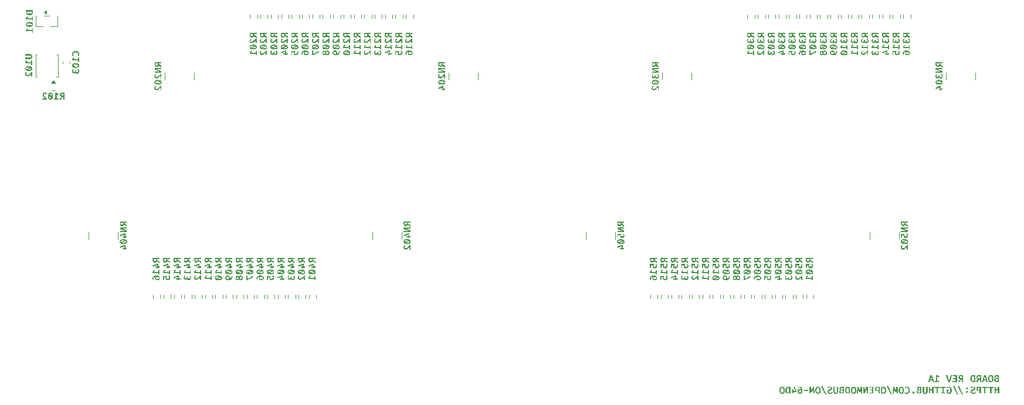
<source format=gbr>
G04 #@! TF.GenerationSoftware,KiCad,Pcbnew,9.0.6*
G04 #@! TF.CreationDate,2025-12-18T09:25:17+01:00*
G04 #@! TF.ProjectId,OM-64DO,4f4d2d36-3444-44f2-9e6b-696361645f70,1A*
G04 #@! TF.SameCoordinates,Original*
G04 #@! TF.FileFunction,Legend,Bot*
G04 #@! TF.FilePolarity,Positive*
%FSLAX46Y46*%
G04 Gerber Fmt 4.6, Leading zero omitted, Abs format (unit mm)*
G04 Created by KiCad (PCBNEW 9.0.6) date 2025-12-18 09:25:17*
%MOMM*%
%LPD*%
G01*
G04 APERTURE LIST*
%ADD10C,0.200000*%
%ADD11C,0.150000*%
%ADD12C,0.120000*%
G04 APERTURE END LIST*
D10*
G36*
X232399494Y-138150000D02*
G01*
X232091503Y-138150000D01*
X232016175Y-138146553D01*
X231944286Y-138136383D01*
X231876122Y-138117643D01*
X231817219Y-138090038D01*
X231782380Y-138065624D01*
X231752970Y-138036327D01*
X231728558Y-138001744D01*
X231711031Y-137963336D01*
X231699876Y-137917324D01*
X231695891Y-137862098D01*
X231696289Y-137857091D01*
X231899773Y-137857091D01*
X231903303Y-137896879D01*
X231912833Y-137926882D01*
X231927433Y-137949354D01*
X231958711Y-137975357D01*
X231998508Y-137991730D01*
X232042609Y-138000027D01*
X232089305Y-138002843D01*
X232202756Y-138002843D01*
X232202756Y-137701264D01*
X232080696Y-137701264D01*
X232029427Y-137705234D01*
X231986756Y-137716364D01*
X231951125Y-137733932D01*
X231924051Y-137759987D01*
X231906461Y-137799308D01*
X231899773Y-137857091D01*
X231696289Y-137857091D01*
X231700120Y-137808932D01*
X231711812Y-137766178D01*
X231730024Y-137731795D01*
X231768791Y-137688567D01*
X231816181Y-137657850D01*
X231869015Y-137636994D01*
X231922060Y-137624450D01*
X231875517Y-137608503D01*
X231831934Y-137585005D01*
X231794080Y-137553701D01*
X231764462Y-137514296D01*
X231745676Y-137467697D01*
X231740986Y-137427041D01*
X231937875Y-137427041D01*
X231942820Y-137473246D01*
X231956091Y-137506746D01*
X231976648Y-137530783D01*
X232004347Y-137547408D01*
X232042721Y-137558528D01*
X232095106Y-137562718D01*
X232202756Y-137562718D01*
X232202756Y-137300645D01*
X232103715Y-137300645D01*
X232050159Y-137304485D01*
X232009992Y-137314742D01*
X231980251Y-137330076D01*
X231957460Y-137352828D01*
X231943141Y-137384162D01*
X231937875Y-137427041D01*
X231740986Y-137427041D01*
X231739000Y-137409822D01*
X231745394Y-137347207D01*
X231763153Y-137297541D01*
X231791390Y-137257964D01*
X231828999Y-137225498D01*
X231874175Y-137199502D01*
X231928166Y-137180050D01*
X232014491Y-137162979D01*
X232109455Y-137157091D01*
X232399494Y-137157091D01*
X232399494Y-138150000D01*
G37*
G36*
X231271679Y-137139912D02*
G01*
X231327505Y-137152470D01*
X231377114Y-137172689D01*
X231421423Y-137200505D01*
X231472915Y-137248385D01*
X231516078Y-137308301D01*
X231550994Y-137382161D01*
X231574614Y-137461129D01*
X231589530Y-137551157D01*
X231594774Y-137653881D01*
X231589481Y-137759119D01*
X231574520Y-137850161D01*
X231550994Y-137928899D01*
X231516027Y-138002394D01*
X231472865Y-138061544D01*
X231421423Y-138108356D01*
X231377215Y-138135363D01*
X231327637Y-138155042D01*
X231271772Y-138167285D01*
X231208504Y-138171554D01*
X231145329Y-138167178D01*
X231089514Y-138154619D01*
X231039926Y-138134400D01*
X230995647Y-138106585D01*
X230944133Y-138058720D01*
X230900973Y-137998917D01*
X230866076Y-137925296D01*
X230842451Y-137846563D01*
X230827501Y-137756416D01*
X230822234Y-137653148D01*
X231024712Y-137653148D01*
X231030485Y-137778871D01*
X231045463Y-137869055D01*
X231066721Y-137931769D01*
X231091985Y-137972433D01*
X231123233Y-138000180D01*
X231161360Y-138017000D01*
X231208504Y-138022932D01*
X231253862Y-138017161D01*
X231291231Y-138000667D01*
X231322519Y-137973247D01*
X231348517Y-137932868D01*
X231370636Y-137870719D01*
X231386258Y-137780550D01*
X231392297Y-137653881D01*
X231386428Y-137527728D01*
X231371210Y-137437374D01*
X231349616Y-137374651D01*
X231324019Y-137333843D01*
X231292729Y-137306079D01*
X231254904Y-137289316D01*
X231208504Y-137283426D01*
X231162079Y-137289301D01*
X231124259Y-137306011D01*
X231093001Y-137333667D01*
X231067454Y-137374284D01*
X231045840Y-137436781D01*
X231030595Y-137526989D01*
X231024712Y-137653148D01*
X230822234Y-137653148D01*
X230827525Y-137548459D01*
X230842498Y-137457664D01*
X230866076Y-137378925D01*
X230901033Y-137305374D01*
X230944196Y-137246096D01*
X230995647Y-137199101D01*
X231039845Y-137171929D01*
X231089409Y-137152138D01*
X231145254Y-137139829D01*
X231208504Y-137135537D01*
X231271679Y-137139912D01*
G37*
G36*
X230778576Y-138150000D02*
G01*
X230575427Y-138150000D01*
X230513633Y-137922426D01*
X230186959Y-137922426D01*
X230125226Y-138150000D01*
X229916338Y-138150000D01*
X230033401Y-137775209D01*
X230223595Y-137775209D01*
X230478463Y-137775209D01*
X230350662Y-137304248D01*
X230223595Y-137775209D01*
X230033401Y-137775209D01*
X230226465Y-137157091D01*
X230467716Y-137157091D01*
X230778576Y-138150000D01*
G37*
G36*
X229812351Y-138150000D02*
G01*
X229616346Y-138150000D01*
X229616346Y-137754387D01*
X229525854Y-137754387D01*
X229291076Y-138150000D01*
X229065640Y-138150000D01*
X229337787Y-137723551D01*
X229280593Y-137699111D01*
X229230236Y-137666787D01*
X229185929Y-137626282D01*
X229159318Y-137591043D01*
X229140042Y-137550727D01*
X229128040Y-137504376D01*
X229123831Y-137450732D01*
X229327712Y-137450732D01*
X229333729Y-137507089D01*
X229349836Y-137547730D01*
X229374729Y-137576700D01*
X229408188Y-137597034D01*
X229451865Y-137610248D01*
X229508635Y-137615108D01*
X229616346Y-137615108D01*
X229616346Y-137299241D01*
X229515108Y-137299241D01*
X229453142Y-137303955D01*
X229407495Y-137316476D01*
X229374363Y-137335144D01*
X229349412Y-137362404D01*
X229333562Y-137399789D01*
X229327712Y-137450732D01*
X229123831Y-137450732D01*
X229130747Y-137377872D01*
X229150122Y-137318417D01*
X229181002Y-137269610D01*
X229223970Y-137229631D01*
X229274831Y-137200226D01*
X229339125Y-137177508D01*
X229419753Y-137162555D01*
X229520115Y-137157091D01*
X229812351Y-137157091D01*
X229812351Y-138150000D01*
G37*
G36*
X228966660Y-138150000D02*
G01*
X228712526Y-138150000D01*
X228626393Y-138144618D01*
X228542044Y-138128506D01*
X228488027Y-138110447D01*
X228437814Y-138085155D01*
X228390919Y-138052363D01*
X228350145Y-138012569D01*
X228314211Y-137962268D01*
X228283208Y-137899773D01*
X228261993Y-137833180D01*
X228248048Y-137750589D01*
X228242969Y-137648874D01*
X228448316Y-137648874D01*
X228452856Y-137743915D01*
X228464891Y-137815440D01*
X228482449Y-137868204D01*
X228509100Y-137916537D01*
X228539121Y-137951245D01*
X228572575Y-137974816D01*
X228630948Y-137996773D01*
X228696039Y-138004248D01*
X228769984Y-138004248D01*
X228769984Y-137303515D01*
X228696772Y-137303515D01*
X228649349Y-137306780D01*
X228604143Y-137316460D01*
X228562389Y-137334975D01*
X228524459Y-137365675D01*
X228494173Y-137407565D01*
X228468771Y-137470088D01*
X228454043Y-137543712D01*
X228448316Y-137648874D01*
X228242969Y-137648874D01*
X228248176Y-137546160D01*
X228262404Y-137463673D01*
X228283941Y-137397976D01*
X228315521Y-137336629D01*
X228352269Y-137287531D01*
X228394155Y-137248988D01*
X228442153Y-137217726D01*
X228494012Y-137193716D01*
X228550287Y-137176814D01*
X228638185Y-137162067D01*
X228729745Y-137157091D01*
X228966660Y-137157091D01*
X228966660Y-138150000D01*
G37*
G36*
X227230216Y-138150000D02*
G01*
X227034211Y-138150000D01*
X227034211Y-137754387D01*
X226943719Y-137754387D01*
X226708941Y-138150000D01*
X226483504Y-138150000D01*
X226755652Y-137723551D01*
X226698457Y-137699111D01*
X226648101Y-137666787D01*
X226603794Y-137626282D01*
X226577183Y-137591043D01*
X226557907Y-137550727D01*
X226545905Y-137504376D01*
X226541695Y-137450732D01*
X226745577Y-137450732D01*
X226751594Y-137507089D01*
X226767700Y-137547730D01*
X226792594Y-137576700D01*
X226826052Y-137597034D01*
X226869730Y-137610248D01*
X226926500Y-137615108D01*
X227034211Y-137615108D01*
X227034211Y-137299241D01*
X226932972Y-137299241D01*
X226871007Y-137303955D01*
X226825360Y-137316476D01*
X226792227Y-137335144D01*
X226767276Y-137362404D01*
X226751426Y-137399789D01*
X226745577Y-137450732D01*
X226541695Y-137450732D01*
X226548612Y-137377872D01*
X226567987Y-137318417D01*
X226598866Y-137269610D01*
X226641835Y-137229631D01*
X226692696Y-137200226D01*
X226756989Y-137177508D01*
X226837618Y-137162555D01*
X226937979Y-137157091D01*
X227230216Y-137157091D01*
X227230216Y-138150000D01*
G37*
G36*
X226128253Y-137302110D02*
G01*
X226128253Y-137574197D01*
X225776482Y-137574197D01*
X225776482Y-137717079D01*
X226128253Y-137717079D01*
X226128253Y-138005713D01*
X225701072Y-138005713D01*
X225701072Y-138150000D01*
X226324991Y-138150000D01*
X226324991Y-137157091D01*
X225706079Y-137157091D01*
X225726168Y-137302110D01*
X226128253Y-137302110D01*
G37*
G36*
X225179919Y-137981289D02*
G01*
X224964558Y-137157091D01*
X224763546Y-137157091D01*
X225066530Y-138150000D01*
X225300575Y-138150000D01*
X225602093Y-137157091D01*
X225393204Y-137157091D01*
X225179919Y-137981289D01*
G37*
G36*
X223118937Y-138004248D02*
G01*
X223118937Y-138150000D01*
X223738520Y-138150000D01*
X223738520Y-138004248D01*
X223498002Y-138004248D01*
X223498002Y-137348028D01*
X223709822Y-137479431D01*
X223790910Y-137348028D01*
X223479317Y-137157091D01*
X223312072Y-137157091D01*
X223312072Y-138004248D01*
X223118937Y-138004248D01*
G37*
G36*
X223032170Y-138150000D02*
G01*
X222829021Y-138150000D01*
X222767227Y-137922426D01*
X222440553Y-137922426D01*
X222378820Y-138150000D01*
X222169931Y-138150000D01*
X222286994Y-137775209D01*
X222477189Y-137775209D01*
X222732056Y-137775209D01*
X222604256Y-137304248D01*
X222477189Y-137775209D01*
X222286994Y-137775209D01*
X222480059Y-137157091D01*
X222721310Y-137157091D01*
X223032170Y-138150000D01*
G37*
G36*
X231925662Y-139830000D02*
G01*
X231925662Y-139393476D01*
X232212831Y-139393476D01*
X232212831Y-139830000D01*
X232409508Y-139830000D01*
X232409508Y-138837091D01*
X232212831Y-138837091D01*
X232212831Y-139231971D01*
X231925662Y-139231971D01*
X231925662Y-138837091D01*
X231728925Y-138837091D01*
X231728925Y-139830000D01*
X231925662Y-139830000D01*
G37*
G36*
X231112334Y-138991453D02*
G01*
X231112334Y-139830000D01*
X231308339Y-139830000D01*
X231308339Y-138991453D01*
X231598377Y-138991453D01*
X231598377Y-138837091D01*
X230813625Y-138837091D01*
X230833775Y-138991453D01*
X231112334Y-138991453D01*
G37*
G36*
X230251622Y-138991453D02*
G01*
X230251622Y-139830000D01*
X230447627Y-139830000D01*
X230447627Y-138991453D01*
X230737665Y-138991453D01*
X230737665Y-138837091D01*
X229952913Y-138837091D01*
X229973063Y-138991453D01*
X230251622Y-138991453D01*
G37*
G36*
X229801543Y-139830000D02*
G01*
X229604867Y-139830000D01*
X229604867Y-139486106D01*
X229490683Y-139486106D01*
X229414205Y-139481961D01*
X229346761Y-139470131D01*
X229287168Y-139451301D01*
X229232078Y-139423306D01*
X229186636Y-139387304D01*
X229149659Y-139342857D01*
X229123080Y-139291575D01*
X229106189Y-139229364D01*
X229100256Y-139155157D01*
X229304021Y-139155157D01*
X229307956Y-139206143D01*
X229318628Y-139245466D01*
X229334900Y-139275586D01*
X229356472Y-139298344D01*
X229393549Y-139320904D01*
X229439438Y-139335207D01*
X229496423Y-139340354D01*
X229604867Y-139340354D01*
X229604867Y-138980645D01*
X229502163Y-138980645D01*
X229441204Y-138985831D01*
X229393587Y-139000020D01*
X229356472Y-139021983D01*
X229328494Y-139053230D01*
X229310633Y-139096283D01*
X229304021Y-139155157D01*
X229100256Y-139155157D01*
X229100139Y-139153691D01*
X229104970Y-139089652D01*
X229118629Y-139035258D01*
X229140341Y-138988858D01*
X229170010Y-138949170D01*
X229208217Y-138915371D01*
X229263314Y-138883076D01*
X229330267Y-138858604D01*
X229411378Y-138842786D01*
X229509368Y-138837091D01*
X229801543Y-138837091D01*
X229801543Y-139830000D01*
G37*
G36*
X228257379Y-139544968D02*
G01*
X228262697Y-139603878D01*
X228278167Y-139656742D01*
X228303663Y-139704764D01*
X228338280Y-139746757D01*
X228382326Y-139782705D01*
X228437203Y-139812780D01*
X228496608Y-139833606D01*
X228566027Y-139846854D01*
X228647191Y-139851554D01*
X228732797Y-139846894D01*
X228806182Y-139833762D01*
X228869085Y-139813147D01*
X228928827Y-139784342D01*
X228980211Y-139751402D01*
X229024118Y-139714412D01*
X228920743Y-139598824D01*
X228863596Y-139642190D01*
X228800148Y-139674539D01*
X228730579Y-139694490D01*
X228650061Y-139701467D01*
X228598032Y-139697098D01*
X228553901Y-139684717D01*
X228516215Y-139664891D01*
X228486183Y-139636842D01*
X228468288Y-139601933D01*
X228461994Y-139557913D01*
X228466511Y-139519814D01*
X228479213Y-139489342D01*
X228501258Y-139463678D01*
X228538442Y-139438722D01*
X228584940Y-139417866D01*
X228655129Y-139394209D01*
X228763266Y-139355249D01*
X228842164Y-139315425D01*
X228897784Y-139275385D01*
X228931775Y-139238520D01*
X228955936Y-139196433D01*
X228970808Y-139148083D01*
X228976003Y-139091959D01*
X228970537Y-139036622D01*
X228954709Y-138987910D01*
X228928620Y-138944436D01*
X228893963Y-138906763D01*
X228851728Y-138874978D01*
X228800881Y-138848937D01*
X228746329Y-138830715D01*
X228686282Y-138819438D01*
X228619897Y-138815537D01*
X228546709Y-138819347D01*
X228482235Y-138830212D01*
X228425357Y-138847472D01*
X228371235Y-138871945D01*
X228322091Y-138902184D01*
X228277468Y-138938330D01*
X228375837Y-139049583D01*
X228429340Y-139011275D01*
X228486051Y-138984980D01*
X228545932Y-138969328D01*
X228606280Y-138964159D01*
X228653926Y-138967681D01*
X228693281Y-138977510D01*
X228725837Y-138992918D01*
X228752014Y-139015308D01*
X228767444Y-139043377D01*
X228772854Y-139079014D01*
X228767791Y-139111986D01*
X228753131Y-139138975D01*
X228728577Y-139161408D01*
X228685598Y-139185321D01*
X228632892Y-139206359D01*
X228553157Y-139232643D01*
X228468421Y-139262697D01*
X228398429Y-139296573D01*
X228356765Y-139324363D01*
X228322430Y-139356465D01*
X228294687Y-139393110D01*
X228274713Y-139434209D01*
X228261958Y-139484166D01*
X228257379Y-139544968D01*
G37*
G36*
X227904937Y-139093363D02*
G01*
X227900459Y-139057658D01*
X227887252Y-139025706D01*
X227864759Y-138996460D01*
X227835832Y-138973665D01*
X227803437Y-138960169D01*
X227766390Y-138955549D01*
X227728872Y-138960197D01*
X227696395Y-138973719D01*
X227667716Y-138996460D01*
X227645406Y-139025684D01*
X227632292Y-139057639D01*
X227627843Y-139093363D01*
X227632311Y-139129574D01*
X227645443Y-139161783D01*
X227667716Y-139191060D01*
X227696395Y-139213801D01*
X227728872Y-139227323D01*
X227766390Y-139231971D01*
X227803437Y-139227351D01*
X227835832Y-139213855D01*
X227864759Y-139191060D01*
X227887215Y-139161762D01*
X227900440Y-139129554D01*
X227904937Y-139093363D01*
G37*
G36*
X227904937Y-139597358D02*
G01*
X227900451Y-139561666D01*
X227887240Y-139529841D01*
X227864759Y-139500821D01*
X227835859Y-139478246D01*
X227803461Y-139464861D01*
X227766390Y-139460277D01*
X227728847Y-139464890D01*
X227696368Y-139478300D01*
X227667716Y-139500821D01*
X227645418Y-139529819D01*
X227632300Y-139561646D01*
X227627843Y-139597358D01*
X227632332Y-139634051D01*
X227645484Y-139666474D01*
X227667716Y-139695727D01*
X227696395Y-139718468D01*
X227728872Y-139731989D01*
X227766390Y-139736638D01*
X227803437Y-139732018D01*
X227835832Y-139718521D01*
X227864759Y-139695727D01*
X227887174Y-139666452D01*
X227900419Y-139634031D01*
X227904937Y-139597358D01*
G37*
G36*
X227062299Y-139986498D02*
G01*
X227211653Y-139918293D01*
X226604282Y-138660443D01*
X226456393Y-138730113D01*
X227062299Y-139986498D01*
G37*
G36*
X226344347Y-139986498D02*
G01*
X226493702Y-139918293D01*
X225886331Y-138660443D01*
X225738442Y-138730113D01*
X226344347Y-139986498D01*
G37*
G36*
X225152686Y-139851554D02*
G01*
X225232365Y-139845768D01*
X225301563Y-139829267D01*
X225361979Y-139802838D01*
X225414957Y-139766569D01*
X225461409Y-139719846D01*
X225498063Y-139666801D01*
X225527957Y-139603357D01*
X225550665Y-139527789D01*
X225565292Y-139438033D01*
X225570525Y-139331744D01*
X225566285Y-139246192D01*
X225554224Y-139171147D01*
X225535134Y-139105288D01*
X225509525Y-139047445D01*
X225463332Y-138975824D01*
X225409384Y-138918591D01*
X225347226Y-138874094D01*
X225277765Y-138841629D01*
X225204209Y-138822141D01*
X225125392Y-138815537D01*
X225055939Y-138819435D01*
X224997891Y-138830302D01*
X224949476Y-138847166D01*
X224881829Y-138884347D01*
X224820272Y-138933262D01*
X224927250Y-139043110D01*
X224973514Y-139007217D01*
X225016948Y-138983210D01*
X225063464Y-138968544D01*
X225117454Y-138963426D01*
X225161906Y-138967498D01*
X225203320Y-138979535D01*
X225242445Y-138999696D01*
X225276267Y-139027441D01*
X225306307Y-139065851D01*
X225332510Y-139117116D01*
X225349939Y-139172273D01*
X225361600Y-139243151D01*
X225365910Y-139333148D01*
X225361451Y-139439504D01*
X225349663Y-139519215D01*
X225332581Y-139577600D01*
X225311688Y-139619279D01*
X225281218Y-139655770D01*
X225244639Y-139681464D01*
X225200772Y-139697324D01*
X225147618Y-139702932D01*
X225107411Y-139700551D01*
X225070132Y-139693590D01*
X225034446Y-139682227D01*
X225001195Y-139667028D01*
X225001195Y-139413565D01*
X225150488Y-139413565D01*
X225170638Y-139270012D01*
X224813799Y-139270012D01*
X224813799Y-139756055D01*
X224887924Y-139794780D01*
X224967794Y-139825359D01*
X225053076Y-139844713D01*
X225152686Y-139851554D01*
G37*
G36*
X224014087Y-138837091D02*
G01*
X224014087Y-138984248D01*
X224224441Y-138984248D01*
X224224441Y-139682843D01*
X224014087Y-139682843D01*
X224014087Y-139830000D01*
X224631533Y-139830000D01*
X224631533Y-139682843D01*
X224421179Y-139682843D01*
X224421179Y-138984248D01*
X224631533Y-138984248D01*
X224631533Y-138837091D01*
X224014087Y-138837091D01*
G37*
G36*
X223365928Y-138991453D02*
G01*
X223365928Y-139830000D01*
X223561933Y-139830000D01*
X223561933Y-138991453D01*
X223851971Y-138991453D01*
X223851971Y-138837091D01*
X223067219Y-138837091D01*
X223087369Y-138991453D01*
X223365928Y-138991453D01*
G37*
G36*
X222457833Y-139830000D02*
G01*
X222457833Y-139393476D01*
X222745001Y-139393476D01*
X222745001Y-139830000D01*
X222941678Y-139830000D01*
X222941678Y-138837091D01*
X222745001Y-138837091D01*
X222745001Y-139231971D01*
X222457833Y-139231971D01*
X222457833Y-138837091D01*
X222261095Y-138837091D01*
X222261095Y-139830000D01*
X222457833Y-139830000D01*
G37*
G36*
X221385301Y-138837091D02*
G01*
X221385301Y-139501188D01*
X221390058Y-139567677D01*
X221403826Y-139627511D01*
X221426212Y-139681744D01*
X221457729Y-139730798D01*
X221497551Y-139772098D01*
X221546502Y-139806308D01*
X221601140Y-139830686D01*
X221665454Y-139846090D01*
X221741407Y-139851554D01*
X221817927Y-139846196D01*
X221882360Y-139831138D01*
X221936741Y-139807407D01*
X221985358Y-139773862D01*
X222024787Y-139733063D01*
X222055870Y-139684309D01*
X222077748Y-139630281D01*
X222091323Y-139569642D01*
X222096048Y-139501188D01*
X222096048Y-138837091D01*
X221899371Y-138837091D01*
X221899371Y-139445867D01*
X221894719Y-139530731D01*
X221882534Y-139592571D01*
X221864933Y-139636559D01*
X221844848Y-139663771D01*
X221818583Y-139683252D01*
X221784837Y-139695586D01*
X221741407Y-139700062D01*
X221697576Y-139695570D01*
X221663614Y-139683212D01*
X221637270Y-139663729D01*
X221617210Y-139636559D01*
X221599576Y-139592567D01*
X221587371Y-139530726D01*
X221582711Y-139445867D01*
X221582711Y-138837091D01*
X221385301Y-138837091D01*
G37*
G36*
X221210240Y-139830000D02*
G01*
X220902250Y-139830000D01*
X220826922Y-139826553D01*
X220755033Y-139816383D01*
X220686868Y-139797643D01*
X220627965Y-139770038D01*
X220593127Y-139745624D01*
X220563717Y-139716327D01*
X220539305Y-139681744D01*
X220521778Y-139643336D01*
X220510622Y-139597324D01*
X220506638Y-139542098D01*
X220507036Y-139537091D01*
X220710519Y-139537091D01*
X220714049Y-139576879D01*
X220723580Y-139606882D01*
X220738180Y-139629354D01*
X220769458Y-139655357D01*
X220809255Y-139671730D01*
X220853355Y-139680027D01*
X220900052Y-139682843D01*
X221013503Y-139682843D01*
X221013503Y-139381264D01*
X220891442Y-139381264D01*
X220840174Y-139385234D01*
X220797503Y-139396364D01*
X220761871Y-139413932D01*
X220734797Y-139439987D01*
X220717207Y-139479308D01*
X220710519Y-139537091D01*
X220507036Y-139537091D01*
X220510867Y-139488932D01*
X220522558Y-139446178D01*
X220540771Y-139411795D01*
X220579538Y-139368567D01*
X220626927Y-139337850D01*
X220679761Y-139316994D01*
X220732807Y-139304450D01*
X220686263Y-139288503D01*
X220642681Y-139265005D01*
X220604827Y-139233701D01*
X220575209Y-139194296D01*
X220556423Y-139147697D01*
X220551733Y-139107041D01*
X220748621Y-139107041D01*
X220753567Y-139153246D01*
X220766837Y-139186746D01*
X220787395Y-139210783D01*
X220815094Y-139227408D01*
X220853467Y-139238528D01*
X220905853Y-139242718D01*
X221013503Y-139242718D01*
X221013503Y-138980645D01*
X220914462Y-138980645D01*
X220860905Y-138984485D01*
X220820739Y-138994742D01*
X220790997Y-139010076D01*
X220768206Y-139032828D01*
X220753887Y-139064162D01*
X220748621Y-139107041D01*
X220551733Y-139107041D01*
X220549747Y-139089822D01*
X220556141Y-139027207D01*
X220573900Y-138977541D01*
X220602137Y-138937964D01*
X220639746Y-138905498D01*
X220684922Y-138879502D01*
X220738913Y-138860050D01*
X220825238Y-138842979D01*
X220920202Y-138837091D01*
X221210240Y-138837091D01*
X221210240Y-139830000D01*
G37*
G36*
X220167873Y-139702932D02*
G01*
X220163065Y-139664457D01*
X220148905Y-139630133D01*
X220124825Y-139598824D01*
X220093850Y-139574403D01*
X220059316Y-139559973D01*
X220019984Y-139555043D01*
X219980168Y-139559994D01*
X219945423Y-139574444D01*
X219914471Y-139598824D01*
X219890354Y-139630137D01*
X219876176Y-139664461D01*
X219871362Y-139702932D01*
X219876193Y-139741849D01*
X219890388Y-139776409D01*
X219914471Y-139807773D01*
X219945423Y-139832153D01*
X219980168Y-139846603D01*
X220019984Y-139851554D01*
X220059316Y-139846624D01*
X220093850Y-139832194D01*
X220124825Y-139807773D01*
X220148871Y-139776413D01*
X220163048Y-139741853D01*
X220167873Y-139702932D01*
G37*
G36*
X219075252Y-138815537D02*
G01*
X219006561Y-138818856D01*
X218948705Y-138828119D01*
X218900130Y-138842465D01*
X218831256Y-138875081D01*
X218767262Y-138919645D01*
X218867096Y-139038103D01*
X218912138Y-139006866D01*
X218960397Y-138983942D01*
X219012014Y-138969732D01*
X219068108Y-138964891D01*
X219113452Y-138969008D01*
X219155678Y-138981172D01*
X219195542Y-139001528D01*
X219230153Y-139029488D01*
X219260913Y-139067919D01*
X219287805Y-139118886D01*
X219305844Y-139173890D01*
X219317833Y-139243790D01*
X219322243Y-139331744D01*
X219317980Y-139418296D01*
X219306376Y-139487281D01*
X219288904Y-139541732D01*
X219262740Y-139592227D01*
X219232349Y-139630727D01*
X219197740Y-139659152D01*
X219157785Y-139679755D01*
X219114382Y-139692203D01*
X219066643Y-139696460D01*
X219015470Y-139693146D01*
X218973012Y-139683914D01*
X218937805Y-139669532D01*
X218888625Y-139640670D01*
X218846275Y-139609570D01*
X218753646Y-139726624D01*
X218811249Y-139773612D01*
X218884682Y-139814918D01*
X218938292Y-139834584D01*
X219001256Y-139847104D01*
X219075252Y-139851554D01*
X219160260Y-139844727D01*
X219237073Y-139824874D01*
X219307161Y-139792325D01*
X219354835Y-139759628D01*
X219397232Y-139719956D01*
X219434696Y-139672741D01*
X219467323Y-139617142D01*
X219491707Y-139558897D01*
X219509908Y-139492688D01*
X219521411Y-139417390D01*
X219525453Y-139331744D01*
X219521312Y-139247737D01*
X219509496Y-139173550D01*
X219490735Y-139107977D01*
X219465491Y-139049949D01*
X219419911Y-138978139D01*
X219366001Y-138920393D01*
X219303253Y-138875132D01*
X219232967Y-138842216D01*
X219157400Y-138822322D01*
X219075252Y-138815537D01*
G37*
G36*
X218361002Y-138819912D02*
G01*
X218416828Y-138832470D01*
X218466437Y-138852689D01*
X218510746Y-138880505D01*
X218562238Y-138928385D01*
X218605401Y-138988301D01*
X218640317Y-139062161D01*
X218663937Y-139141129D01*
X218678853Y-139231157D01*
X218684098Y-139333881D01*
X218678804Y-139439119D01*
X218663843Y-139530161D01*
X218640317Y-139608899D01*
X218605351Y-139682394D01*
X218562188Y-139741544D01*
X218510746Y-139788356D01*
X218466539Y-139815363D01*
X218416960Y-139835042D01*
X218361096Y-139847285D01*
X218297827Y-139851554D01*
X218234652Y-139847178D01*
X218178837Y-139834619D01*
X218129249Y-139814400D01*
X218084970Y-139786585D01*
X218033456Y-139738720D01*
X217990296Y-139678917D01*
X217955399Y-139605296D01*
X217931774Y-139526563D01*
X217916824Y-139436416D01*
X217911557Y-139333148D01*
X218114035Y-139333148D01*
X218119808Y-139458871D01*
X218134786Y-139549055D01*
X218156045Y-139611769D01*
X218181308Y-139652433D01*
X218212556Y-139680180D01*
X218250683Y-139697000D01*
X218297827Y-139702932D01*
X218343185Y-139697161D01*
X218380554Y-139680667D01*
X218411842Y-139653247D01*
X218437840Y-139612868D01*
X218459959Y-139550719D01*
X218475581Y-139460550D01*
X218481620Y-139333881D01*
X218475751Y-139207728D01*
X218460533Y-139117374D01*
X218438939Y-139054651D01*
X218413342Y-139013843D01*
X218382052Y-138986079D01*
X218344227Y-138969316D01*
X218297827Y-138963426D01*
X218251402Y-138969301D01*
X218213582Y-138986011D01*
X218182324Y-139013667D01*
X218156777Y-139054284D01*
X218135163Y-139116781D01*
X218119918Y-139206989D01*
X218114035Y-139333148D01*
X217911557Y-139333148D01*
X217916848Y-139228459D01*
X217931822Y-139137664D01*
X217955399Y-139058925D01*
X217990356Y-138985374D01*
X218033519Y-138926096D01*
X218084970Y-138879101D01*
X218129168Y-138851929D01*
X218178732Y-138832138D01*
X218234577Y-138819829D01*
X218297827Y-138815537D01*
X218361002Y-138819912D01*
G37*
G36*
X217093954Y-138837091D02*
G01*
X217037962Y-139830000D01*
X217213145Y-139830000D01*
X217231769Y-139372655D01*
X217233967Y-139173108D01*
X217226762Y-139007206D01*
X217358164Y-139657686D01*
X217517533Y-139657686D01*
X217658278Y-139007206D01*
X217650034Y-139173475D01*
X217650340Y-139374120D01*
X217664017Y-139830000D01*
X217836331Y-139830000D01*
X217780338Y-138837091D01*
X217562046Y-138837091D01*
X217434246Y-139492578D01*
X217312185Y-138837091D01*
X217093954Y-138837091D01*
G37*
G36*
X216804710Y-139986498D02*
G01*
X216954064Y-139918293D01*
X216346693Y-138660443D01*
X216198804Y-138730113D01*
X216804710Y-139986498D01*
G37*
G36*
X215778866Y-138819912D02*
G01*
X215834692Y-138832470D01*
X215884301Y-138852689D01*
X215928611Y-138880505D01*
X215980102Y-138928385D01*
X216023266Y-138988301D01*
X216058182Y-139062161D01*
X216081801Y-139141129D01*
X216096718Y-139231157D01*
X216101962Y-139333881D01*
X216096669Y-139439119D01*
X216081707Y-139530161D01*
X216058182Y-139608899D01*
X216023215Y-139682394D01*
X215980052Y-139741544D01*
X215928611Y-139788356D01*
X215884403Y-139815363D01*
X215834824Y-139835042D01*
X215778960Y-139847285D01*
X215715692Y-139851554D01*
X215652516Y-139847178D01*
X215596702Y-139834619D01*
X215547114Y-139814400D01*
X215502834Y-139786585D01*
X215451321Y-139738720D01*
X215408161Y-139678917D01*
X215373264Y-139605296D01*
X215349638Y-139526563D01*
X215334688Y-139436416D01*
X215329422Y-139333148D01*
X215531899Y-139333148D01*
X215537673Y-139458871D01*
X215552651Y-139549055D01*
X215573909Y-139611769D01*
X215599173Y-139652433D01*
X215630420Y-139680180D01*
X215668547Y-139697000D01*
X215715692Y-139702932D01*
X215761049Y-139697161D01*
X215798419Y-139680667D01*
X215829707Y-139653247D01*
X215855704Y-139612868D01*
X215877824Y-139550719D01*
X215893446Y-139460550D01*
X215899485Y-139333881D01*
X215893616Y-139207728D01*
X215878398Y-139117374D01*
X215856803Y-139054651D01*
X215831207Y-139013843D01*
X215799917Y-138986079D01*
X215762092Y-138969316D01*
X215715692Y-138963426D01*
X215669267Y-138969301D01*
X215631447Y-138986011D01*
X215600189Y-139013667D01*
X215574642Y-139054284D01*
X215553027Y-139116781D01*
X215537783Y-139206989D01*
X215531899Y-139333148D01*
X215329422Y-139333148D01*
X215334713Y-139228459D01*
X215349686Y-139137664D01*
X215373264Y-139058925D01*
X215408221Y-138985374D01*
X215451384Y-138926096D01*
X215502834Y-138879101D01*
X215547033Y-138851929D01*
X215596597Y-138832138D01*
X215652442Y-138819829D01*
X215715692Y-138815537D01*
X215778866Y-138819912D01*
G37*
G36*
X215169443Y-139830000D02*
G01*
X214972766Y-139830000D01*
X214972766Y-139486106D01*
X214858583Y-139486106D01*
X214782105Y-139481961D01*
X214714661Y-139470131D01*
X214655068Y-139451301D01*
X214599977Y-139423306D01*
X214554535Y-139387304D01*
X214517559Y-139342857D01*
X214490979Y-139291575D01*
X214474089Y-139229364D01*
X214468156Y-139155157D01*
X214671920Y-139155157D01*
X214675855Y-139206143D01*
X214686528Y-139245466D01*
X214702799Y-139275586D01*
X214724371Y-139298344D01*
X214761449Y-139320904D01*
X214807338Y-139335207D01*
X214864323Y-139340354D01*
X214972766Y-139340354D01*
X214972766Y-138980645D01*
X214870062Y-138980645D01*
X214809104Y-138985831D01*
X214761486Y-139000020D01*
X214724371Y-139021983D01*
X214696394Y-139053230D01*
X214678532Y-139096283D01*
X214671920Y-139155157D01*
X214468156Y-139155157D01*
X214468039Y-139153691D01*
X214472870Y-139089652D01*
X214486528Y-139035258D01*
X214508241Y-138988858D01*
X214537910Y-138949170D01*
X214576116Y-138915371D01*
X214631213Y-138883076D01*
X214698166Y-138858604D01*
X214779277Y-138842786D01*
X214877267Y-138837091D01*
X215169443Y-138837091D01*
X215169443Y-139830000D01*
G37*
G36*
X214078288Y-138982110D02*
G01*
X214078288Y-139254197D01*
X213726517Y-139254197D01*
X213726517Y-139397079D01*
X214078288Y-139397079D01*
X214078288Y-139685713D01*
X213651107Y-139685713D01*
X213651107Y-139830000D01*
X214275026Y-139830000D01*
X214275026Y-138837091D01*
X213656114Y-138837091D01*
X213676203Y-138982110D01*
X214078288Y-138982110D01*
G37*
G36*
X213040256Y-139830000D02*
G01*
X213332431Y-139005069D01*
X213320952Y-139104537D01*
X213308374Y-139248824D01*
X213303000Y-139412161D01*
X213303000Y-139830000D01*
X213473848Y-139830000D01*
X213473848Y-138837091D01*
X213224049Y-138837091D01*
X212934682Y-139660556D01*
X212953367Y-139498684D01*
X212961270Y-139388780D01*
X212964113Y-139258532D01*
X212964113Y-138837091D01*
X212793265Y-138837091D01*
X212793265Y-139830000D01*
X213040256Y-139830000D01*
G37*
G36*
X211929684Y-138837091D02*
G01*
X211873691Y-139830000D01*
X212048874Y-139830000D01*
X212067498Y-139372655D01*
X212069696Y-139173108D01*
X212062491Y-139007206D01*
X212193893Y-139657686D01*
X212353262Y-139657686D01*
X212494007Y-139007206D01*
X212485764Y-139173475D01*
X212486069Y-139374120D01*
X212499747Y-139830000D01*
X212672060Y-139830000D01*
X212616067Y-138837091D01*
X212397775Y-138837091D01*
X212269975Y-139492578D01*
X212147915Y-138837091D01*
X211929684Y-138837091D01*
G37*
G36*
X211475307Y-138819912D02*
G01*
X211531133Y-138832470D01*
X211580742Y-138852689D01*
X211625052Y-138880505D01*
X211676543Y-138928385D01*
X211719707Y-138988301D01*
X211754623Y-139062161D01*
X211778242Y-139141129D01*
X211793159Y-139231157D01*
X211798403Y-139333881D01*
X211793110Y-139439119D01*
X211778148Y-139530161D01*
X211754623Y-139608899D01*
X211719656Y-139682394D01*
X211676493Y-139741544D01*
X211625052Y-139788356D01*
X211580844Y-139815363D01*
X211531265Y-139835042D01*
X211475401Y-139847285D01*
X211412133Y-139851554D01*
X211348957Y-139847178D01*
X211293143Y-139834619D01*
X211243555Y-139814400D01*
X211199275Y-139786585D01*
X211147762Y-139738720D01*
X211104602Y-139678917D01*
X211069705Y-139605296D01*
X211046079Y-139526563D01*
X211031129Y-139436416D01*
X211025863Y-139333148D01*
X211228340Y-139333148D01*
X211234114Y-139458871D01*
X211249092Y-139549055D01*
X211270350Y-139611769D01*
X211295614Y-139652433D01*
X211326861Y-139680180D01*
X211364989Y-139697000D01*
X211412133Y-139702932D01*
X211457490Y-139697161D01*
X211494860Y-139680667D01*
X211526148Y-139653247D01*
X211552145Y-139612868D01*
X211574265Y-139550719D01*
X211589887Y-139460550D01*
X211595926Y-139333881D01*
X211590057Y-139207728D01*
X211574839Y-139117374D01*
X211553244Y-139054651D01*
X211527648Y-139013843D01*
X211496358Y-138986079D01*
X211458533Y-138969316D01*
X211412133Y-138963426D01*
X211365708Y-138969301D01*
X211327888Y-138986011D01*
X211296630Y-139013667D01*
X211271083Y-139054284D01*
X211249468Y-139116781D01*
X211234224Y-139206989D01*
X211228340Y-139333148D01*
X211025863Y-139333148D01*
X211031154Y-139228459D01*
X211046127Y-139137664D01*
X211069705Y-139058925D01*
X211104662Y-138985374D01*
X211147825Y-138926096D01*
X211199275Y-138879101D01*
X211243474Y-138851929D01*
X211293038Y-138832138D01*
X211348883Y-138819829D01*
X211412133Y-138815537D01*
X211475307Y-138819912D01*
G37*
G36*
X210891713Y-139830000D02*
G01*
X210637578Y-139830000D01*
X210551445Y-139824618D01*
X210467096Y-139808506D01*
X210413080Y-139790447D01*
X210362867Y-139765155D01*
X210315971Y-139732363D01*
X210275198Y-139692569D01*
X210239263Y-139642268D01*
X210208260Y-139579773D01*
X210187045Y-139513180D01*
X210173100Y-139430589D01*
X210168021Y-139328874D01*
X210373368Y-139328874D01*
X210377908Y-139423915D01*
X210389944Y-139495440D01*
X210407501Y-139548204D01*
X210434152Y-139596537D01*
X210464173Y-139631245D01*
X210497627Y-139654816D01*
X210556000Y-139676773D01*
X210621092Y-139684248D01*
X210695036Y-139684248D01*
X210695036Y-138983515D01*
X210621824Y-138983515D01*
X210574402Y-138986780D01*
X210529195Y-138996460D01*
X210487442Y-139014975D01*
X210449511Y-139045675D01*
X210419225Y-139087565D01*
X210393824Y-139150088D01*
X210379096Y-139223712D01*
X210373368Y-139328874D01*
X210168021Y-139328874D01*
X210173229Y-139226160D01*
X210187457Y-139143673D01*
X210208993Y-139077976D01*
X210240573Y-139016629D01*
X210277321Y-138967531D01*
X210319207Y-138928988D01*
X210367205Y-138897726D01*
X210419065Y-138873716D01*
X210475340Y-138856814D01*
X210563237Y-138842067D01*
X210654797Y-138837091D01*
X210891713Y-138837091D01*
X210891713Y-139830000D01*
G37*
G36*
X210020987Y-139830000D02*
G01*
X209712997Y-139830000D01*
X209637668Y-139826553D01*
X209565779Y-139816383D01*
X209497615Y-139797643D01*
X209438712Y-139770038D01*
X209403874Y-139745624D01*
X209374464Y-139716327D01*
X209350052Y-139681744D01*
X209332524Y-139643336D01*
X209321369Y-139597324D01*
X209317384Y-139542098D01*
X209317782Y-139537091D01*
X209521266Y-139537091D01*
X209524796Y-139576879D01*
X209534327Y-139606882D01*
X209548927Y-139629354D01*
X209580205Y-139655357D01*
X209620001Y-139671730D01*
X209664102Y-139680027D01*
X209710799Y-139682843D01*
X209824249Y-139682843D01*
X209824249Y-139381264D01*
X209702189Y-139381264D01*
X209650921Y-139385234D01*
X209608250Y-139396364D01*
X209572618Y-139413932D01*
X209545544Y-139439987D01*
X209527954Y-139479308D01*
X209521266Y-139537091D01*
X209317782Y-139537091D01*
X209321614Y-139488932D01*
X209333305Y-139446178D01*
X209351517Y-139411795D01*
X209390284Y-139368567D01*
X209437674Y-139337850D01*
X209490508Y-139316994D01*
X209543553Y-139304450D01*
X209497010Y-139288503D01*
X209453428Y-139265005D01*
X209415574Y-139233701D01*
X209385956Y-139194296D01*
X209367169Y-139147697D01*
X209362479Y-139107041D01*
X209559368Y-139107041D01*
X209564314Y-139153246D01*
X209577584Y-139186746D01*
X209598142Y-139210783D01*
X209625841Y-139227408D01*
X209664214Y-139238528D01*
X209716599Y-139242718D01*
X209824249Y-139242718D01*
X209824249Y-138980645D01*
X209725209Y-138980645D01*
X209671652Y-138984485D01*
X209631486Y-138994742D01*
X209601744Y-139010076D01*
X209578953Y-139032828D01*
X209564634Y-139064162D01*
X209559368Y-139107041D01*
X209362479Y-139107041D01*
X209360493Y-139089822D01*
X209366887Y-139027207D01*
X209384647Y-138977541D01*
X209412883Y-138937964D01*
X209450492Y-138905498D01*
X209495669Y-138879502D01*
X209549659Y-138860050D01*
X209635984Y-138842979D01*
X209730949Y-138837091D01*
X210020987Y-138837091D01*
X210020987Y-139830000D01*
G37*
G36*
X208474624Y-138837091D02*
G01*
X208474624Y-139501188D01*
X208479381Y-139567677D01*
X208493149Y-139627511D01*
X208515535Y-139681744D01*
X208547052Y-139730798D01*
X208586874Y-139772098D01*
X208635825Y-139806308D01*
X208690463Y-139830686D01*
X208754777Y-139846090D01*
X208830730Y-139851554D01*
X208907250Y-139846196D01*
X208971683Y-139831138D01*
X209026064Y-139807407D01*
X209074681Y-139773862D01*
X209114110Y-139733063D01*
X209145193Y-139684309D01*
X209167071Y-139630281D01*
X209180646Y-139569642D01*
X209185371Y-139501188D01*
X209185371Y-138837091D01*
X208988695Y-138837091D01*
X208988695Y-139445867D01*
X208984042Y-139530731D01*
X208971857Y-139592571D01*
X208954256Y-139636559D01*
X208934171Y-139663771D01*
X208907906Y-139683252D01*
X208874160Y-139695586D01*
X208830730Y-139700062D01*
X208786899Y-139695570D01*
X208752937Y-139683212D01*
X208726593Y-139663729D01*
X208706533Y-139636559D01*
X208688900Y-139592567D01*
X208676694Y-139530726D01*
X208672034Y-139445867D01*
X208672034Y-138837091D01*
X208474624Y-138837091D01*
G37*
G36*
X207600296Y-139544968D02*
G01*
X207605614Y-139603878D01*
X207621084Y-139656742D01*
X207646580Y-139704764D01*
X207681197Y-139746757D01*
X207725243Y-139782705D01*
X207780120Y-139812780D01*
X207839525Y-139833606D01*
X207908944Y-139846854D01*
X207990108Y-139851554D01*
X208075714Y-139846894D01*
X208149099Y-139833762D01*
X208212002Y-139813147D01*
X208271744Y-139784342D01*
X208323128Y-139751402D01*
X208367035Y-139714412D01*
X208263660Y-139598824D01*
X208206513Y-139642190D01*
X208143065Y-139674539D01*
X208073496Y-139694490D01*
X207992978Y-139701467D01*
X207940948Y-139697098D01*
X207896818Y-139684717D01*
X207859132Y-139664891D01*
X207829100Y-139636842D01*
X207811205Y-139601933D01*
X207804911Y-139557913D01*
X207809428Y-139519814D01*
X207822130Y-139489342D01*
X207844175Y-139463678D01*
X207881359Y-139438722D01*
X207927857Y-139417866D01*
X207998046Y-139394209D01*
X208106183Y-139355249D01*
X208185081Y-139315425D01*
X208240701Y-139275385D01*
X208274692Y-139238520D01*
X208298853Y-139196433D01*
X208313725Y-139148083D01*
X208318920Y-139091959D01*
X208313454Y-139036622D01*
X208297626Y-138987910D01*
X208271536Y-138944436D01*
X208236880Y-138906763D01*
X208194645Y-138874978D01*
X208143797Y-138848937D01*
X208089246Y-138830715D01*
X208029199Y-138819438D01*
X207962814Y-138815537D01*
X207889626Y-138819347D01*
X207825152Y-138830212D01*
X207768274Y-138847472D01*
X207714152Y-138871945D01*
X207665008Y-138902184D01*
X207620385Y-138938330D01*
X207718754Y-139049583D01*
X207772257Y-139011275D01*
X207828968Y-138984980D01*
X207888849Y-138969328D01*
X207949197Y-138964159D01*
X207996843Y-138967681D01*
X208036198Y-138977510D01*
X208068754Y-138992918D01*
X208094931Y-139015308D01*
X208110361Y-139043377D01*
X208115771Y-139079014D01*
X208110708Y-139111986D01*
X208096048Y-139138975D01*
X208071494Y-139161408D01*
X208028515Y-139185321D01*
X207975809Y-139206359D01*
X207896074Y-139232643D01*
X207811338Y-139262697D01*
X207741346Y-139296573D01*
X207699682Y-139324363D01*
X207665347Y-139356465D01*
X207637604Y-139393110D01*
X207617630Y-139434209D01*
X207604875Y-139484166D01*
X207600296Y-139544968D01*
G37*
G36*
X207336880Y-139986498D02*
G01*
X207486235Y-139918293D01*
X206878864Y-138660443D01*
X206730975Y-138730113D01*
X207336880Y-139986498D01*
G37*
G36*
X206311037Y-138819912D02*
G01*
X206366862Y-138832470D01*
X206416472Y-138852689D01*
X206460781Y-138880505D01*
X206512273Y-138928385D01*
X206555436Y-138988301D01*
X206590352Y-139062161D01*
X206613972Y-139141129D01*
X206628888Y-139231157D01*
X206634132Y-139333881D01*
X206628839Y-139439119D01*
X206613878Y-139530161D01*
X206590352Y-139608899D01*
X206555385Y-139682394D01*
X206512223Y-139741544D01*
X206460781Y-139788356D01*
X206416573Y-139815363D01*
X206366995Y-139835042D01*
X206311130Y-139847285D01*
X206247862Y-139851554D01*
X206184687Y-139847178D01*
X206128872Y-139834619D01*
X206079284Y-139814400D01*
X206035005Y-139786585D01*
X205983491Y-139738720D01*
X205940331Y-139678917D01*
X205905434Y-139605296D01*
X205881809Y-139526563D01*
X205866859Y-139436416D01*
X205861592Y-139333148D01*
X206064070Y-139333148D01*
X206069843Y-139458871D01*
X206084821Y-139549055D01*
X206106079Y-139611769D01*
X206131343Y-139652433D01*
X206162591Y-139680180D01*
X206200718Y-139697000D01*
X206247862Y-139702932D01*
X206293220Y-139697161D01*
X206330589Y-139680667D01*
X206361877Y-139653247D01*
X206387875Y-139612868D01*
X206409994Y-139550719D01*
X206425616Y-139460550D01*
X206431655Y-139333881D01*
X206425786Y-139207728D01*
X206410568Y-139117374D01*
X206388974Y-139054651D01*
X206363377Y-139013843D01*
X206332087Y-138986079D01*
X206294262Y-138969316D01*
X206247862Y-138963426D01*
X206201437Y-138969301D01*
X206163617Y-138986011D01*
X206132359Y-139013667D01*
X206106812Y-139054284D01*
X206085198Y-139116781D01*
X206069953Y-139206989D01*
X206064070Y-139333148D01*
X205861592Y-139333148D01*
X205866883Y-139228459D01*
X205881856Y-139137664D01*
X205905434Y-139058925D01*
X205940391Y-138985374D01*
X205983554Y-138926096D01*
X206035005Y-138879101D01*
X206079203Y-138851929D01*
X206128767Y-138832138D01*
X206184612Y-138819829D01*
X206247862Y-138815537D01*
X206311037Y-138819912D01*
G37*
G36*
X205043989Y-138837091D02*
G01*
X204987997Y-139830000D01*
X205163180Y-139830000D01*
X205181803Y-139372655D01*
X205184002Y-139173108D01*
X205176796Y-139007206D01*
X205308199Y-139657686D01*
X205467568Y-139657686D01*
X205608312Y-139007206D01*
X205600069Y-139173475D01*
X205600375Y-139374120D01*
X205614052Y-139830000D01*
X205786366Y-139830000D01*
X205730373Y-138837091D01*
X205512081Y-138837091D01*
X205384281Y-139492578D01*
X205262220Y-138837091D01*
X205043989Y-138837091D01*
G37*
G36*
X204829422Y-139455942D02*
G01*
X204829422Y-139305183D01*
X204223456Y-139305183D01*
X204223456Y-139455942D01*
X204829422Y-139455942D01*
G37*
G36*
X203663889Y-138820152D02*
G01*
X203720685Y-138833554D01*
X203772492Y-138855427D01*
X203820088Y-138885940D01*
X203875393Y-138937640D01*
X203922290Y-139002301D01*
X203960833Y-139081945D01*
X203987182Y-139167030D01*
X204003789Y-139263834D01*
X204009621Y-139374120D01*
X204005435Y-139463584D01*
X203993387Y-139544262D01*
X203974084Y-139617142D01*
X203944867Y-139685628D01*
X203906985Y-139742152D01*
X203860327Y-139788356D01*
X203819838Y-139815084D01*
X203772833Y-139834765D01*
X203718125Y-139847171D01*
X203654248Y-139851554D01*
X203588553Y-139846174D01*
X203530122Y-139830625D01*
X203477660Y-139805270D01*
X203430679Y-139770602D01*
X203391248Y-139728479D01*
X203358836Y-139678142D01*
X203335437Y-139622844D01*
X203321059Y-139561827D01*
X203316830Y-139504057D01*
X203506359Y-139504057D01*
X203510749Y-139563450D01*
X203523014Y-139612626D01*
X203542262Y-139653412D01*
X203570366Y-139686000D01*
X203606355Y-139705408D01*
X203652843Y-139712274D01*
X203693798Y-139707301D01*
X203726709Y-139693269D01*
X203753459Y-139670300D01*
X203774904Y-139636926D01*
X203793294Y-139585008D01*
X203806957Y-139510167D01*
X203813616Y-139405689D01*
X203776675Y-139364297D01*
X203735031Y-139333576D01*
X203688608Y-139313829D01*
X203639898Y-139307320D01*
X203600820Y-139312412D01*
X203568843Y-139326953D01*
X203542262Y-139351161D01*
X203524167Y-139382768D01*
X203511382Y-139431567D01*
X203506359Y-139504057D01*
X203316830Y-139504057D01*
X203316093Y-139493982D01*
X203320690Y-139424434D01*
X203333586Y-139365931D01*
X203353829Y-139316662D01*
X203382393Y-139271871D01*
X203415920Y-139235959D01*
X203454701Y-139207913D01*
X203498067Y-139187445D01*
X203544457Y-139175108D01*
X203594652Y-139170910D01*
X203653862Y-139177244D01*
X203711706Y-139196434D01*
X203764854Y-139228497D01*
X203814349Y-139276484D01*
X203806760Y-139198602D01*
X203792804Y-139134379D01*
X203773482Y-139081726D01*
X203749441Y-139038836D01*
X203717161Y-139000626D01*
X203681876Y-138974691D01*
X203642909Y-138959326D01*
X203598988Y-138954084D01*
X203551378Y-138958661D01*
X203506904Y-138972227D01*
X203464715Y-138995055D01*
X203392175Y-138877269D01*
X203435989Y-138851836D01*
X203485903Y-138832084D01*
X203539668Y-138819826D01*
X203601125Y-138815537D01*
X203663889Y-138820152D01*
G37*
G36*
X202563093Y-139211821D02*
G01*
X202563093Y-139466017D01*
X202453977Y-139466017D01*
X202453977Y-139610303D01*
X202563093Y-139610303D01*
X202563093Y-139830000D01*
X202745420Y-139830000D01*
X202746885Y-139610303D01*
X203158251Y-139610303D01*
X203158251Y-139481099D01*
X202876823Y-138815537D01*
X202715989Y-138876536D01*
X202961514Y-139466017D01*
X202745420Y-139466017D01*
X202723194Y-139211821D01*
X202563093Y-139211821D01*
G37*
G36*
X202284595Y-139830000D02*
G01*
X202030460Y-139830000D01*
X201944327Y-139824618D01*
X201859979Y-139808506D01*
X201805962Y-139790447D01*
X201755749Y-139765155D01*
X201708853Y-139732363D01*
X201668080Y-139692569D01*
X201632145Y-139642268D01*
X201601142Y-139579773D01*
X201579927Y-139513180D01*
X201565983Y-139430589D01*
X201560903Y-139328874D01*
X201766250Y-139328874D01*
X201770790Y-139423915D01*
X201782826Y-139495440D01*
X201800383Y-139548204D01*
X201827034Y-139596537D01*
X201857055Y-139631245D01*
X201890509Y-139654816D01*
X201948882Y-139676773D01*
X202013974Y-139684248D01*
X202087918Y-139684248D01*
X202087918Y-138983515D01*
X202014706Y-138983515D01*
X201967284Y-138986780D01*
X201922077Y-138996460D01*
X201880324Y-139014975D01*
X201842393Y-139045675D01*
X201812107Y-139087565D01*
X201786706Y-139150088D01*
X201771978Y-139223712D01*
X201766250Y-139328874D01*
X201560903Y-139328874D01*
X201566111Y-139226160D01*
X201580339Y-139143673D01*
X201601875Y-139077976D01*
X201633455Y-139016629D01*
X201670203Y-138967531D01*
X201712090Y-138928988D01*
X201760087Y-138897726D01*
X201811947Y-138873716D01*
X201868222Y-138856814D01*
X201956119Y-138842067D01*
X202047679Y-138837091D01*
X202284595Y-138837091D01*
X202284595Y-139830000D01*
G37*
G36*
X201146766Y-138819912D02*
G01*
X201202592Y-138832470D01*
X201252201Y-138852689D01*
X201296510Y-138880505D01*
X201348002Y-138928385D01*
X201391165Y-138988301D01*
X201426081Y-139062161D01*
X201449701Y-139141129D01*
X201464617Y-139231157D01*
X201469862Y-139333881D01*
X201464569Y-139439119D01*
X201449607Y-139530161D01*
X201426081Y-139608899D01*
X201391115Y-139682394D01*
X201347952Y-139741544D01*
X201296510Y-139788356D01*
X201252303Y-139815363D01*
X201202724Y-139835042D01*
X201146860Y-139847285D01*
X201083592Y-139851554D01*
X201020416Y-139847178D01*
X200964601Y-139834619D01*
X200915013Y-139814400D01*
X200870734Y-139786585D01*
X200819220Y-139738720D01*
X200776060Y-139678917D01*
X200741163Y-139605296D01*
X200717538Y-139526563D01*
X200702588Y-139436416D01*
X200697322Y-139333148D01*
X200899799Y-139333148D01*
X200905572Y-139458871D01*
X200920550Y-139549055D01*
X200941809Y-139611769D01*
X200967072Y-139652433D01*
X200998320Y-139680180D01*
X201036447Y-139697000D01*
X201083592Y-139702932D01*
X201128949Y-139697161D01*
X201166319Y-139680667D01*
X201197606Y-139653247D01*
X201223604Y-139612868D01*
X201245723Y-139550719D01*
X201261345Y-139460550D01*
X201267384Y-139333881D01*
X201261515Y-139207728D01*
X201246297Y-139117374D01*
X201224703Y-139054651D01*
X201199107Y-139013843D01*
X201167817Y-138986079D01*
X201129992Y-138969316D01*
X201083592Y-138963426D01*
X201037166Y-138969301D01*
X200999346Y-138986011D01*
X200968088Y-139013667D01*
X200942541Y-139054284D01*
X200920927Y-139116781D01*
X200905682Y-139206989D01*
X200899799Y-139333148D01*
X200697322Y-139333148D01*
X200702612Y-139228459D01*
X200717586Y-139137664D01*
X200741163Y-139058925D01*
X200776120Y-138985374D01*
X200819283Y-138926096D01*
X200870734Y-138879101D01*
X200914933Y-138851929D01*
X200964496Y-138832138D01*
X201020341Y-138819829D01*
X201083592Y-138815537D01*
X201146766Y-138819912D01*
G37*
G36*
X219240000Y-115149738D02*
G01*
X218844387Y-115149738D01*
X218844387Y-115240230D01*
X219240000Y-115475009D01*
X219240000Y-115700445D01*
X218813551Y-115428297D01*
X218789111Y-115485492D01*
X218756787Y-115535848D01*
X218716282Y-115580155D01*
X218681043Y-115606767D01*
X218640727Y-115626042D01*
X218594376Y-115638044D01*
X218540732Y-115642254D01*
X218467872Y-115635337D01*
X218408417Y-115615963D01*
X218359610Y-115585083D01*
X218319631Y-115542114D01*
X218290226Y-115491254D01*
X218267508Y-115426960D01*
X218252555Y-115346332D01*
X218247364Y-115250977D01*
X218389241Y-115250977D01*
X218393955Y-115312943D01*
X218406476Y-115358590D01*
X218425144Y-115391722D01*
X218452404Y-115416673D01*
X218489789Y-115432523D01*
X218540732Y-115438372D01*
X218597089Y-115432355D01*
X218637730Y-115416249D01*
X218666700Y-115391356D01*
X218687034Y-115357897D01*
X218700248Y-115314220D01*
X218705108Y-115257449D01*
X218705108Y-115149738D01*
X218389241Y-115149738D01*
X218389241Y-115250977D01*
X218247364Y-115250977D01*
X218247091Y-115245970D01*
X218247091Y-114953733D01*
X219240000Y-114953733D01*
X219240000Y-115149738D01*
G37*
G36*
X219240000Y-116233016D02*
G01*
X218415069Y-115940841D01*
X218514537Y-115952320D01*
X218658824Y-115964899D01*
X218822161Y-115970272D01*
X219240000Y-115970272D01*
X219240000Y-115799424D01*
X218247091Y-115799424D01*
X218247091Y-116049224D01*
X219070556Y-116338590D01*
X218908684Y-116319906D01*
X218798780Y-116312002D01*
X218668532Y-116309159D01*
X218247091Y-116309159D01*
X218247091Y-116480007D01*
X219240000Y-116480007D01*
X219240000Y-116233016D01*
G37*
G36*
X218247091Y-117294801D02*
G01*
X218386371Y-117272514D01*
X218386371Y-116899189D01*
X218634766Y-116899189D01*
X218618130Y-116939113D01*
X218607533Y-116978140D01*
X218601533Y-117017379D01*
X218599595Y-117054283D01*
X218603939Y-117105349D01*
X218616643Y-117151950D01*
X218637636Y-117194967D01*
X218666294Y-117233281D01*
X218702473Y-117266199D01*
X218747117Y-117294007D01*
X218796037Y-117313794D01*
X218852633Y-117326251D01*
X218918332Y-117330644D01*
X218983595Y-117325301D01*
X219042328Y-117309785D01*
X219095713Y-117284360D01*
X219143507Y-117249563D01*
X219183905Y-117206663D01*
X219217407Y-117154789D01*
X219241409Y-117097715D01*
X219256340Y-117033096D01*
X219261554Y-116959517D01*
X219257183Y-116892858D01*
X219244585Y-116833241D01*
X219224246Y-116779632D01*
X219196269Y-116729453D01*
X219162816Y-116684748D01*
X219123679Y-116645054D01*
X219021036Y-116755574D01*
X219062345Y-116797991D01*
X219090838Y-116843689D01*
X219107860Y-116893495D01*
X219113665Y-116948709D01*
X219107505Y-117003484D01*
X219090140Y-117047937D01*
X219061946Y-117084386D01*
X219024588Y-117111551D01*
X218977852Y-117128581D01*
X218919064Y-117134700D01*
X218852737Y-117128984D01*
X218806955Y-117114145D01*
X218776182Y-117092324D01*
X218753245Y-117061878D01*
X218739371Y-117026461D01*
X218734539Y-116984613D01*
X218738020Y-116942214D01*
X218748785Y-116897894D01*
X218767573Y-116851073D01*
X218767573Y-116718266D01*
X218247091Y-116718266D01*
X218247091Y-117294801D01*
G37*
G36*
X218867990Y-117520834D02*
G01*
X218971672Y-117538668D01*
X219056357Y-117565995D01*
X219125144Y-117601570D01*
X219174580Y-117640188D01*
X219212127Y-117684512D01*
X219239052Y-117735201D01*
X219255719Y-117793501D01*
X219261554Y-117861139D01*
X219255733Y-117928444D01*
X219239092Y-117986557D01*
X219212183Y-118037179D01*
X219174626Y-118081537D01*
X219125144Y-118120281D01*
X219056329Y-118156042D01*
X218971635Y-118183501D01*
X218867963Y-118201416D01*
X218741744Y-118207903D01*
X218616294Y-118201416D01*
X218513304Y-118183502D01*
X218429206Y-118156046D01*
X218360908Y-118120281D01*
X218311860Y-118081592D01*
X218274592Y-118037267D01*
X218263099Y-118015501D01*
X218555081Y-118015501D01*
X218632800Y-118021710D01*
X218741744Y-118024110D01*
X218881198Y-118018272D01*
X218974860Y-118003565D01*
X219034652Y-117983505D01*
X219074042Y-117959298D01*
X219100182Y-117931327D01*
X219115534Y-117899102D01*
X219120809Y-117861139D01*
X219118543Y-117829223D01*
X219112199Y-117802582D01*
X219100609Y-117778923D01*
X219082768Y-117758435D01*
X218555081Y-118015501D01*
X218263099Y-118015501D01*
X218247865Y-117986648D01*
X218231325Y-117928505D01*
X218225537Y-117861139D01*
X218366282Y-117861139D01*
X218369524Y-117898228D01*
X218378494Y-117927879D01*
X218394594Y-117953313D01*
X218420076Y-117975262D01*
X218964310Y-117711052D01*
X218876716Y-117701345D01*
X218741744Y-117697435D01*
X218605321Y-117703326D01*
X218512742Y-117718235D01*
X218452805Y-117738712D01*
X218413155Y-117763282D01*
X218386908Y-117791402D01*
X218371544Y-117823540D01*
X218366282Y-117861139D01*
X218225537Y-117861139D01*
X218231338Y-117793440D01*
X218247904Y-117735109D01*
X218274647Y-117684424D01*
X218311906Y-117640134D01*
X218360908Y-117601570D01*
X218429179Y-117565991D01*
X218513267Y-117538666D01*
X218616266Y-117520834D01*
X218741744Y-117514375D01*
X218867990Y-117520834D01*
G37*
G36*
X218225537Y-118683810D02*
G01*
X218230214Y-118754316D01*
X218243336Y-118813646D01*
X218263944Y-118863634D01*
X218293028Y-118909082D01*
X218327046Y-118945452D01*
X218366282Y-118973787D01*
X218410136Y-118994488D01*
X218456776Y-119006932D01*
X218506966Y-119011157D01*
X218569345Y-119005786D01*
X218630491Y-118989602D01*
X218690284Y-118962516D01*
X218757559Y-118919627D01*
X218824812Y-118866013D01*
X218905448Y-118791460D01*
X218988780Y-118706352D01*
X219091378Y-118594784D01*
X219091378Y-119034115D01*
X219240000Y-119013294D01*
X219240000Y-118377957D01*
X219101453Y-118377957D01*
X218889328Y-118591486D01*
X218803444Y-118671176D01*
X218737470Y-118726125D01*
X218673836Y-118770203D01*
X218622554Y-118796162D01*
X218571200Y-118811614D01*
X218521315Y-118816617D01*
X218477405Y-118811940D01*
X218442161Y-118798854D01*
X218413665Y-118777844D01*
X218392383Y-118749641D01*
X218378995Y-118713776D01*
X218374159Y-118667995D01*
X218380528Y-118608742D01*
X218398217Y-118562055D01*
X218428134Y-118520834D01*
X218476130Y-118476998D01*
X218385638Y-118357807D01*
X218338561Y-118398497D01*
X218299520Y-118443394D01*
X218267913Y-118492812D01*
X218245086Y-118546580D01*
X218230653Y-118609640D01*
X218225537Y-118683810D01*
G37*
D11*
G36*
X197015000Y-87905094D02*
G01*
X196619387Y-87905094D01*
X196619387Y-87995586D01*
X197015000Y-88230365D01*
X197015000Y-88455801D01*
X196588551Y-88183653D01*
X196564111Y-88240848D01*
X196531787Y-88291204D01*
X196491282Y-88335511D01*
X196456043Y-88362123D01*
X196415727Y-88381398D01*
X196369376Y-88393400D01*
X196315732Y-88397610D01*
X196242872Y-88390693D01*
X196183417Y-88371319D01*
X196134610Y-88340439D01*
X196094631Y-88297470D01*
X196065226Y-88246610D01*
X196042508Y-88182316D01*
X196027555Y-88101688D01*
X196022364Y-88006333D01*
X196164241Y-88006333D01*
X196168955Y-88068299D01*
X196181476Y-88113946D01*
X196200144Y-88147078D01*
X196227404Y-88172029D01*
X196264789Y-88187879D01*
X196315732Y-88193728D01*
X196372089Y-88187711D01*
X196412730Y-88171605D01*
X196441700Y-88146712D01*
X196462034Y-88113253D01*
X196475248Y-88069576D01*
X196480108Y-88012805D01*
X196480108Y-87905094D01*
X196164241Y-87905094D01*
X196164241Y-88006333D01*
X196022364Y-88006333D01*
X196022091Y-88001326D01*
X196022091Y-87709089D01*
X197015000Y-87709089D01*
X197015000Y-87905094D01*
G37*
G36*
X196000537Y-88853428D02*
G01*
X196004648Y-88920712D01*
X196016282Y-88978620D01*
X196034670Y-89028550D01*
X196060775Y-89074728D01*
X196091251Y-89111679D01*
X196126200Y-89140597D01*
X196165910Y-89162206D01*
X196207753Y-89175041D01*
X196252534Y-89179370D01*
X196312564Y-89172803D01*
X196362970Y-89154064D01*
X196405858Y-89123378D01*
X196441193Y-89083122D01*
X196468561Y-89035648D01*
X196488046Y-88979763D01*
X196501111Y-89042567D01*
X196523583Y-89097122D01*
X196544643Y-89129459D01*
X196570921Y-89156967D01*
X196602901Y-89180042D01*
X196638654Y-89196605D01*
X196681688Y-89207161D01*
X196733571Y-89210939D01*
X196788232Y-89205849D01*
X196838896Y-89190829D01*
X196886528Y-89165693D01*
X196928658Y-89132002D01*
X196965079Y-89089682D01*
X196996010Y-89037587D01*
X197017940Y-88980942D01*
X197031713Y-88915978D01*
X197036554Y-88841216D01*
X197032392Y-88773989D01*
X197020218Y-88711636D01*
X197000284Y-88653454D01*
X196972231Y-88598949D01*
X196936823Y-88550434D01*
X196893672Y-88507336D01*
X196793166Y-88618650D01*
X196836465Y-88664699D01*
X196865706Y-88715919D01*
X196882924Y-88772030D01*
X196888665Y-88830469D01*
X196883404Y-88884884D01*
X196868692Y-88929025D01*
X196845251Y-88965047D01*
X196813150Y-88992662D01*
X196773146Y-89009624D01*
X196722824Y-89015667D01*
X196666171Y-89009364D01*
X196625839Y-88992534D01*
X196597527Y-88966452D01*
X196577746Y-88931838D01*
X196565098Y-88888661D01*
X196560525Y-88834744D01*
X196560525Y-88746450D01*
X196425580Y-88768676D01*
X196425580Y-88831141D01*
X196421431Y-88874978D01*
X196409507Y-88913001D01*
X196390043Y-88946363D01*
X196363058Y-88972241D01*
X196327499Y-88988295D01*
X196280561Y-88994112D01*
X196239626Y-88988810D01*
X196206635Y-88973768D01*
X196179689Y-88948866D01*
X196159918Y-88917008D01*
X196147710Y-88879675D01*
X196143419Y-88835476D01*
X196149370Y-88776148D01*
X196166378Y-88725628D01*
X196193576Y-88679111D01*
X196231713Y-88632266D01*
X196127604Y-88533959D01*
X196081568Y-88589413D01*
X196046310Y-88648410D01*
X196021127Y-88711522D01*
X196005786Y-88779537D01*
X196000537Y-88853428D01*
G37*
G36*
X196642990Y-89415478D02*
G01*
X196746672Y-89433312D01*
X196831357Y-89460639D01*
X196900144Y-89496214D01*
X196949580Y-89534833D01*
X196987127Y-89579156D01*
X197014052Y-89629845D01*
X197030719Y-89688146D01*
X197036554Y-89755783D01*
X197030733Y-89823088D01*
X197014092Y-89881201D01*
X196987183Y-89931823D01*
X196949626Y-89976182D01*
X196900144Y-90014925D01*
X196831329Y-90050686D01*
X196746635Y-90078145D01*
X196642963Y-90096061D01*
X196516744Y-90102547D01*
X196391294Y-90096060D01*
X196288304Y-90078146D01*
X196204206Y-90050690D01*
X196135908Y-90014925D01*
X196086860Y-89976236D01*
X196049592Y-89931911D01*
X196038099Y-89910145D01*
X196330081Y-89910145D01*
X196407800Y-89916355D01*
X196516744Y-89918754D01*
X196656198Y-89912916D01*
X196749860Y-89898209D01*
X196809652Y-89878149D01*
X196849042Y-89853942D01*
X196875182Y-89825971D01*
X196890534Y-89793747D01*
X196895809Y-89755783D01*
X196893543Y-89723867D01*
X196887199Y-89697226D01*
X196875609Y-89673567D01*
X196857768Y-89653079D01*
X196330081Y-89910145D01*
X196038099Y-89910145D01*
X196022865Y-89881292D01*
X196006325Y-89823149D01*
X196000537Y-89755783D01*
X196141282Y-89755783D01*
X196144524Y-89792872D01*
X196153494Y-89822523D01*
X196169594Y-89847957D01*
X196195076Y-89869906D01*
X196739310Y-89605696D01*
X196651716Y-89595989D01*
X196516744Y-89592080D01*
X196380321Y-89597970D01*
X196287742Y-89612879D01*
X196227805Y-89633357D01*
X196188155Y-89657926D01*
X196161908Y-89686046D01*
X196146544Y-89718184D01*
X196141282Y-89755783D01*
X196000537Y-89755783D01*
X196006338Y-89688084D01*
X196022904Y-89629753D01*
X196049647Y-89579068D01*
X196086906Y-89534778D01*
X196135908Y-89496214D01*
X196204179Y-89460635D01*
X196288267Y-89433311D01*
X196391266Y-89415478D01*
X196516744Y-89409020D01*
X196642990Y-89415478D01*
G37*
G36*
X196869248Y-90959656D02*
G01*
X197015000Y-90959656D01*
X197015000Y-90340073D01*
X196869248Y-90340073D01*
X196869248Y-90580592D01*
X196213028Y-90580592D01*
X196344431Y-90368772D01*
X196213028Y-90287683D01*
X196022091Y-90599276D01*
X196022091Y-90766521D01*
X196869248Y-90766521D01*
X196869248Y-90959656D01*
G37*
D10*
G36*
X97509660Y-97345000D02*
G01*
X97313655Y-97345000D01*
X97313655Y-96949387D01*
X97223163Y-96949387D01*
X96988384Y-97345000D01*
X96762948Y-97345000D01*
X97035096Y-96918551D01*
X96977901Y-96894111D01*
X96927545Y-96861787D01*
X96883238Y-96821282D01*
X96856626Y-96786043D01*
X96837351Y-96745727D01*
X96825349Y-96699376D01*
X96821139Y-96645732D01*
X97025021Y-96645732D01*
X97031038Y-96702089D01*
X97047144Y-96742730D01*
X97072037Y-96771700D01*
X97105496Y-96792034D01*
X97149173Y-96805248D01*
X97205944Y-96810108D01*
X97313655Y-96810108D01*
X97313655Y-96494241D01*
X97212416Y-96494241D01*
X97150450Y-96498955D01*
X97104803Y-96511476D01*
X97071671Y-96530144D01*
X97046720Y-96557404D01*
X97030870Y-96594789D01*
X97025021Y-96645732D01*
X96821139Y-96645732D01*
X96828056Y-96572872D01*
X96847430Y-96513417D01*
X96878310Y-96464610D01*
X96921279Y-96424631D01*
X96972139Y-96395226D01*
X97036433Y-96372508D01*
X97117061Y-96357555D01*
X97217423Y-96352091D01*
X97509660Y-96352091D01*
X97509660Y-97345000D01*
G37*
G36*
X95980516Y-97199248D02*
G01*
X95980516Y-97345000D01*
X96600099Y-97345000D01*
X96600099Y-97199248D01*
X96359581Y-97199248D01*
X96359581Y-96543028D01*
X96571401Y-96674431D01*
X96652489Y-96543028D01*
X96340897Y-96352091D01*
X96173651Y-96352091D01*
X96173651Y-97199248D01*
X95980516Y-97199248D01*
G37*
G36*
X95530665Y-96336338D02*
G01*
X95588996Y-96352904D01*
X95639681Y-96379647D01*
X95683971Y-96416906D01*
X95722535Y-96465908D01*
X95758114Y-96534179D01*
X95785438Y-96618267D01*
X95803271Y-96721266D01*
X95809729Y-96846744D01*
X95803271Y-96972990D01*
X95785437Y-97076672D01*
X95758110Y-97161357D01*
X95722535Y-97230144D01*
X95683916Y-97279580D01*
X95639593Y-97317127D01*
X95588904Y-97344052D01*
X95530603Y-97360719D01*
X95462966Y-97366554D01*
X95395661Y-97360733D01*
X95337548Y-97344092D01*
X95286926Y-97317183D01*
X95242567Y-97279626D01*
X95203824Y-97230144D01*
X95168063Y-97161329D01*
X95140604Y-97076635D01*
X95122688Y-96972963D01*
X95116202Y-96846744D01*
X95299995Y-96846744D01*
X95305833Y-96986198D01*
X95320540Y-97079860D01*
X95340600Y-97139652D01*
X95364807Y-97179042D01*
X95392778Y-97205182D01*
X95425002Y-97220534D01*
X95462966Y-97225809D01*
X95494882Y-97223543D01*
X95521523Y-97217199D01*
X95545182Y-97205609D01*
X95565670Y-97187768D01*
X95308604Y-96660081D01*
X95302394Y-96737800D01*
X95299995Y-96846744D01*
X95116202Y-96846744D01*
X95122689Y-96721294D01*
X95140603Y-96618304D01*
X95168059Y-96534206D01*
X95172840Y-96525076D01*
X95348843Y-96525076D01*
X95613053Y-97069310D01*
X95622760Y-96981716D01*
X95626669Y-96846744D01*
X95620779Y-96710321D01*
X95605870Y-96617742D01*
X95585392Y-96557805D01*
X95560823Y-96518155D01*
X95532703Y-96491908D01*
X95500565Y-96476544D01*
X95462966Y-96471282D01*
X95425877Y-96474524D01*
X95396226Y-96483494D01*
X95370792Y-96499594D01*
X95348843Y-96525076D01*
X95172840Y-96525076D01*
X95203824Y-96465908D01*
X95242513Y-96416860D01*
X95286838Y-96379592D01*
X95337457Y-96352865D01*
X95395600Y-96336325D01*
X95462966Y-96330537D01*
X95530665Y-96336338D01*
G37*
G36*
X94640295Y-96330537D02*
G01*
X94569789Y-96335214D01*
X94510459Y-96348336D01*
X94460471Y-96368944D01*
X94415022Y-96398028D01*
X94378652Y-96432046D01*
X94350317Y-96471282D01*
X94329617Y-96515136D01*
X94317173Y-96561776D01*
X94312948Y-96611966D01*
X94318319Y-96674345D01*
X94334503Y-96735491D01*
X94361589Y-96795284D01*
X94404478Y-96862559D01*
X94458092Y-96929812D01*
X94532645Y-97010448D01*
X94617752Y-97093780D01*
X94729321Y-97196378D01*
X94289989Y-97196378D01*
X94310811Y-97345000D01*
X94946148Y-97345000D01*
X94946148Y-97206453D01*
X94732618Y-96994328D01*
X94652929Y-96908444D01*
X94597980Y-96842470D01*
X94553902Y-96778836D01*
X94527943Y-96727554D01*
X94512491Y-96676200D01*
X94507488Y-96626315D01*
X94512165Y-96582405D01*
X94525251Y-96547161D01*
X94546261Y-96518665D01*
X94574464Y-96497383D01*
X94610329Y-96483995D01*
X94656109Y-96479159D01*
X94715362Y-96485528D01*
X94762050Y-96503217D01*
X94803271Y-96533134D01*
X94847107Y-96581130D01*
X94966298Y-96490638D01*
X94925608Y-96443561D01*
X94880711Y-96404520D01*
X94831293Y-96372913D01*
X94777525Y-96350086D01*
X94714465Y-96335653D01*
X94640295Y-96330537D01*
G37*
D11*
G36*
X198515000Y-87905094D02*
G01*
X198119387Y-87905094D01*
X198119387Y-87995586D01*
X198515000Y-88230365D01*
X198515000Y-88455801D01*
X198088551Y-88183653D01*
X198064111Y-88240848D01*
X198031787Y-88291204D01*
X197991282Y-88335511D01*
X197956043Y-88362123D01*
X197915727Y-88381398D01*
X197869376Y-88393400D01*
X197815732Y-88397610D01*
X197742872Y-88390693D01*
X197683417Y-88371319D01*
X197634610Y-88340439D01*
X197594631Y-88297470D01*
X197565226Y-88246610D01*
X197542508Y-88182316D01*
X197527555Y-88101688D01*
X197522364Y-88006333D01*
X197664241Y-88006333D01*
X197668955Y-88068299D01*
X197681476Y-88113946D01*
X197700144Y-88147078D01*
X197727404Y-88172029D01*
X197764789Y-88187879D01*
X197815732Y-88193728D01*
X197872089Y-88187711D01*
X197912730Y-88171605D01*
X197941700Y-88146712D01*
X197962034Y-88113253D01*
X197975248Y-88069576D01*
X197980108Y-88012805D01*
X197980108Y-87905094D01*
X197664241Y-87905094D01*
X197664241Y-88006333D01*
X197522364Y-88006333D01*
X197522091Y-88001326D01*
X197522091Y-87709089D01*
X198515000Y-87709089D01*
X198515000Y-87905094D01*
G37*
G36*
X197500537Y-88853428D02*
G01*
X197504648Y-88920712D01*
X197516282Y-88978620D01*
X197534670Y-89028550D01*
X197560775Y-89074728D01*
X197591251Y-89111679D01*
X197626200Y-89140597D01*
X197665910Y-89162206D01*
X197707753Y-89175041D01*
X197752534Y-89179370D01*
X197812564Y-89172803D01*
X197862970Y-89154064D01*
X197905858Y-89123378D01*
X197941193Y-89083122D01*
X197968561Y-89035648D01*
X197988046Y-88979763D01*
X198001111Y-89042567D01*
X198023583Y-89097122D01*
X198044643Y-89129459D01*
X198070921Y-89156967D01*
X198102901Y-89180042D01*
X198138654Y-89196605D01*
X198181688Y-89207161D01*
X198233571Y-89210939D01*
X198288232Y-89205849D01*
X198338896Y-89190829D01*
X198386528Y-89165693D01*
X198428658Y-89132002D01*
X198465079Y-89089682D01*
X198496010Y-89037587D01*
X198517940Y-88980942D01*
X198531713Y-88915978D01*
X198536554Y-88841216D01*
X198532392Y-88773989D01*
X198520218Y-88711636D01*
X198500284Y-88653454D01*
X198472231Y-88598949D01*
X198436823Y-88550434D01*
X198393672Y-88507336D01*
X198293166Y-88618650D01*
X198336465Y-88664699D01*
X198365706Y-88715919D01*
X198382924Y-88772030D01*
X198388665Y-88830469D01*
X198383404Y-88884884D01*
X198368692Y-88929025D01*
X198345251Y-88965047D01*
X198313150Y-88992662D01*
X198273146Y-89009624D01*
X198222824Y-89015667D01*
X198166171Y-89009364D01*
X198125839Y-88992534D01*
X198097527Y-88966452D01*
X198077746Y-88931838D01*
X198065098Y-88888661D01*
X198060525Y-88834744D01*
X198060525Y-88746450D01*
X197925580Y-88768676D01*
X197925580Y-88831141D01*
X197921431Y-88874978D01*
X197909507Y-88913001D01*
X197890043Y-88946363D01*
X197863058Y-88972241D01*
X197827499Y-88988295D01*
X197780561Y-88994112D01*
X197739626Y-88988810D01*
X197706635Y-88973768D01*
X197679689Y-88948866D01*
X197659918Y-88917008D01*
X197647710Y-88879675D01*
X197643419Y-88835476D01*
X197649370Y-88776148D01*
X197666378Y-88725628D01*
X197693576Y-88679111D01*
X197731713Y-88632266D01*
X197627604Y-88533959D01*
X197581568Y-88589413D01*
X197546310Y-88648410D01*
X197521127Y-88711522D01*
X197505786Y-88779537D01*
X197500537Y-88853428D01*
G37*
G36*
X198142990Y-89415478D02*
G01*
X198246672Y-89433312D01*
X198331357Y-89460639D01*
X198400144Y-89496214D01*
X198449580Y-89534833D01*
X198487127Y-89579156D01*
X198514052Y-89629845D01*
X198530719Y-89688146D01*
X198536554Y-89755783D01*
X198530733Y-89823088D01*
X198514092Y-89881201D01*
X198487183Y-89931823D01*
X198449626Y-89976182D01*
X198400144Y-90014925D01*
X198331329Y-90050686D01*
X198246635Y-90078145D01*
X198142963Y-90096061D01*
X198016744Y-90102547D01*
X197891294Y-90096060D01*
X197788304Y-90078146D01*
X197704206Y-90050690D01*
X197635908Y-90014925D01*
X197586860Y-89976236D01*
X197549592Y-89931911D01*
X197538099Y-89910145D01*
X197830081Y-89910145D01*
X197907800Y-89916355D01*
X198016744Y-89918754D01*
X198156198Y-89912916D01*
X198249860Y-89898209D01*
X198309652Y-89878149D01*
X198349042Y-89853942D01*
X198375182Y-89825971D01*
X198390534Y-89793747D01*
X198395809Y-89755783D01*
X198393543Y-89723867D01*
X198387199Y-89697226D01*
X198375609Y-89673567D01*
X198357768Y-89653079D01*
X197830081Y-89910145D01*
X197538099Y-89910145D01*
X197522865Y-89881292D01*
X197506325Y-89823149D01*
X197500537Y-89755783D01*
X197641282Y-89755783D01*
X197644524Y-89792872D01*
X197653494Y-89822523D01*
X197669594Y-89847957D01*
X197695076Y-89869906D01*
X198239310Y-89605696D01*
X198151716Y-89595989D01*
X198016744Y-89592080D01*
X197880321Y-89597970D01*
X197787742Y-89612879D01*
X197727805Y-89633357D01*
X197688155Y-89657926D01*
X197661908Y-89686046D01*
X197646544Y-89718184D01*
X197641282Y-89755783D01*
X197500537Y-89755783D01*
X197506338Y-89688084D01*
X197522904Y-89629753D01*
X197549647Y-89579068D01*
X197586906Y-89534778D01*
X197635908Y-89496214D01*
X197704179Y-89460635D01*
X197788267Y-89433311D01*
X197891266Y-89415478D01*
X198016744Y-89409020D01*
X198142990Y-89415478D01*
G37*
G36*
X197500537Y-90578454D02*
G01*
X197505214Y-90648960D01*
X197518336Y-90708290D01*
X197538944Y-90758278D01*
X197568028Y-90803727D01*
X197602046Y-90840097D01*
X197641282Y-90868432D01*
X197685136Y-90889132D01*
X197731776Y-90901576D01*
X197781966Y-90905801D01*
X197844345Y-90900430D01*
X197905491Y-90884246D01*
X197965284Y-90857160D01*
X198032559Y-90814271D01*
X198099812Y-90760657D01*
X198180448Y-90686104D01*
X198263780Y-90600997D01*
X198366378Y-90489428D01*
X198366378Y-90928760D01*
X198515000Y-90907938D01*
X198515000Y-90272601D01*
X198376453Y-90272601D01*
X198164328Y-90486131D01*
X198078444Y-90565820D01*
X198012470Y-90620769D01*
X197948836Y-90664847D01*
X197897554Y-90690806D01*
X197846200Y-90706258D01*
X197796315Y-90711261D01*
X197752405Y-90706584D01*
X197717161Y-90693498D01*
X197688665Y-90672488D01*
X197667383Y-90644285D01*
X197653995Y-90608420D01*
X197649159Y-90562640D01*
X197655528Y-90503387D01*
X197673217Y-90456699D01*
X197703134Y-90415478D01*
X197751130Y-90371642D01*
X197660638Y-90252451D01*
X197613561Y-90293141D01*
X197574520Y-90338038D01*
X197542913Y-90387456D01*
X197520086Y-90441224D01*
X197505653Y-90504284D01*
X197500537Y-90578454D01*
G37*
G36*
X198015000Y-120405094D02*
G01*
X197619387Y-120405094D01*
X197619387Y-120495586D01*
X198015000Y-120730365D01*
X198015000Y-120955801D01*
X197588551Y-120683653D01*
X197564111Y-120740848D01*
X197531787Y-120791204D01*
X197491282Y-120835511D01*
X197456043Y-120862123D01*
X197415727Y-120881398D01*
X197369376Y-120893400D01*
X197315732Y-120897610D01*
X197242872Y-120890693D01*
X197183417Y-120871319D01*
X197134610Y-120840439D01*
X197094631Y-120797470D01*
X197065226Y-120746610D01*
X197042508Y-120682316D01*
X197027555Y-120601688D01*
X197022364Y-120506333D01*
X197164241Y-120506333D01*
X197168955Y-120568299D01*
X197181476Y-120613946D01*
X197200144Y-120647078D01*
X197227404Y-120672029D01*
X197264789Y-120687879D01*
X197315732Y-120693728D01*
X197372089Y-120687711D01*
X197412730Y-120671605D01*
X197441700Y-120646712D01*
X197462034Y-120613253D01*
X197475248Y-120569576D01*
X197480108Y-120512805D01*
X197480108Y-120405094D01*
X197164241Y-120405094D01*
X197164241Y-120506333D01*
X197022364Y-120506333D01*
X197022091Y-120501326D01*
X197022091Y-120209089D01*
X198015000Y-120209089D01*
X198015000Y-120405094D01*
G37*
G36*
X197022091Y-121689445D02*
G01*
X197161371Y-121667158D01*
X197161371Y-121293833D01*
X197409766Y-121293833D01*
X197393130Y-121333757D01*
X197382533Y-121372784D01*
X197376533Y-121412023D01*
X197374595Y-121448927D01*
X197378939Y-121499994D01*
X197391643Y-121546595D01*
X197412636Y-121589611D01*
X197441294Y-121627925D01*
X197477473Y-121660843D01*
X197522117Y-121688652D01*
X197571037Y-121708439D01*
X197627633Y-121720895D01*
X197693332Y-121725288D01*
X197758595Y-121719946D01*
X197817328Y-121704430D01*
X197870713Y-121679004D01*
X197918507Y-121644207D01*
X197958905Y-121601307D01*
X197992407Y-121549433D01*
X198016409Y-121492359D01*
X198031340Y-121427741D01*
X198036554Y-121354161D01*
X198032183Y-121287502D01*
X198019585Y-121227885D01*
X197999246Y-121174276D01*
X197971269Y-121124097D01*
X197937816Y-121079392D01*
X197898679Y-121039698D01*
X197796036Y-121150218D01*
X197837345Y-121192635D01*
X197865838Y-121238333D01*
X197882860Y-121288139D01*
X197888665Y-121343353D01*
X197882505Y-121398128D01*
X197865140Y-121442581D01*
X197836946Y-121479030D01*
X197799588Y-121506195D01*
X197752852Y-121523225D01*
X197694064Y-121529344D01*
X197627737Y-121523628D01*
X197581955Y-121508790D01*
X197551182Y-121486968D01*
X197528245Y-121456522D01*
X197514371Y-121421105D01*
X197509539Y-121379257D01*
X197513020Y-121336858D01*
X197523785Y-121292539D01*
X197542573Y-121245717D01*
X197542573Y-121112910D01*
X197022091Y-121112910D01*
X197022091Y-121689445D01*
G37*
G36*
X197642990Y-121915478D02*
G01*
X197746672Y-121933312D01*
X197831357Y-121960639D01*
X197900144Y-121996214D01*
X197949580Y-122034833D01*
X197987127Y-122079156D01*
X198014052Y-122129845D01*
X198030719Y-122188146D01*
X198036554Y-122255783D01*
X198030733Y-122323088D01*
X198014092Y-122381201D01*
X197987183Y-122431823D01*
X197949626Y-122476182D01*
X197900144Y-122514925D01*
X197831329Y-122550686D01*
X197746635Y-122578145D01*
X197642963Y-122596061D01*
X197516744Y-122602547D01*
X197391294Y-122596060D01*
X197288304Y-122578146D01*
X197204206Y-122550690D01*
X197135908Y-122514925D01*
X197086860Y-122476236D01*
X197049592Y-122431911D01*
X197038099Y-122410145D01*
X197330081Y-122410145D01*
X197407800Y-122416355D01*
X197516744Y-122418754D01*
X197656198Y-122412916D01*
X197749860Y-122398209D01*
X197809652Y-122378149D01*
X197849042Y-122353942D01*
X197875182Y-122325971D01*
X197890534Y-122293747D01*
X197895809Y-122255783D01*
X197893543Y-122223867D01*
X197887199Y-122197226D01*
X197875609Y-122173567D01*
X197857768Y-122153079D01*
X197330081Y-122410145D01*
X197038099Y-122410145D01*
X197022865Y-122381292D01*
X197006325Y-122323149D01*
X197000537Y-122255783D01*
X197141282Y-122255783D01*
X197144524Y-122292872D01*
X197153494Y-122322523D01*
X197169594Y-122347957D01*
X197195076Y-122369906D01*
X197739310Y-122105696D01*
X197651716Y-122095989D01*
X197516744Y-122092080D01*
X197380321Y-122097970D01*
X197287742Y-122112879D01*
X197227805Y-122133357D01*
X197188155Y-122157926D01*
X197161908Y-122186046D01*
X197146544Y-122218184D01*
X197141282Y-122255783D01*
X197000537Y-122255783D01*
X197006338Y-122188084D01*
X197022904Y-122129753D01*
X197049647Y-122079068D01*
X197086906Y-122034778D01*
X197135908Y-121996214D01*
X197204179Y-121960635D01*
X197288267Y-121933311D01*
X197391266Y-121915478D01*
X197516744Y-121909020D01*
X197642990Y-121915478D01*
G37*
G36*
X197648584Y-122776787D02*
G01*
X197729262Y-122788836D01*
X197802142Y-122808139D01*
X197870628Y-122837355D01*
X197927152Y-122875237D01*
X197973356Y-122921895D01*
X198000084Y-122962384D01*
X198019765Y-123009390D01*
X198032171Y-123064097D01*
X198036554Y-123127975D01*
X198031174Y-123193669D01*
X198015625Y-123252100D01*
X197990270Y-123304562D01*
X197955602Y-123351544D01*
X197913479Y-123390975D01*
X197863142Y-123423386D01*
X197807844Y-123446785D01*
X197746827Y-123461163D01*
X197678982Y-123466129D01*
X197609434Y-123461532D01*
X197550931Y-123448637D01*
X197501662Y-123428393D01*
X197456871Y-123399830D01*
X197420959Y-123366302D01*
X197392913Y-123327521D01*
X197372445Y-123284155D01*
X197360108Y-123237766D01*
X197355910Y-123187570D01*
X197360750Y-123142324D01*
X197492320Y-123142324D01*
X197497412Y-123181402D01*
X197511953Y-123213380D01*
X197536161Y-123239960D01*
X197567768Y-123258055D01*
X197616567Y-123270840D01*
X197689057Y-123275864D01*
X197748450Y-123271473D01*
X197797626Y-123259208D01*
X197838412Y-123239960D01*
X197871000Y-123211856D01*
X197890408Y-123175867D01*
X197897274Y-123129379D01*
X197892301Y-123088425D01*
X197878269Y-123055513D01*
X197855300Y-123028763D01*
X197821926Y-123007319D01*
X197770008Y-122988929D01*
X197695167Y-122975265D01*
X197590689Y-122968606D01*
X197549297Y-123005548D01*
X197518576Y-123047191D01*
X197498829Y-123093614D01*
X197492320Y-123142324D01*
X197360750Y-123142324D01*
X197362244Y-123128360D01*
X197381434Y-123070516D01*
X197413497Y-123017368D01*
X197461484Y-122967873D01*
X197383602Y-122975462D01*
X197319379Y-122989418D01*
X197266726Y-123008740D01*
X197223836Y-123032781D01*
X197185626Y-123065061D01*
X197159691Y-123100347D01*
X197144326Y-123139313D01*
X197139084Y-123183235D01*
X197143661Y-123230844D01*
X197157227Y-123275319D01*
X197180055Y-123317507D01*
X197062269Y-123390047D01*
X197036836Y-123346233D01*
X197017084Y-123296319D01*
X197004826Y-123242554D01*
X197000537Y-123181097D01*
X197005152Y-123118333D01*
X197018554Y-123061537D01*
X197040427Y-123009731D01*
X197070940Y-122962134D01*
X197122640Y-122906829D01*
X197187301Y-122859932D01*
X197266945Y-122821389D01*
X197352030Y-122795040D01*
X197448834Y-122778433D01*
X197559120Y-122772601D01*
X197648584Y-122776787D01*
G37*
D10*
G36*
X92933750Y-84685703D02*
G01*
X92928368Y-84771836D01*
X92912256Y-84856185D01*
X92894197Y-84910202D01*
X92868905Y-84960414D01*
X92836113Y-85007310D01*
X92796319Y-85048083D01*
X92746018Y-85084018D01*
X92683523Y-85115021D01*
X92616930Y-85136236D01*
X92534339Y-85150181D01*
X92432624Y-85155260D01*
X92329910Y-85150052D01*
X92247423Y-85135824D01*
X92181726Y-85114288D01*
X92120379Y-85082708D01*
X92071281Y-85045960D01*
X92032738Y-85004074D01*
X92001476Y-84956076D01*
X91977466Y-84904216D01*
X91960564Y-84847941D01*
X91945817Y-84760044D01*
X91942633Y-84701457D01*
X92087265Y-84701457D01*
X92090530Y-84748879D01*
X92100210Y-84794086D01*
X92118725Y-84835839D01*
X92149425Y-84873770D01*
X92191315Y-84904056D01*
X92253838Y-84929458D01*
X92327462Y-84944185D01*
X92432624Y-84949913D01*
X92527665Y-84945373D01*
X92599190Y-84933338D01*
X92651954Y-84915780D01*
X92700287Y-84889129D01*
X92734995Y-84859108D01*
X92758566Y-84825654D01*
X92780523Y-84767281D01*
X92787998Y-84702190D01*
X92787998Y-84628245D01*
X92087265Y-84628245D01*
X92087265Y-84701457D01*
X91942633Y-84701457D01*
X91940841Y-84668484D01*
X91940841Y-84431568D01*
X92933750Y-84431568D01*
X92933750Y-84685703D01*
G37*
G36*
X92787998Y-85975733D02*
G01*
X92933750Y-85975733D01*
X92933750Y-85356150D01*
X92787998Y-85356150D01*
X92787998Y-85596668D01*
X92131778Y-85596668D01*
X92263181Y-85384848D01*
X92131778Y-85303760D01*
X91940841Y-85615352D01*
X91940841Y-85782598D01*
X92787998Y-85782598D01*
X92787998Y-85975733D01*
G37*
G36*
X92561740Y-86152978D02*
G01*
X92665422Y-86170812D01*
X92750107Y-86198139D01*
X92818894Y-86233714D01*
X92868330Y-86272333D01*
X92905877Y-86316656D01*
X92932802Y-86367345D01*
X92949469Y-86425646D01*
X92955304Y-86493283D01*
X92949483Y-86560588D01*
X92932842Y-86618701D01*
X92905933Y-86669323D01*
X92868376Y-86713682D01*
X92818894Y-86752425D01*
X92750079Y-86788186D01*
X92665385Y-86815645D01*
X92561713Y-86833561D01*
X92435494Y-86840047D01*
X92310044Y-86833560D01*
X92207054Y-86815646D01*
X92122956Y-86788190D01*
X92054658Y-86752425D01*
X92005610Y-86713736D01*
X91968342Y-86669411D01*
X91956849Y-86647645D01*
X92248831Y-86647645D01*
X92326550Y-86653855D01*
X92435494Y-86656254D01*
X92574948Y-86650416D01*
X92668610Y-86635709D01*
X92728402Y-86615649D01*
X92767792Y-86591442D01*
X92793932Y-86563471D01*
X92809284Y-86531247D01*
X92814559Y-86493283D01*
X92812293Y-86461367D01*
X92805949Y-86434726D01*
X92794359Y-86411067D01*
X92776518Y-86390579D01*
X92248831Y-86647645D01*
X91956849Y-86647645D01*
X91941615Y-86618792D01*
X91925075Y-86560649D01*
X91919287Y-86493283D01*
X92060032Y-86493283D01*
X92063274Y-86530372D01*
X92072244Y-86560023D01*
X92088344Y-86585457D01*
X92113826Y-86607406D01*
X92658060Y-86343196D01*
X92570466Y-86333489D01*
X92435494Y-86329580D01*
X92299071Y-86335470D01*
X92206492Y-86350379D01*
X92146555Y-86370857D01*
X92106905Y-86395426D01*
X92080658Y-86423546D01*
X92065294Y-86455684D01*
X92060032Y-86493283D01*
X91919287Y-86493283D01*
X91925088Y-86425584D01*
X91941654Y-86367253D01*
X91968397Y-86316568D01*
X92005656Y-86272278D01*
X92054658Y-86233714D01*
X92122929Y-86198135D01*
X92207017Y-86170811D01*
X92310016Y-86152978D01*
X92435494Y-86146520D01*
X92561740Y-86152978D01*
G37*
G36*
X92787998Y-87697156D02*
G01*
X92933750Y-87697156D01*
X92933750Y-87077573D01*
X92787998Y-87077573D01*
X92787998Y-87318092D01*
X92131778Y-87318092D01*
X92263181Y-87106272D01*
X92131778Y-87025183D01*
X91940841Y-87336776D01*
X91940841Y-87504021D01*
X92787998Y-87504021D01*
X92787998Y-87697156D01*
G37*
D11*
G36*
X199515000Y-120405094D02*
G01*
X199119387Y-120405094D01*
X199119387Y-120495586D01*
X199515000Y-120730365D01*
X199515000Y-120955801D01*
X199088551Y-120683653D01*
X199064111Y-120740848D01*
X199031787Y-120791204D01*
X198991282Y-120835511D01*
X198956043Y-120862123D01*
X198915727Y-120881398D01*
X198869376Y-120893400D01*
X198815732Y-120897610D01*
X198742872Y-120890693D01*
X198683417Y-120871319D01*
X198634610Y-120840439D01*
X198594631Y-120797470D01*
X198565226Y-120746610D01*
X198542508Y-120682316D01*
X198527555Y-120601688D01*
X198522364Y-120506333D01*
X198664241Y-120506333D01*
X198668955Y-120568299D01*
X198681476Y-120613946D01*
X198700144Y-120647078D01*
X198727404Y-120672029D01*
X198764789Y-120687879D01*
X198815732Y-120693728D01*
X198872089Y-120687711D01*
X198912730Y-120671605D01*
X198941700Y-120646712D01*
X198962034Y-120613253D01*
X198975248Y-120569576D01*
X198980108Y-120512805D01*
X198980108Y-120405094D01*
X198664241Y-120405094D01*
X198664241Y-120506333D01*
X198522364Y-120506333D01*
X198522091Y-120501326D01*
X198522091Y-120209089D01*
X199515000Y-120209089D01*
X199515000Y-120405094D01*
G37*
G36*
X198522091Y-121689445D02*
G01*
X198661371Y-121667158D01*
X198661371Y-121293833D01*
X198909766Y-121293833D01*
X198893130Y-121333757D01*
X198882533Y-121372784D01*
X198876533Y-121412023D01*
X198874595Y-121448927D01*
X198878939Y-121499994D01*
X198891643Y-121546595D01*
X198912636Y-121589611D01*
X198941294Y-121627925D01*
X198977473Y-121660843D01*
X199022117Y-121688652D01*
X199071037Y-121708439D01*
X199127633Y-121720895D01*
X199193332Y-121725288D01*
X199258595Y-121719946D01*
X199317328Y-121704430D01*
X199370713Y-121679004D01*
X199418507Y-121644207D01*
X199458905Y-121601307D01*
X199492407Y-121549433D01*
X199516409Y-121492359D01*
X199531340Y-121427741D01*
X199536554Y-121354161D01*
X199532183Y-121287502D01*
X199519585Y-121227885D01*
X199499246Y-121174276D01*
X199471269Y-121124097D01*
X199437816Y-121079392D01*
X199398679Y-121039698D01*
X199296036Y-121150218D01*
X199337345Y-121192635D01*
X199365838Y-121238333D01*
X199382860Y-121288139D01*
X199388665Y-121343353D01*
X199382505Y-121398128D01*
X199365140Y-121442581D01*
X199336946Y-121479030D01*
X199299588Y-121506195D01*
X199252852Y-121523225D01*
X199194064Y-121529344D01*
X199127737Y-121523628D01*
X199081955Y-121508790D01*
X199051182Y-121486968D01*
X199028245Y-121456522D01*
X199014371Y-121421105D01*
X199009539Y-121379257D01*
X199013020Y-121336858D01*
X199023785Y-121292539D01*
X199042573Y-121245717D01*
X199042573Y-121112910D01*
X198522091Y-121112910D01*
X198522091Y-121689445D01*
G37*
G36*
X199142990Y-121915478D02*
G01*
X199246672Y-121933312D01*
X199331357Y-121960639D01*
X199400144Y-121996214D01*
X199449580Y-122034833D01*
X199487127Y-122079156D01*
X199514052Y-122129845D01*
X199530719Y-122188146D01*
X199536554Y-122255783D01*
X199530733Y-122323088D01*
X199514092Y-122381201D01*
X199487183Y-122431823D01*
X199449626Y-122476182D01*
X199400144Y-122514925D01*
X199331329Y-122550686D01*
X199246635Y-122578145D01*
X199142963Y-122596061D01*
X199016744Y-122602547D01*
X198891294Y-122596060D01*
X198788304Y-122578146D01*
X198704206Y-122550690D01*
X198635908Y-122514925D01*
X198586860Y-122476236D01*
X198549592Y-122431911D01*
X198538099Y-122410145D01*
X198830081Y-122410145D01*
X198907800Y-122416355D01*
X199016744Y-122418754D01*
X199156198Y-122412916D01*
X199249860Y-122398209D01*
X199309652Y-122378149D01*
X199349042Y-122353942D01*
X199375182Y-122325971D01*
X199390534Y-122293747D01*
X199395809Y-122255783D01*
X199393543Y-122223867D01*
X199387199Y-122197226D01*
X199375609Y-122173567D01*
X199357768Y-122153079D01*
X198830081Y-122410145D01*
X198538099Y-122410145D01*
X198522865Y-122381292D01*
X198506325Y-122323149D01*
X198500537Y-122255783D01*
X198641282Y-122255783D01*
X198644524Y-122292872D01*
X198653494Y-122322523D01*
X198669594Y-122347957D01*
X198695076Y-122369906D01*
X199239310Y-122105696D01*
X199151716Y-122095989D01*
X199016744Y-122092080D01*
X198880321Y-122097970D01*
X198787742Y-122112879D01*
X198727805Y-122133357D01*
X198688155Y-122157926D01*
X198661908Y-122186046D01*
X198646544Y-122218184D01*
X198641282Y-122255783D01*
X198500537Y-122255783D01*
X198506338Y-122188084D01*
X198522904Y-122129753D01*
X198549647Y-122079068D01*
X198586906Y-122034778D01*
X198635908Y-121996214D01*
X198704179Y-121960635D01*
X198788267Y-121933311D01*
X198891266Y-121915478D01*
X199016744Y-121909020D01*
X199142990Y-121915478D01*
G37*
G36*
X198522091Y-123410869D02*
G01*
X198661371Y-123388582D01*
X198661371Y-123015257D01*
X198909766Y-123015257D01*
X198893130Y-123055181D01*
X198882533Y-123094208D01*
X198876533Y-123133447D01*
X198874595Y-123170351D01*
X198878939Y-123221417D01*
X198891643Y-123268018D01*
X198912636Y-123311035D01*
X198941294Y-123349348D01*
X198977473Y-123382267D01*
X199022117Y-123410075D01*
X199071037Y-123429862D01*
X199127633Y-123442319D01*
X199193332Y-123446712D01*
X199258595Y-123441369D01*
X199317328Y-123425853D01*
X199370713Y-123400428D01*
X199418507Y-123365631D01*
X199458905Y-123322730D01*
X199492407Y-123270857D01*
X199516409Y-123213783D01*
X199531340Y-123149164D01*
X199536554Y-123075585D01*
X199532183Y-123008926D01*
X199519585Y-122949309D01*
X199499246Y-122895700D01*
X199471269Y-122845521D01*
X199437816Y-122800815D01*
X199398679Y-122761122D01*
X199296036Y-122871642D01*
X199337345Y-122914059D01*
X199365838Y-122959757D01*
X199382860Y-123009563D01*
X199388665Y-123064777D01*
X199382505Y-123119552D01*
X199365140Y-123164004D01*
X199336946Y-123200454D01*
X199299588Y-123227619D01*
X199252852Y-123244648D01*
X199194064Y-123250768D01*
X199127737Y-123245051D01*
X199081955Y-123230213D01*
X199051182Y-123208392D01*
X199028245Y-123177945D01*
X199014371Y-123142528D01*
X199009539Y-123100680D01*
X199013020Y-123058282D01*
X199023785Y-123013962D01*
X199042573Y-122967141D01*
X199042573Y-122834334D01*
X198522091Y-122834334D01*
X198522091Y-123410869D01*
G37*
D10*
G36*
X152440000Y-92149738D02*
G01*
X152044387Y-92149738D01*
X152044387Y-92240230D01*
X152440000Y-92475009D01*
X152440000Y-92700445D01*
X152013551Y-92428297D01*
X151989111Y-92485492D01*
X151956787Y-92535848D01*
X151916282Y-92580155D01*
X151881043Y-92606767D01*
X151840727Y-92626042D01*
X151794376Y-92638044D01*
X151740732Y-92642254D01*
X151667872Y-92635337D01*
X151608417Y-92615963D01*
X151559610Y-92585083D01*
X151519631Y-92542114D01*
X151490226Y-92491254D01*
X151467508Y-92426960D01*
X151452555Y-92346332D01*
X151447364Y-92250977D01*
X151589241Y-92250977D01*
X151593955Y-92312943D01*
X151606476Y-92358590D01*
X151625144Y-92391722D01*
X151652404Y-92416673D01*
X151689789Y-92432523D01*
X151740732Y-92438372D01*
X151797089Y-92432355D01*
X151837730Y-92416249D01*
X151866700Y-92391356D01*
X151887034Y-92357897D01*
X151900248Y-92314220D01*
X151905108Y-92257449D01*
X151905108Y-92149738D01*
X151589241Y-92149738D01*
X151589241Y-92250977D01*
X151447364Y-92250977D01*
X151447091Y-92245970D01*
X151447091Y-91953733D01*
X152440000Y-91953733D01*
X152440000Y-92149738D01*
G37*
G36*
X152440000Y-93233016D02*
G01*
X151615069Y-92940841D01*
X151714537Y-92952320D01*
X151858824Y-92964899D01*
X152022161Y-92970272D01*
X152440000Y-92970272D01*
X152440000Y-92799424D01*
X151447091Y-92799424D01*
X151447091Y-93049224D01*
X152270556Y-93338590D01*
X152108684Y-93319906D01*
X151998780Y-93312002D01*
X151868532Y-93309159D01*
X151447091Y-93309159D01*
X151447091Y-93480007D01*
X152440000Y-93480007D01*
X152440000Y-93233016D01*
G37*
G36*
X151425537Y-93962387D02*
G01*
X151430214Y-94032892D01*
X151443336Y-94092222D01*
X151463944Y-94142210D01*
X151493028Y-94187659D01*
X151527046Y-94224029D01*
X151566282Y-94252364D01*
X151610136Y-94273065D01*
X151656776Y-94285509D01*
X151706966Y-94289733D01*
X151769345Y-94284362D01*
X151830491Y-94268179D01*
X151890284Y-94241093D01*
X151957559Y-94198203D01*
X152024812Y-94144589D01*
X152105448Y-94070037D01*
X152188780Y-93984929D01*
X152291378Y-93873360D01*
X152291378Y-94312692D01*
X152440000Y-94291870D01*
X152440000Y-93656533D01*
X152301453Y-93656533D01*
X152089328Y-93870063D01*
X152003444Y-93949752D01*
X151937470Y-94004702D01*
X151873836Y-94048779D01*
X151822554Y-94074738D01*
X151771200Y-94090191D01*
X151721315Y-94095194D01*
X151677405Y-94090516D01*
X151642161Y-94077430D01*
X151613665Y-94056420D01*
X151592383Y-94028217D01*
X151578995Y-93992352D01*
X151574159Y-93946572D01*
X151580528Y-93887319D01*
X151598217Y-93840632D01*
X151628134Y-93799410D01*
X151676130Y-93755574D01*
X151585638Y-93636383D01*
X151538561Y-93677073D01*
X151499520Y-93721971D01*
X151467913Y-93771389D01*
X151445086Y-93825156D01*
X151430653Y-93888216D01*
X151425537Y-93962387D01*
G37*
G36*
X152067990Y-94520834D02*
G01*
X152171672Y-94538668D01*
X152256357Y-94565995D01*
X152325144Y-94601570D01*
X152374580Y-94640188D01*
X152412127Y-94684512D01*
X152439052Y-94735201D01*
X152455719Y-94793501D01*
X152461554Y-94861139D01*
X152455733Y-94928444D01*
X152439092Y-94986557D01*
X152412183Y-95037179D01*
X152374626Y-95081537D01*
X152325144Y-95120281D01*
X152256329Y-95156042D01*
X152171635Y-95183501D01*
X152067963Y-95201416D01*
X151941744Y-95207903D01*
X151816294Y-95201416D01*
X151713304Y-95183502D01*
X151629206Y-95156046D01*
X151560908Y-95120281D01*
X151511860Y-95081592D01*
X151474592Y-95037267D01*
X151463099Y-95015501D01*
X151755081Y-95015501D01*
X151832800Y-95021710D01*
X151941744Y-95024110D01*
X152081198Y-95018272D01*
X152174860Y-95003565D01*
X152234652Y-94983505D01*
X152274042Y-94959298D01*
X152300182Y-94931327D01*
X152315534Y-94899102D01*
X152320809Y-94861139D01*
X152318543Y-94829223D01*
X152312199Y-94802582D01*
X152300609Y-94778923D01*
X152282768Y-94758435D01*
X151755081Y-95015501D01*
X151463099Y-95015501D01*
X151447865Y-94986648D01*
X151431325Y-94928505D01*
X151425537Y-94861139D01*
X151566282Y-94861139D01*
X151569524Y-94898228D01*
X151578494Y-94927879D01*
X151594594Y-94953313D01*
X151620076Y-94975262D01*
X152164310Y-94711052D01*
X152076716Y-94701345D01*
X151941744Y-94697435D01*
X151805321Y-94703326D01*
X151712742Y-94718235D01*
X151652805Y-94738712D01*
X151613155Y-94763282D01*
X151586908Y-94791402D01*
X151571544Y-94823540D01*
X151566282Y-94861139D01*
X151425537Y-94861139D01*
X151431338Y-94793440D01*
X151447904Y-94735109D01*
X151474647Y-94684424D01*
X151511906Y-94640134D01*
X151560908Y-94601570D01*
X151629179Y-94565991D01*
X151713267Y-94538666D01*
X151816266Y-94520834D01*
X151941744Y-94514375D01*
X152067990Y-94520834D01*
G37*
G36*
X151821821Y-95963774D02*
G01*
X152076017Y-95963774D01*
X152076017Y-96072889D01*
X152220303Y-96072889D01*
X152220303Y-95963774D01*
X152440000Y-95963774D01*
X152440000Y-95781446D01*
X152220303Y-95779981D01*
X152220303Y-95368615D01*
X152091099Y-95368615D01*
X151425537Y-95650044D01*
X151486536Y-95810878D01*
X152076017Y-95565352D01*
X152076017Y-95781446D01*
X151821821Y-95803672D01*
X151821821Y-95963774D01*
G37*
D11*
G36*
X144715000Y-87905094D02*
G01*
X144319387Y-87905094D01*
X144319387Y-87995586D01*
X144715000Y-88230365D01*
X144715000Y-88455801D01*
X144288551Y-88183653D01*
X144264111Y-88240848D01*
X144231787Y-88291204D01*
X144191282Y-88335511D01*
X144156043Y-88362123D01*
X144115727Y-88381398D01*
X144069376Y-88393400D01*
X144015732Y-88397610D01*
X143942872Y-88390693D01*
X143883417Y-88371319D01*
X143834610Y-88340439D01*
X143794631Y-88297470D01*
X143765226Y-88246610D01*
X143742508Y-88182316D01*
X143727555Y-88101688D01*
X143722364Y-88006333D01*
X143864241Y-88006333D01*
X143868955Y-88068299D01*
X143881476Y-88113946D01*
X143900144Y-88147078D01*
X143927404Y-88172029D01*
X143964789Y-88187879D01*
X144015732Y-88193728D01*
X144072089Y-88187711D01*
X144112730Y-88171605D01*
X144141700Y-88146712D01*
X144162034Y-88113253D01*
X144175248Y-88069576D01*
X144180108Y-88012805D01*
X144180108Y-87905094D01*
X143864241Y-87905094D01*
X143864241Y-88006333D01*
X143722364Y-88006333D01*
X143722091Y-88001326D01*
X143722091Y-87709089D01*
X144715000Y-87709089D01*
X144715000Y-87905094D01*
G37*
G36*
X143700537Y-88857031D02*
G01*
X143705214Y-88927536D01*
X143718336Y-88986866D01*
X143738944Y-89036855D01*
X143768028Y-89082303D01*
X143802046Y-89118673D01*
X143841282Y-89147008D01*
X143885136Y-89167709D01*
X143931776Y-89180153D01*
X143981966Y-89184377D01*
X144044345Y-89179006D01*
X144105491Y-89162823D01*
X144165284Y-89135737D01*
X144232559Y-89092847D01*
X144299812Y-89039233D01*
X144380448Y-88964681D01*
X144463780Y-88879573D01*
X144566378Y-88768004D01*
X144566378Y-89207336D01*
X144715000Y-89186514D01*
X144715000Y-88551178D01*
X144576453Y-88551178D01*
X144364328Y-88764707D01*
X144278444Y-88844396D01*
X144212470Y-88899346D01*
X144148836Y-88943423D01*
X144097554Y-88969383D01*
X144046200Y-88984835D01*
X143996315Y-88989838D01*
X143952405Y-88985160D01*
X143917161Y-88972074D01*
X143888665Y-88951064D01*
X143867383Y-88922861D01*
X143853995Y-88886997D01*
X143849159Y-88841216D01*
X143855528Y-88781963D01*
X143873217Y-88735276D01*
X143903134Y-88694054D01*
X143951130Y-88650218D01*
X143860638Y-88531028D01*
X143813561Y-88571718D01*
X143774520Y-88616615D01*
X143742913Y-88666033D01*
X143720086Y-88719800D01*
X143705653Y-88782860D01*
X143700537Y-88857031D01*
G37*
G36*
X144569248Y-90098945D02*
G01*
X144715000Y-90098945D01*
X144715000Y-89479362D01*
X144569248Y-89479362D01*
X144569248Y-89719880D01*
X143913028Y-89719880D01*
X144044431Y-89508060D01*
X143913028Y-89426971D01*
X143722091Y-89738564D01*
X143722091Y-89905810D01*
X144569248Y-89905810D01*
X144569248Y-90098945D01*
G37*
G36*
X144096821Y-90858418D02*
G01*
X144351017Y-90858418D01*
X144351017Y-90967533D01*
X144495303Y-90967533D01*
X144495303Y-90858418D01*
X144715000Y-90858418D01*
X144715000Y-90676090D01*
X144495303Y-90674625D01*
X144495303Y-90263259D01*
X144366099Y-90263259D01*
X143700537Y-90544688D01*
X143761536Y-90705522D01*
X144351017Y-90459997D01*
X144351017Y-90676090D01*
X144096821Y-90698317D01*
X144096821Y-90858418D01*
G37*
G36*
X183015000Y-120405094D02*
G01*
X182619387Y-120405094D01*
X182619387Y-120495586D01*
X183015000Y-120730365D01*
X183015000Y-120955801D01*
X182588551Y-120683653D01*
X182564111Y-120740848D01*
X182531787Y-120791204D01*
X182491282Y-120835511D01*
X182456043Y-120862123D01*
X182415727Y-120881398D01*
X182369376Y-120893400D01*
X182315732Y-120897610D01*
X182242872Y-120890693D01*
X182183417Y-120871319D01*
X182134610Y-120840439D01*
X182094631Y-120797470D01*
X182065226Y-120746610D01*
X182042508Y-120682316D01*
X182027555Y-120601688D01*
X182022364Y-120506333D01*
X182164241Y-120506333D01*
X182168955Y-120568299D01*
X182181476Y-120613946D01*
X182200144Y-120647078D01*
X182227404Y-120672029D01*
X182264789Y-120687879D01*
X182315732Y-120693728D01*
X182372089Y-120687711D01*
X182412730Y-120671605D01*
X182441700Y-120646712D01*
X182462034Y-120613253D01*
X182475248Y-120569576D01*
X182480108Y-120512805D01*
X182480108Y-120405094D01*
X182164241Y-120405094D01*
X182164241Y-120506333D01*
X182022364Y-120506333D01*
X182022091Y-120501326D01*
X182022091Y-120209089D01*
X183015000Y-120209089D01*
X183015000Y-120405094D01*
G37*
G36*
X182022091Y-121689445D02*
G01*
X182161371Y-121667158D01*
X182161371Y-121293833D01*
X182409766Y-121293833D01*
X182393130Y-121333757D01*
X182382533Y-121372784D01*
X182376533Y-121412023D01*
X182374595Y-121448927D01*
X182378939Y-121499994D01*
X182391643Y-121546595D01*
X182412636Y-121589611D01*
X182441294Y-121627925D01*
X182477473Y-121660843D01*
X182522117Y-121688652D01*
X182571037Y-121708439D01*
X182627633Y-121720895D01*
X182693332Y-121725288D01*
X182758595Y-121719946D01*
X182817328Y-121704430D01*
X182870713Y-121679004D01*
X182918507Y-121644207D01*
X182958905Y-121601307D01*
X182992407Y-121549433D01*
X183016409Y-121492359D01*
X183031340Y-121427741D01*
X183036554Y-121354161D01*
X183032183Y-121287502D01*
X183019585Y-121227885D01*
X182999246Y-121174276D01*
X182971269Y-121124097D01*
X182937816Y-121079392D01*
X182898679Y-121039698D01*
X182796036Y-121150218D01*
X182837345Y-121192635D01*
X182865838Y-121238333D01*
X182882860Y-121288139D01*
X182888665Y-121343353D01*
X182882505Y-121398128D01*
X182865140Y-121442581D01*
X182836946Y-121479030D01*
X182799588Y-121506195D01*
X182752852Y-121523225D01*
X182694064Y-121529344D01*
X182627737Y-121523628D01*
X182581955Y-121508790D01*
X182551182Y-121486968D01*
X182528245Y-121456522D01*
X182514371Y-121421105D01*
X182509539Y-121379257D01*
X182513020Y-121336858D01*
X182523785Y-121292539D01*
X182542573Y-121245717D01*
X182542573Y-121112910D01*
X182022091Y-121112910D01*
X182022091Y-121689445D01*
G37*
G36*
X182869248Y-122598945D02*
G01*
X183015000Y-122598945D01*
X183015000Y-121979362D01*
X182869248Y-121979362D01*
X182869248Y-122219880D01*
X182213028Y-122219880D01*
X182344431Y-122008060D01*
X182213028Y-121926971D01*
X182022091Y-122238564D01*
X182022091Y-122405810D01*
X182869248Y-122405810D01*
X182869248Y-122598945D01*
G37*
G36*
X182648584Y-122776787D02*
G01*
X182729262Y-122788836D01*
X182802142Y-122808139D01*
X182870628Y-122837355D01*
X182927152Y-122875237D01*
X182973356Y-122921895D01*
X183000084Y-122962384D01*
X183019765Y-123009390D01*
X183032171Y-123064097D01*
X183036554Y-123127975D01*
X183031174Y-123193669D01*
X183015625Y-123252100D01*
X182990270Y-123304562D01*
X182955602Y-123351544D01*
X182913479Y-123390975D01*
X182863142Y-123423386D01*
X182807844Y-123446785D01*
X182746827Y-123461163D01*
X182678982Y-123466129D01*
X182609434Y-123461532D01*
X182550931Y-123448637D01*
X182501662Y-123428393D01*
X182456871Y-123399830D01*
X182420959Y-123366302D01*
X182392913Y-123327521D01*
X182372445Y-123284155D01*
X182360108Y-123237766D01*
X182355910Y-123187570D01*
X182360750Y-123142324D01*
X182492320Y-123142324D01*
X182497412Y-123181402D01*
X182511953Y-123213380D01*
X182536161Y-123239960D01*
X182567768Y-123258055D01*
X182616567Y-123270840D01*
X182689057Y-123275864D01*
X182748450Y-123271473D01*
X182797626Y-123259208D01*
X182838412Y-123239960D01*
X182871000Y-123211856D01*
X182890408Y-123175867D01*
X182897274Y-123129379D01*
X182892301Y-123088425D01*
X182878269Y-123055513D01*
X182855300Y-123028763D01*
X182821926Y-123007319D01*
X182770008Y-122988929D01*
X182695167Y-122975265D01*
X182590689Y-122968606D01*
X182549297Y-123005548D01*
X182518576Y-123047191D01*
X182498829Y-123093614D01*
X182492320Y-123142324D01*
X182360750Y-123142324D01*
X182362244Y-123128360D01*
X182381434Y-123070516D01*
X182413497Y-123017368D01*
X182461484Y-122967873D01*
X182383602Y-122975462D01*
X182319379Y-122989418D01*
X182266726Y-123008740D01*
X182223836Y-123032781D01*
X182185626Y-123065061D01*
X182159691Y-123100347D01*
X182144326Y-123139313D01*
X182139084Y-123183235D01*
X182143661Y-123230844D01*
X182157227Y-123275319D01*
X182180055Y-123317507D01*
X182062269Y-123390047D01*
X182036836Y-123346233D01*
X182017084Y-123296319D01*
X182004826Y-123242554D01*
X182000537Y-123181097D01*
X182005152Y-123118333D01*
X182018554Y-123061537D01*
X182040427Y-123009731D01*
X182070940Y-122962134D01*
X182122640Y-122906829D01*
X182187301Y-122859932D01*
X182266945Y-122821389D01*
X182352030Y-122795040D01*
X182448834Y-122778433D01*
X182559120Y-122772601D01*
X182648584Y-122776787D01*
G37*
G36*
X135715000Y-87905094D02*
G01*
X135319387Y-87905094D01*
X135319387Y-87995586D01*
X135715000Y-88230365D01*
X135715000Y-88455801D01*
X135288551Y-88183653D01*
X135264111Y-88240848D01*
X135231787Y-88291204D01*
X135191282Y-88335511D01*
X135156043Y-88362123D01*
X135115727Y-88381398D01*
X135069376Y-88393400D01*
X135015732Y-88397610D01*
X134942872Y-88390693D01*
X134883417Y-88371319D01*
X134834610Y-88340439D01*
X134794631Y-88297470D01*
X134765226Y-88246610D01*
X134742508Y-88182316D01*
X134727555Y-88101688D01*
X134722364Y-88006333D01*
X134864241Y-88006333D01*
X134868955Y-88068299D01*
X134881476Y-88113946D01*
X134900144Y-88147078D01*
X134927404Y-88172029D01*
X134964789Y-88187879D01*
X135015732Y-88193728D01*
X135072089Y-88187711D01*
X135112730Y-88171605D01*
X135141700Y-88146712D01*
X135162034Y-88113253D01*
X135175248Y-88069576D01*
X135180108Y-88012805D01*
X135180108Y-87905094D01*
X134864241Y-87905094D01*
X134864241Y-88006333D01*
X134722364Y-88006333D01*
X134722091Y-88001326D01*
X134722091Y-87709089D01*
X135715000Y-87709089D01*
X135715000Y-87905094D01*
G37*
G36*
X134700537Y-88857031D02*
G01*
X134705214Y-88927536D01*
X134718336Y-88986866D01*
X134738944Y-89036855D01*
X134768028Y-89082303D01*
X134802046Y-89118673D01*
X134841282Y-89147008D01*
X134885136Y-89167709D01*
X134931776Y-89180153D01*
X134981966Y-89184377D01*
X135044345Y-89179006D01*
X135105491Y-89162823D01*
X135165284Y-89135737D01*
X135232559Y-89092847D01*
X135299812Y-89039233D01*
X135380448Y-88964681D01*
X135463780Y-88879573D01*
X135566378Y-88768004D01*
X135566378Y-89207336D01*
X135715000Y-89186514D01*
X135715000Y-88551178D01*
X135576453Y-88551178D01*
X135364328Y-88764707D01*
X135278444Y-88844396D01*
X135212470Y-88899346D01*
X135148836Y-88943423D01*
X135097554Y-88969383D01*
X135046200Y-88984835D01*
X134996315Y-88989838D01*
X134952405Y-88985160D01*
X134917161Y-88972074D01*
X134888665Y-88951064D01*
X134867383Y-88922861D01*
X134853995Y-88886997D01*
X134849159Y-88841216D01*
X134855528Y-88781963D01*
X134873217Y-88735276D01*
X134903134Y-88694054D01*
X134951130Y-88650218D01*
X134860638Y-88531028D01*
X134813561Y-88571718D01*
X134774520Y-88616615D01*
X134742913Y-88666033D01*
X134720086Y-88719800D01*
X134705653Y-88782860D01*
X134700537Y-88857031D01*
G37*
G36*
X135342990Y-89415478D02*
G01*
X135446672Y-89433312D01*
X135531357Y-89460639D01*
X135600144Y-89496214D01*
X135649580Y-89534833D01*
X135687127Y-89579156D01*
X135714052Y-89629845D01*
X135730719Y-89688146D01*
X135736554Y-89755783D01*
X135730733Y-89823088D01*
X135714092Y-89881201D01*
X135687183Y-89931823D01*
X135649626Y-89976182D01*
X135600144Y-90014925D01*
X135531329Y-90050686D01*
X135446635Y-90078145D01*
X135342963Y-90096061D01*
X135216744Y-90102547D01*
X135091294Y-90096060D01*
X134988304Y-90078146D01*
X134904206Y-90050690D01*
X134835908Y-90014925D01*
X134786860Y-89976236D01*
X134749592Y-89931911D01*
X134738099Y-89910145D01*
X135030081Y-89910145D01*
X135107800Y-89916355D01*
X135216744Y-89918754D01*
X135356198Y-89912916D01*
X135449860Y-89898209D01*
X135509652Y-89878149D01*
X135549042Y-89853942D01*
X135575182Y-89825971D01*
X135590534Y-89793747D01*
X135595809Y-89755783D01*
X135593543Y-89723867D01*
X135587199Y-89697226D01*
X135575609Y-89673567D01*
X135557768Y-89653079D01*
X135030081Y-89910145D01*
X134738099Y-89910145D01*
X134722865Y-89881292D01*
X134706325Y-89823149D01*
X134700537Y-89755783D01*
X134841282Y-89755783D01*
X134844524Y-89792872D01*
X134853494Y-89822523D01*
X134869594Y-89847957D01*
X134895076Y-89869906D01*
X135439310Y-89605696D01*
X135351716Y-89595989D01*
X135216744Y-89592080D01*
X135080321Y-89597970D01*
X134987742Y-89612879D01*
X134927805Y-89633357D01*
X134888155Y-89657926D01*
X134861908Y-89686046D01*
X134846544Y-89718184D01*
X134841282Y-89755783D01*
X134700537Y-89755783D01*
X134706338Y-89688084D01*
X134722904Y-89629753D01*
X134749647Y-89579068D01*
X134786906Y-89534778D01*
X134835908Y-89496214D01*
X134904179Y-89460635D01*
X134988267Y-89433311D01*
X135091266Y-89415478D01*
X135216744Y-89409020D01*
X135342990Y-89415478D01*
G37*
G36*
X135502073Y-90262770D02*
G01*
X135549182Y-90276115D01*
X135593672Y-90298430D01*
X135633099Y-90328758D01*
X135667621Y-90368032D01*
X135697414Y-90417559D01*
X135718361Y-90471624D01*
X135731764Y-90536073D01*
X135736554Y-90612893D01*
X135731706Y-90690162D01*
X135718095Y-90755456D01*
X135696742Y-90810668D01*
X135666386Y-90861373D01*
X135631133Y-90901748D01*
X135590802Y-90933095D01*
X135545285Y-90956278D01*
X135497465Y-90970082D01*
X135446516Y-90974738D01*
X135391788Y-90969444D01*
X135342153Y-90953936D01*
X135296455Y-90928111D01*
X135253903Y-90890996D01*
X135214136Y-90840820D01*
X135177238Y-90775131D01*
X135144468Y-90827050D01*
X135112434Y-90866440D01*
X135081067Y-90895359D01*
X135045306Y-90917335D01*
X135005251Y-90930641D01*
X134959740Y-90935232D01*
X134905620Y-90930214D01*
X134858967Y-90915846D01*
X134818323Y-90892490D01*
X134783019Y-90861118D01*
X134753767Y-90823126D01*
X134730334Y-90777634D01*
X134714032Y-90728738D01*
X134703993Y-90675494D01*
X134700537Y-90617228D01*
X134833344Y-90617228D01*
X134837989Y-90660129D01*
X134850784Y-90693212D01*
X134871079Y-90718772D01*
X134898050Y-90737762D01*
X134930445Y-90749489D01*
X134969754Y-90753638D01*
X135017427Y-90747514D01*
X135057009Y-90729946D01*
X135091950Y-90700400D01*
X135131320Y-90650201D01*
X135098296Y-90572300D01*
X135094561Y-90566242D01*
X135251182Y-90566242D01*
X135277037Y-90634146D01*
X135300031Y-90685372D01*
X135327149Y-90728799D01*
X135357489Y-90758278D01*
X135395001Y-90776416D01*
X135446516Y-90783069D01*
X135486489Y-90778379D01*
X135521633Y-90764697D01*
X135553128Y-90741731D01*
X135576630Y-90711364D01*
X135591716Y-90670704D01*
X135597274Y-90616495D01*
X135591928Y-90562583D01*
X135577422Y-90521993D01*
X135554898Y-90491565D01*
X135524362Y-90468832D01*
X135487620Y-90454859D01*
X135442913Y-90449922D01*
X135396076Y-90453958D01*
X135357357Y-90465283D01*
X135325188Y-90483261D01*
X135283707Y-90520695D01*
X135251182Y-90566242D01*
X135094561Y-90566242D01*
X135067756Y-90522767D01*
X135042641Y-90499060D01*
X135010697Y-90484543D01*
X134969754Y-90479353D01*
X134927220Y-90483820D01*
X134894225Y-90496134D01*
X134868576Y-90515623D01*
X134849617Y-90541846D01*
X134837662Y-90575045D01*
X134833344Y-90617228D01*
X134700537Y-90617228D01*
X134704046Y-90561858D01*
X134714381Y-90509724D01*
X134731434Y-90460302D01*
X134755538Y-90414359D01*
X134785709Y-90375371D01*
X134822231Y-90342577D01*
X134864223Y-90318066D01*
X134912630Y-90302975D01*
X134969021Y-90297697D01*
X135023527Y-90302116D01*
X135067740Y-90314385D01*
X135103660Y-90333601D01*
X135135169Y-90360189D01*
X135167092Y-90397286D01*
X135199525Y-90447052D01*
X135228493Y-90392182D01*
X135262234Y-90346722D01*
X135300764Y-90309543D01*
X135345184Y-90281236D01*
X135394939Y-90264144D01*
X135451523Y-90258252D01*
X135502073Y-90262770D01*
G37*
G36*
X215015000Y-87905094D02*
G01*
X214619387Y-87905094D01*
X214619387Y-87995586D01*
X215015000Y-88230365D01*
X215015000Y-88455801D01*
X214588551Y-88183653D01*
X214564111Y-88240848D01*
X214531787Y-88291204D01*
X214491282Y-88335511D01*
X214456043Y-88362123D01*
X214415727Y-88381398D01*
X214369376Y-88393400D01*
X214315732Y-88397610D01*
X214242872Y-88390693D01*
X214183417Y-88371319D01*
X214134610Y-88340439D01*
X214094631Y-88297470D01*
X214065226Y-88246610D01*
X214042508Y-88182316D01*
X214027555Y-88101688D01*
X214022364Y-88006333D01*
X214164241Y-88006333D01*
X214168955Y-88068299D01*
X214181476Y-88113946D01*
X214200144Y-88147078D01*
X214227404Y-88172029D01*
X214264789Y-88187879D01*
X214315732Y-88193728D01*
X214372089Y-88187711D01*
X214412730Y-88171605D01*
X214441700Y-88146712D01*
X214462034Y-88113253D01*
X214475248Y-88069576D01*
X214480108Y-88012805D01*
X214480108Y-87905094D01*
X214164241Y-87905094D01*
X214164241Y-88006333D01*
X214022364Y-88006333D01*
X214022091Y-88001326D01*
X214022091Y-87709089D01*
X215015000Y-87709089D01*
X215015000Y-87905094D01*
G37*
G36*
X214000537Y-88853428D02*
G01*
X214004648Y-88920712D01*
X214016282Y-88978620D01*
X214034670Y-89028550D01*
X214060775Y-89074728D01*
X214091251Y-89111679D01*
X214126200Y-89140597D01*
X214165910Y-89162206D01*
X214207753Y-89175041D01*
X214252534Y-89179370D01*
X214312564Y-89172803D01*
X214362970Y-89154064D01*
X214405858Y-89123378D01*
X214441193Y-89083122D01*
X214468561Y-89035648D01*
X214488046Y-88979763D01*
X214501111Y-89042567D01*
X214523583Y-89097122D01*
X214544643Y-89129459D01*
X214570921Y-89156967D01*
X214602901Y-89180042D01*
X214638654Y-89196605D01*
X214681688Y-89207161D01*
X214733571Y-89210939D01*
X214788232Y-89205849D01*
X214838896Y-89190829D01*
X214886528Y-89165693D01*
X214928658Y-89132002D01*
X214965079Y-89089682D01*
X214996010Y-89037587D01*
X215017940Y-88980942D01*
X215031713Y-88915978D01*
X215036554Y-88841216D01*
X215032392Y-88773989D01*
X215020218Y-88711636D01*
X215000284Y-88653454D01*
X214972231Y-88598949D01*
X214936823Y-88550434D01*
X214893672Y-88507336D01*
X214793166Y-88618650D01*
X214836465Y-88664699D01*
X214865706Y-88715919D01*
X214882924Y-88772030D01*
X214888665Y-88830469D01*
X214883404Y-88884884D01*
X214868692Y-88929025D01*
X214845251Y-88965047D01*
X214813150Y-88992662D01*
X214773146Y-89009624D01*
X214722824Y-89015667D01*
X214666171Y-89009364D01*
X214625839Y-88992534D01*
X214597527Y-88966452D01*
X214577746Y-88931838D01*
X214565098Y-88888661D01*
X214560525Y-88834744D01*
X214560525Y-88746450D01*
X214425580Y-88768676D01*
X214425580Y-88831141D01*
X214421431Y-88874978D01*
X214409507Y-88913001D01*
X214390043Y-88946363D01*
X214363058Y-88972241D01*
X214327499Y-88988295D01*
X214280561Y-88994112D01*
X214239626Y-88988810D01*
X214206635Y-88973768D01*
X214179689Y-88948866D01*
X214159918Y-88917008D01*
X214147710Y-88879675D01*
X214143419Y-88835476D01*
X214149370Y-88776148D01*
X214166378Y-88725628D01*
X214193576Y-88679111D01*
X214231713Y-88632266D01*
X214127604Y-88533959D01*
X214081568Y-88589413D01*
X214046310Y-88648410D01*
X214021127Y-88711522D01*
X214005786Y-88779537D01*
X214000537Y-88853428D01*
G37*
G36*
X214869248Y-90098945D02*
G01*
X215015000Y-90098945D01*
X215015000Y-89479362D01*
X214869248Y-89479362D01*
X214869248Y-89719880D01*
X214213028Y-89719880D01*
X214344431Y-89508060D01*
X214213028Y-89426971D01*
X214022091Y-89738564D01*
X214022091Y-89905810D01*
X214869248Y-89905810D01*
X214869248Y-90098945D01*
G37*
G36*
X214000537Y-90574852D02*
G01*
X214004648Y-90642135D01*
X214016282Y-90700044D01*
X214034670Y-90749974D01*
X214060775Y-90796152D01*
X214091251Y-90833102D01*
X214126200Y-90862020D01*
X214165910Y-90883630D01*
X214207753Y-90896465D01*
X214252534Y-90900794D01*
X214312564Y-90894227D01*
X214362970Y-90875487D01*
X214405858Y-90844801D01*
X214441193Y-90804545D01*
X214468561Y-90757072D01*
X214488046Y-90701186D01*
X214501111Y-90763991D01*
X214523583Y-90818545D01*
X214544643Y-90850883D01*
X214570921Y-90878391D01*
X214602901Y-90901466D01*
X214638654Y-90918029D01*
X214681688Y-90928585D01*
X214733571Y-90932362D01*
X214788232Y-90927273D01*
X214838896Y-90912252D01*
X214886528Y-90887116D01*
X214928658Y-90853426D01*
X214965079Y-90811105D01*
X214996010Y-90759011D01*
X215017940Y-90702365D01*
X215031713Y-90637401D01*
X215036554Y-90562640D01*
X215032392Y-90495412D01*
X215020218Y-90433060D01*
X215000284Y-90374878D01*
X214972231Y-90320372D01*
X214936823Y-90271857D01*
X214893672Y-90228760D01*
X214793166Y-90340073D01*
X214836465Y-90386122D01*
X214865706Y-90437343D01*
X214882924Y-90493453D01*
X214888665Y-90551893D01*
X214883404Y-90606307D01*
X214868692Y-90650448D01*
X214845251Y-90686471D01*
X214813150Y-90714085D01*
X214773146Y-90731047D01*
X214722824Y-90737090D01*
X214666171Y-90730788D01*
X214625839Y-90713957D01*
X214597527Y-90687875D01*
X214577746Y-90653261D01*
X214565098Y-90610084D01*
X214560525Y-90556167D01*
X214560525Y-90467873D01*
X214425580Y-90490100D01*
X214425580Y-90552565D01*
X214421431Y-90596402D01*
X214409507Y-90634424D01*
X214390043Y-90667786D01*
X214363058Y-90693665D01*
X214327499Y-90709719D01*
X214280561Y-90715536D01*
X214239626Y-90710234D01*
X214206635Y-90695191D01*
X214179689Y-90670290D01*
X214159918Y-90638432D01*
X214147710Y-90601098D01*
X214143419Y-90556900D01*
X214149370Y-90497572D01*
X214166378Y-90447052D01*
X214193576Y-90400534D01*
X214231713Y-90353690D01*
X214127604Y-90255382D01*
X214081568Y-90310837D01*
X214046310Y-90369834D01*
X214021127Y-90432945D01*
X214005786Y-90500961D01*
X214000537Y-90574852D01*
G37*
G36*
X201515000Y-87905094D02*
G01*
X201119387Y-87905094D01*
X201119387Y-87995586D01*
X201515000Y-88230365D01*
X201515000Y-88455801D01*
X201088551Y-88183653D01*
X201064111Y-88240848D01*
X201031787Y-88291204D01*
X200991282Y-88335511D01*
X200956043Y-88362123D01*
X200915727Y-88381398D01*
X200869376Y-88393400D01*
X200815732Y-88397610D01*
X200742872Y-88390693D01*
X200683417Y-88371319D01*
X200634610Y-88340439D01*
X200594631Y-88297470D01*
X200565226Y-88246610D01*
X200542508Y-88182316D01*
X200527555Y-88101688D01*
X200522364Y-88006333D01*
X200664241Y-88006333D01*
X200668955Y-88068299D01*
X200681476Y-88113946D01*
X200700144Y-88147078D01*
X200727404Y-88172029D01*
X200764789Y-88187879D01*
X200815732Y-88193728D01*
X200872089Y-88187711D01*
X200912730Y-88171605D01*
X200941700Y-88146712D01*
X200962034Y-88113253D01*
X200975248Y-88069576D01*
X200980108Y-88012805D01*
X200980108Y-87905094D01*
X200664241Y-87905094D01*
X200664241Y-88006333D01*
X200522364Y-88006333D01*
X200522091Y-88001326D01*
X200522091Y-87709089D01*
X201515000Y-87709089D01*
X201515000Y-87905094D01*
G37*
G36*
X200500537Y-88853428D02*
G01*
X200504648Y-88920712D01*
X200516282Y-88978620D01*
X200534670Y-89028550D01*
X200560775Y-89074728D01*
X200591251Y-89111679D01*
X200626200Y-89140597D01*
X200665910Y-89162206D01*
X200707753Y-89175041D01*
X200752534Y-89179370D01*
X200812564Y-89172803D01*
X200862970Y-89154064D01*
X200905858Y-89123378D01*
X200941193Y-89083122D01*
X200968561Y-89035648D01*
X200988046Y-88979763D01*
X201001111Y-89042567D01*
X201023583Y-89097122D01*
X201044643Y-89129459D01*
X201070921Y-89156967D01*
X201102901Y-89180042D01*
X201138654Y-89196605D01*
X201181688Y-89207161D01*
X201233571Y-89210939D01*
X201288232Y-89205849D01*
X201338896Y-89190829D01*
X201386528Y-89165693D01*
X201428658Y-89132002D01*
X201465079Y-89089682D01*
X201496010Y-89037587D01*
X201517940Y-88980942D01*
X201531713Y-88915978D01*
X201536554Y-88841216D01*
X201532392Y-88773989D01*
X201520218Y-88711636D01*
X201500284Y-88653454D01*
X201472231Y-88598949D01*
X201436823Y-88550434D01*
X201393672Y-88507336D01*
X201293166Y-88618650D01*
X201336465Y-88664699D01*
X201365706Y-88715919D01*
X201382924Y-88772030D01*
X201388665Y-88830469D01*
X201383404Y-88884884D01*
X201368692Y-88929025D01*
X201345251Y-88965047D01*
X201313150Y-88992662D01*
X201273146Y-89009624D01*
X201222824Y-89015667D01*
X201166171Y-89009364D01*
X201125839Y-88992534D01*
X201097527Y-88966452D01*
X201077746Y-88931838D01*
X201065098Y-88888661D01*
X201060525Y-88834744D01*
X201060525Y-88746450D01*
X200925580Y-88768676D01*
X200925580Y-88831141D01*
X200921431Y-88874978D01*
X200909507Y-88913001D01*
X200890043Y-88946363D01*
X200863058Y-88972241D01*
X200827499Y-88988295D01*
X200780561Y-88994112D01*
X200739626Y-88988810D01*
X200706635Y-88973768D01*
X200679689Y-88948866D01*
X200659918Y-88917008D01*
X200647710Y-88879675D01*
X200643419Y-88835476D01*
X200649370Y-88776148D01*
X200666378Y-88725628D01*
X200693576Y-88679111D01*
X200731713Y-88632266D01*
X200627604Y-88533959D01*
X200581568Y-88589413D01*
X200546310Y-88648410D01*
X200521127Y-88711522D01*
X200505786Y-88779537D01*
X200500537Y-88853428D01*
G37*
G36*
X201142990Y-89415478D02*
G01*
X201246672Y-89433312D01*
X201331357Y-89460639D01*
X201400144Y-89496214D01*
X201449580Y-89534833D01*
X201487127Y-89579156D01*
X201514052Y-89629845D01*
X201530719Y-89688146D01*
X201536554Y-89755783D01*
X201530733Y-89823088D01*
X201514092Y-89881201D01*
X201487183Y-89931823D01*
X201449626Y-89976182D01*
X201400144Y-90014925D01*
X201331329Y-90050686D01*
X201246635Y-90078145D01*
X201142963Y-90096061D01*
X201016744Y-90102547D01*
X200891294Y-90096060D01*
X200788304Y-90078146D01*
X200704206Y-90050690D01*
X200635908Y-90014925D01*
X200586860Y-89976236D01*
X200549592Y-89931911D01*
X200538099Y-89910145D01*
X200830081Y-89910145D01*
X200907800Y-89916355D01*
X201016744Y-89918754D01*
X201156198Y-89912916D01*
X201249860Y-89898209D01*
X201309652Y-89878149D01*
X201349042Y-89853942D01*
X201375182Y-89825971D01*
X201390534Y-89793747D01*
X201395809Y-89755783D01*
X201393543Y-89723867D01*
X201387199Y-89697226D01*
X201375609Y-89673567D01*
X201357768Y-89653079D01*
X200830081Y-89910145D01*
X200538099Y-89910145D01*
X200522865Y-89881292D01*
X200506325Y-89823149D01*
X200500537Y-89755783D01*
X200641282Y-89755783D01*
X200644524Y-89792872D01*
X200653494Y-89822523D01*
X200669594Y-89847957D01*
X200695076Y-89869906D01*
X201239310Y-89605696D01*
X201151716Y-89595989D01*
X201016744Y-89592080D01*
X200880321Y-89597970D01*
X200787742Y-89612879D01*
X200727805Y-89633357D01*
X200688155Y-89657926D01*
X200661908Y-89686046D01*
X200646544Y-89718184D01*
X200641282Y-89755783D01*
X200500537Y-89755783D01*
X200506338Y-89688084D01*
X200522904Y-89629753D01*
X200549647Y-89579068D01*
X200586906Y-89534778D01*
X200635908Y-89496214D01*
X200704179Y-89460635D01*
X200788267Y-89433311D01*
X200891266Y-89415478D01*
X201016744Y-89409020D01*
X201142990Y-89415478D01*
G37*
G36*
X200896821Y-90858418D02*
G01*
X201151017Y-90858418D01*
X201151017Y-90967533D01*
X201295303Y-90967533D01*
X201295303Y-90858418D01*
X201515000Y-90858418D01*
X201515000Y-90676090D01*
X201295303Y-90674625D01*
X201295303Y-90263259D01*
X201166099Y-90263259D01*
X200500537Y-90544688D01*
X200561536Y-90705522D01*
X201151017Y-90459997D01*
X201151017Y-90676090D01*
X200896821Y-90698317D01*
X200896821Y-90858418D01*
G37*
G36*
X147715000Y-87905094D02*
G01*
X147319387Y-87905094D01*
X147319387Y-87995586D01*
X147715000Y-88230365D01*
X147715000Y-88455801D01*
X147288551Y-88183653D01*
X147264111Y-88240848D01*
X147231787Y-88291204D01*
X147191282Y-88335511D01*
X147156043Y-88362123D01*
X147115727Y-88381398D01*
X147069376Y-88393400D01*
X147015732Y-88397610D01*
X146942872Y-88390693D01*
X146883417Y-88371319D01*
X146834610Y-88340439D01*
X146794631Y-88297470D01*
X146765226Y-88246610D01*
X146742508Y-88182316D01*
X146727555Y-88101688D01*
X146722364Y-88006333D01*
X146864241Y-88006333D01*
X146868955Y-88068299D01*
X146881476Y-88113946D01*
X146900144Y-88147078D01*
X146927404Y-88172029D01*
X146964789Y-88187879D01*
X147015732Y-88193728D01*
X147072089Y-88187711D01*
X147112730Y-88171605D01*
X147141700Y-88146712D01*
X147162034Y-88113253D01*
X147175248Y-88069576D01*
X147180108Y-88012805D01*
X147180108Y-87905094D01*
X146864241Y-87905094D01*
X146864241Y-88006333D01*
X146722364Y-88006333D01*
X146722091Y-88001326D01*
X146722091Y-87709089D01*
X147715000Y-87709089D01*
X147715000Y-87905094D01*
G37*
G36*
X146700537Y-88857031D02*
G01*
X146705214Y-88927536D01*
X146718336Y-88986866D01*
X146738944Y-89036855D01*
X146768028Y-89082303D01*
X146802046Y-89118673D01*
X146841282Y-89147008D01*
X146885136Y-89167709D01*
X146931776Y-89180153D01*
X146981966Y-89184377D01*
X147044345Y-89179006D01*
X147105491Y-89162823D01*
X147165284Y-89135737D01*
X147232559Y-89092847D01*
X147299812Y-89039233D01*
X147380448Y-88964681D01*
X147463780Y-88879573D01*
X147566378Y-88768004D01*
X147566378Y-89207336D01*
X147715000Y-89186514D01*
X147715000Y-88551178D01*
X147576453Y-88551178D01*
X147364328Y-88764707D01*
X147278444Y-88844396D01*
X147212470Y-88899346D01*
X147148836Y-88943423D01*
X147097554Y-88969383D01*
X147046200Y-88984835D01*
X146996315Y-88989838D01*
X146952405Y-88985160D01*
X146917161Y-88972074D01*
X146888665Y-88951064D01*
X146867383Y-88922861D01*
X146853995Y-88886997D01*
X146849159Y-88841216D01*
X146855528Y-88781963D01*
X146873217Y-88735276D01*
X146903134Y-88694054D01*
X146951130Y-88650218D01*
X146860638Y-88531028D01*
X146813561Y-88571718D01*
X146774520Y-88616615D01*
X146742913Y-88666033D01*
X146720086Y-88719800D01*
X146705653Y-88782860D01*
X146700537Y-88857031D01*
G37*
G36*
X147569248Y-90098945D02*
G01*
X147715000Y-90098945D01*
X147715000Y-89479362D01*
X147569248Y-89479362D01*
X147569248Y-89719880D01*
X146913028Y-89719880D01*
X147044431Y-89508060D01*
X146913028Y-89426971D01*
X146722091Y-89738564D01*
X146722091Y-89905810D01*
X147569248Y-89905810D01*
X147569248Y-90098945D01*
G37*
G36*
X147348584Y-90276787D02*
G01*
X147429262Y-90288836D01*
X147502142Y-90308139D01*
X147570628Y-90337355D01*
X147627152Y-90375237D01*
X147673356Y-90421895D01*
X147700084Y-90462384D01*
X147719765Y-90509390D01*
X147732171Y-90564097D01*
X147736554Y-90627975D01*
X147731174Y-90693669D01*
X147715625Y-90752100D01*
X147690270Y-90804562D01*
X147655602Y-90851544D01*
X147613479Y-90890975D01*
X147563142Y-90923386D01*
X147507844Y-90946785D01*
X147446827Y-90961163D01*
X147378982Y-90966129D01*
X147309434Y-90961532D01*
X147250931Y-90948637D01*
X147201662Y-90928393D01*
X147156871Y-90899830D01*
X147120959Y-90866302D01*
X147092913Y-90827521D01*
X147072445Y-90784155D01*
X147060108Y-90737766D01*
X147055910Y-90687570D01*
X147060750Y-90642324D01*
X147192320Y-90642324D01*
X147197412Y-90681402D01*
X147211953Y-90713380D01*
X147236161Y-90739960D01*
X147267768Y-90758055D01*
X147316567Y-90770840D01*
X147389057Y-90775864D01*
X147448450Y-90771473D01*
X147497626Y-90759208D01*
X147538412Y-90739960D01*
X147571000Y-90711856D01*
X147590408Y-90675867D01*
X147597274Y-90629379D01*
X147592301Y-90588425D01*
X147578269Y-90555513D01*
X147555300Y-90528763D01*
X147521926Y-90507319D01*
X147470008Y-90488929D01*
X147395167Y-90475265D01*
X147290689Y-90468606D01*
X147249297Y-90505548D01*
X147218576Y-90547191D01*
X147198829Y-90593614D01*
X147192320Y-90642324D01*
X147060750Y-90642324D01*
X147062244Y-90628360D01*
X147081434Y-90570516D01*
X147113497Y-90517368D01*
X147161484Y-90467873D01*
X147083602Y-90475462D01*
X147019379Y-90489418D01*
X146966726Y-90508740D01*
X146923836Y-90532781D01*
X146885626Y-90565061D01*
X146859691Y-90600347D01*
X146844326Y-90639313D01*
X146839084Y-90683235D01*
X146843661Y-90730844D01*
X146857227Y-90775319D01*
X146880055Y-90817507D01*
X146762269Y-90890047D01*
X146736836Y-90846233D01*
X146717084Y-90796319D01*
X146704826Y-90742554D01*
X146700537Y-90681097D01*
X146705152Y-90618333D01*
X146718554Y-90561537D01*
X146740427Y-90509731D01*
X146770940Y-90462134D01*
X146822640Y-90406829D01*
X146887301Y-90359932D01*
X146966945Y-90321389D01*
X147052030Y-90295040D01*
X147148834Y-90278433D01*
X147259120Y-90272601D01*
X147348584Y-90276787D01*
G37*
G36*
X120215000Y-120405094D02*
G01*
X119819387Y-120405094D01*
X119819387Y-120495586D01*
X120215000Y-120730365D01*
X120215000Y-120955801D01*
X119788551Y-120683653D01*
X119764111Y-120740848D01*
X119731787Y-120791204D01*
X119691282Y-120835511D01*
X119656043Y-120862123D01*
X119615727Y-120881398D01*
X119569376Y-120893400D01*
X119515732Y-120897610D01*
X119442872Y-120890693D01*
X119383417Y-120871319D01*
X119334610Y-120840439D01*
X119294631Y-120797470D01*
X119265226Y-120746610D01*
X119242508Y-120682316D01*
X119227555Y-120601688D01*
X119222364Y-120506333D01*
X119364241Y-120506333D01*
X119368955Y-120568299D01*
X119381476Y-120613946D01*
X119400144Y-120647078D01*
X119427404Y-120672029D01*
X119464789Y-120687879D01*
X119515732Y-120693728D01*
X119572089Y-120687711D01*
X119612730Y-120671605D01*
X119641700Y-120646712D01*
X119662034Y-120613253D01*
X119675248Y-120569576D01*
X119680108Y-120512805D01*
X119680108Y-120405094D01*
X119364241Y-120405094D01*
X119364241Y-120506333D01*
X119222364Y-120506333D01*
X119222091Y-120501326D01*
X119222091Y-120209089D01*
X120215000Y-120209089D01*
X120215000Y-120405094D01*
G37*
G36*
X119596821Y-121636994D02*
G01*
X119851017Y-121636994D01*
X119851017Y-121746110D01*
X119995303Y-121746110D01*
X119995303Y-121636994D01*
X120215000Y-121636994D01*
X120215000Y-121454667D01*
X119995303Y-121453201D01*
X119995303Y-121041835D01*
X119866099Y-121041835D01*
X119200537Y-121323264D01*
X119261536Y-121484098D01*
X119851017Y-121238573D01*
X119851017Y-121454667D01*
X119596821Y-121476893D01*
X119596821Y-121636994D01*
G37*
G36*
X120069248Y-122598945D02*
G01*
X120215000Y-122598945D01*
X120215000Y-121979362D01*
X120069248Y-121979362D01*
X120069248Y-122219880D01*
X119413028Y-122219880D01*
X119544431Y-122008060D01*
X119413028Y-121926971D01*
X119222091Y-122238564D01*
X119222091Y-122405810D01*
X120069248Y-122405810D01*
X120069248Y-122598945D01*
G37*
G36*
X119842990Y-122776190D02*
G01*
X119946672Y-122794024D01*
X120031357Y-122821351D01*
X120100144Y-122856926D01*
X120149580Y-122895544D01*
X120187127Y-122939868D01*
X120214052Y-122990557D01*
X120230719Y-123048857D01*
X120236554Y-123116495D01*
X120230733Y-123183800D01*
X120214092Y-123241913D01*
X120187183Y-123292535D01*
X120149626Y-123336893D01*
X120100144Y-123375637D01*
X120031329Y-123411398D01*
X119946635Y-123438857D01*
X119842963Y-123456772D01*
X119716744Y-123463259D01*
X119591294Y-123456772D01*
X119488304Y-123438858D01*
X119404206Y-123411402D01*
X119335908Y-123375637D01*
X119286860Y-123336948D01*
X119249592Y-123292623D01*
X119238099Y-123270857D01*
X119530081Y-123270857D01*
X119607800Y-123277066D01*
X119716744Y-123279466D01*
X119856198Y-123273628D01*
X119949860Y-123258921D01*
X120009652Y-123238861D01*
X120049042Y-123214654D01*
X120075182Y-123186683D01*
X120090534Y-123154458D01*
X120095809Y-123116495D01*
X120093543Y-123084579D01*
X120087199Y-123057938D01*
X120075609Y-123034279D01*
X120057768Y-123013791D01*
X119530081Y-123270857D01*
X119238099Y-123270857D01*
X119222865Y-123242004D01*
X119206325Y-123183861D01*
X119200537Y-123116495D01*
X119341282Y-123116495D01*
X119344524Y-123153584D01*
X119353494Y-123183235D01*
X119369594Y-123208669D01*
X119395076Y-123230618D01*
X119939310Y-122966408D01*
X119851716Y-122956701D01*
X119716744Y-122952791D01*
X119580321Y-122958682D01*
X119487742Y-122973591D01*
X119427805Y-122994068D01*
X119388155Y-123018638D01*
X119361908Y-123046758D01*
X119346544Y-123078896D01*
X119341282Y-123116495D01*
X119200537Y-123116495D01*
X119206338Y-123048796D01*
X119222904Y-122990465D01*
X119249647Y-122939780D01*
X119286906Y-122895490D01*
X119335908Y-122856926D01*
X119404179Y-122821347D01*
X119488267Y-122794022D01*
X119591266Y-122776190D01*
X119716744Y-122769731D01*
X119842990Y-122776190D01*
G37*
G36*
X218015000Y-87905094D02*
G01*
X217619387Y-87905094D01*
X217619387Y-87995586D01*
X218015000Y-88230365D01*
X218015000Y-88455801D01*
X217588551Y-88183653D01*
X217564111Y-88240848D01*
X217531787Y-88291204D01*
X217491282Y-88335511D01*
X217456043Y-88362123D01*
X217415727Y-88381398D01*
X217369376Y-88393400D01*
X217315732Y-88397610D01*
X217242872Y-88390693D01*
X217183417Y-88371319D01*
X217134610Y-88340439D01*
X217094631Y-88297470D01*
X217065226Y-88246610D01*
X217042508Y-88182316D01*
X217027555Y-88101688D01*
X217022364Y-88006333D01*
X217164241Y-88006333D01*
X217168955Y-88068299D01*
X217181476Y-88113946D01*
X217200144Y-88147078D01*
X217227404Y-88172029D01*
X217264789Y-88187879D01*
X217315732Y-88193728D01*
X217372089Y-88187711D01*
X217412730Y-88171605D01*
X217441700Y-88146712D01*
X217462034Y-88113253D01*
X217475248Y-88069576D01*
X217480108Y-88012805D01*
X217480108Y-87905094D01*
X217164241Y-87905094D01*
X217164241Y-88006333D01*
X217022364Y-88006333D01*
X217022091Y-88001326D01*
X217022091Y-87709089D01*
X218015000Y-87709089D01*
X218015000Y-87905094D01*
G37*
G36*
X217000537Y-88853428D02*
G01*
X217004648Y-88920712D01*
X217016282Y-88978620D01*
X217034670Y-89028550D01*
X217060775Y-89074728D01*
X217091251Y-89111679D01*
X217126200Y-89140597D01*
X217165910Y-89162206D01*
X217207753Y-89175041D01*
X217252534Y-89179370D01*
X217312564Y-89172803D01*
X217362970Y-89154064D01*
X217405858Y-89123378D01*
X217441193Y-89083122D01*
X217468561Y-89035648D01*
X217488046Y-88979763D01*
X217501111Y-89042567D01*
X217523583Y-89097122D01*
X217544643Y-89129459D01*
X217570921Y-89156967D01*
X217602901Y-89180042D01*
X217638654Y-89196605D01*
X217681688Y-89207161D01*
X217733571Y-89210939D01*
X217788232Y-89205849D01*
X217838896Y-89190829D01*
X217886528Y-89165693D01*
X217928658Y-89132002D01*
X217965079Y-89089682D01*
X217996010Y-89037587D01*
X218017940Y-88980942D01*
X218031713Y-88915978D01*
X218036554Y-88841216D01*
X218032392Y-88773989D01*
X218020218Y-88711636D01*
X218000284Y-88653454D01*
X217972231Y-88598949D01*
X217936823Y-88550434D01*
X217893672Y-88507336D01*
X217793166Y-88618650D01*
X217836465Y-88664699D01*
X217865706Y-88715919D01*
X217882924Y-88772030D01*
X217888665Y-88830469D01*
X217883404Y-88884884D01*
X217868692Y-88929025D01*
X217845251Y-88965047D01*
X217813150Y-88992662D01*
X217773146Y-89009624D01*
X217722824Y-89015667D01*
X217666171Y-89009364D01*
X217625839Y-88992534D01*
X217597527Y-88966452D01*
X217577746Y-88931838D01*
X217565098Y-88888661D01*
X217560525Y-88834744D01*
X217560525Y-88746450D01*
X217425580Y-88768676D01*
X217425580Y-88831141D01*
X217421431Y-88874978D01*
X217409507Y-88913001D01*
X217390043Y-88946363D01*
X217363058Y-88972241D01*
X217327499Y-88988295D01*
X217280561Y-88994112D01*
X217239626Y-88988810D01*
X217206635Y-88973768D01*
X217179689Y-88948866D01*
X217159918Y-88917008D01*
X217147710Y-88879675D01*
X217143419Y-88835476D01*
X217149370Y-88776148D01*
X217166378Y-88725628D01*
X217193576Y-88679111D01*
X217231713Y-88632266D01*
X217127604Y-88533959D01*
X217081568Y-88589413D01*
X217046310Y-88648410D01*
X217021127Y-88711522D01*
X217005786Y-88779537D01*
X217000537Y-88853428D01*
G37*
G36*
X217869248Y-90098945D02*
G01*
X218015000Y-90098945D01*
X218015000Y-89479362D01*
X217869248Y-89479362D01*
X217869248Y-89719880D01*
X217213028Y-89719880D01*
X217344431Y-89508060D01*
X217213028Y-89426971D01*
X217022091Y-89738564D01*
X217022091Y-89905810D01*
X217869248Y-89905810D01*
X217869248Y-90098945D01*
G37*
G36*
X217022091Y-90910869D02*
G01*
X217161371Y-90888582D01*
X217161371Y-90515257D01*
X217409766Y-90515257D01*
X217393130Y-90555181D01*
X217382533Y-90594208D01*
X217376533Y-90633447D01*
X217374595Y-90670351D01*
X217378939Y-90721417D01*
X217391643Y-90768018D01*
X217412636Y-90811035D01*
X217441294Y-90849348D01*
X217477473Y-90882267D01*
X217522117Y-90910075D01*
X217571037Y-90929862D01*
X217627633Y-90942319D01*
X217693332Y-90946712D01*
X217758595Y-90941369D01*
X217817328Y-90925853D01*
X217870713Y-90900428D01*
X217918507Y-90865631D01*
X217958905Y-90822730D01*
X217992407Y-90770857D01*
X218016409Y-90713783D01*
X218031340Y-90649164D01*
X218036554Y-90575585D01*
X218032183Y-90508926D01*
X218019585Y-90449309D01*
X217999246Y-90395700D01*
X217971269Y-90345521D01*
X217937816Y-90300815D01*
X217898679Y-90261122D01*
X217796036Y-90371642D01*
X217837345Y-90414059D01*
X217865838Y-90459757D01*
X217882860Y-90509563D01*
X217888665Y-90564777D01*
X217882505Y-90619552D01*
X217865140Y-90664004D01*
X217836946Y-90700454D01*
X217799588Y-90727619D01*
X217752852Y-90744648D01*
X217694064Y-90750768D01*
X217627737Y-90745051D01*
X217581955Y-90730213D01*
X217551182Y-90708392D01*
X217528245Y-90677945D01*
X217514371Y-90642528D01*
X217509539Y-90600680D01*
X217513020Y-90558282D01*
X217523785Y-90513962D01*
X217542573Y-90467141D01*
X217542573Y-90334334D01*
X217022091Y-90334334D01*
X217022091Y-90910869D01*
G37*
G36*
X128215000Y-87905094D02*
G01*
X127819387Y-87905094D01*
X127819387Y-87995586D01*
X128215000Y-88230365D01*
X128215000Y-88455801D01*
X127788551Y-88183653D01*
X127764111Y-88240848D01*
X127731787Y-88291204D01*
X127691282Y-88335511D01*
X127656043Y-88362123D01*
X127615727Y-88381398D01*
X127569376Y-88393400D01*
X127515732Y-88397610D01*
X127442872Y-88390693D01*
X127383417Y-88371319D01*
X127334610Y-88340439D01*
X127294631Y-88297470D01*
X127265226Y-88246610D01*
X127242508Y-88182316D01*
X127227555Y-88101688D01*
X127222364Y-88006333D01*
X127364241Y-88006333D01*
X127368955Y-88068299D01*
X127381476Y-88113946D01*
X127400144Y-88147078D01*
X127427404Y-88172029D01*
X127464789Y-88187879D01*
X127515732Y-88193728D01*
X127572089Y-88187711D01*
X127612730Y-88171605D01*
X127641700Y-88146712D01*
X127662034Y-88113253D01*
X127675248Y-88069576D01*
X127680108Y-88012805D01*
X127680108Y-87905094D01*
X127364241Y-87905094D01*
X127364241Y-88006333D01*
X127222364Y-88006333D01*
X127222091Y-88001326D01*
X127222091Y-87709089D01*
X128215000Y-87709089D01*
X128215000Y-87905094D01*
G37*
G36*
X127200537Y-88857031D02*
G01*
X127205214Y-88927536D01*
X127218336Y-88986866D01*
X127238944Y-89036855D01*
X127268028Y-89082303D01*
X127302046Y-89118673D01*
X127341282Y-89147008D01*
X127385136Y-89167709D01*
X127431776Y-89180153D01*
X127481966Y-89184377D01*
X127544345Y-89179006D01*
X127605491Y-89162823D01*
X127665284Y-89135737D01*
X127732559Y-89092847D01*
X127799812Y-89039233D01*
X127880448Y-88964681D01*
X127963780Y-88879573D01*
X128066378Y-88768004D01*
X128066378Y-89207336D01*
X128215000Y-89186514D01*
X128215000Y-88551178D01*
X128076453Y-88551178D01*
X127864328Y-88764707D01*
X127778444Y-88844396D01*
X127712470Y-88899346D01*
X127648836Y-88943423D01*
X127597554Y-88969383D01*
X127546200Y-88984835D01*
X127496315Y-88989838D01*
X127452405Y-88985160D01*
X127417161Y-88972074D01*
X127388665Y-88951064D01*
X127367383Y-88922861D01*
X127353995Y-88886997D01*
X127349159Y-88841216D01*
X127355528Y-88781963D01*
X127373217Y-88735276D01*
X127403134Y-88694054D01*
X127451130Y-88650218D01*
X127360638Y-88531028D01*
X127313561Y-88571718D01*
X127274520Y-88616615D01*
X127242913Y-88666033D01*
X127220086Y-88719800D01*
X127205653Y-88782860D01*
X127200537Y-88857031D01*
G37*
G36*
X127842990Y-89415478D02*
G01*
X127946672Y-89433312D01*
X128031357Y-89460639D01*
X128100144Y-89496214D01*
X128149580Y-89534833D01*
X128187127Y-89579156D01*
X128214052Y-89629845D01*
X128230719Y-89688146D01*
X128236554Y-89755783D01*
X128230733Y-89823088D01*
X128214092Y-89881201D01*
X128187183Y-89931823D01*
X128149626Y-89976182D01*
X128100144Y-90014925D01*
X128031329Y-90050686D01*
X127946635Y-90078145D01*
X127842963Y-90096061D01*
X127716744Y-90102547D01*
X127591294Y-90096060D01*
X127488304Y-90078146D01*
X127404206Y-90050690D01*
X127335908Y-90014925D01*
X127286860Y-89976236D01*
X127249592Y-89931911D01*
X127238099Y-89910145D01*
X127530081Y-89910145D01*
X127607800Y-89916355D01*
X127716744Y-89918754D01*
X127856198Y-89912916D01*
X127949860Y-89898209D01*
X128009652Y-89878149D01*
X128049042Y-89853942D01*
X128075182Y-89825971D01*
X128090534Y-89793747D01*
X128095809Y-89755783D01*
X128093543Y-89723867D01*
X128087199Y-89697226D01*
X128075609Y-89673567D01*
X128057768Y-89653079D01*
X127530081Y-89910145D01*
X127238099Y-89910145D01*
X127222865Y-89881292D01*
X127206325Y-89823149D01*
X127200537Y-89755783D01*
X127341282Y-89755783D01*
X127344524Y-89792872D01*
X127353494Y-89822523D01*
X127369594Y-89847957D01*
X127395076Y-89869906D01*
X127939310Y-89605696D01*
X127851716Y-89595989D01*
X127716744Y-89592080D01*
X127580321Y-89597970D01*
X127487742Y-89612879D01*
X127427805Y-89633357D01*
X127388155Y-89657926D01*
X127361908Y-89686046D01*
X127346544Y-89718184D01*
X127341282Y-89755783D01*
X127200537Y-89755783D01*
X127206338Y-89688084D01*
X127222904Y-89629753D01*
X127249647Y-89579068D01*
X127286906Y-89534778D01*
X127335908Y-89496214D01*
X127404179Y-89460635D01*
X127488267Y-89433311D01*
X127591266Y-89415478D01*
X127716744Y-89409020D01*
X127842990Y-89415478D01*
G37*
G36*
X127200537Y-90574852D02*
G01*
X127204648Y-90642135D01*
X127216282Y-90700044D01*
X127234670Y-90749974D01*
X127260775Y-90796152D01*
X127291251Y-90833102D01*
X127326200Y-90862020D01*
X127365910Y-90883630D01*
X127407753Y-90896465D01*
X127452534Y-90900794D01*
X127512564Y-90894227D01*
X127562970Y-90875487D01*
X127605858Y-90844801D01*
X127641193Y-90804545D01*
X127668561Y-90757072D01*
X127688046Y-90701186D01*
X127701111Y-90763991D01*
X127723583Y-90818545D01*
X127744643Y-90850883D01*
X127770921Y-90878391D01*
X127802901Y-90901466D01*
X127838654Y-90918029D01*
X127881688Y-90928585D01*
X127933571Y-90932362D01*
X127988232Y-90927273D01*
X128038896Y-90912252D01*
X128086528Y-90887116D01*
X128128658Y-90853426D01*
X128165079Y-90811105D01*
X128196010Y-90759011D01*
X128217940Y-90702365D01*
X128231713Y-90637401D01*
X128236554Y-90562640D01*
X128232392Y-90495412D01*
X128220218Y-90433060D01*
X128200284Y-90374878D01*
X128172231Y-90320372D01*
X128136823Y-90271857D01*
X128093672Y-90228760D01*
X127993166Y-90340073D01*
X128036465Y-90386122D01*
X128065706Y-90437343D01*
X128082924Y-90493453D01*
X128088665Y-90551893D01*
X128083404Y-90606307D01*
X128068692Y-90650448D01*
X128045251Y-90686471D01*
X128013150Y-90714085D01*
X127973146Y-90731047D01*
X127922824Y-90737090D01*
X127866171Y-90730788D01*
X127825839Y-90713957D01*
X127797527Y-90687875D01*
X127777746Y-90653261D01*
X127765098Y-90610084D01*
X127760525Y-90556167D01*
X127760525Y-90467873D01*
X127625580Y-90490100D01*
X127625580Y-90552565D01*
X127621431Y-90596402D01*
X127609507Y-90634424D01*
X127590043Y-90667786D01*
X127563058Y-90693665D01*
X127527499Y-90709719D01*
X127480561Y-90715536D01*
X127439626Y-90710234D01*
X127406635Y-90695191D01*
X127379689Y-90670290D01*
X127359918Y-90638432D01*
X127347710Y-90601098D01*
X127343419Y-90556900D01*
X127349370Y-90497572D01*
X127366378Y-90447052D01*
X127393576Y-90400534D01*
X127431713Y-90353690D01*
X127327604Y-90255382D01*
X127281568Y-90310837D01*
X127246310Y-90369834D01*
X127221127Y-90432945D01*
X127205786Y-90500961D01*
X127200537Y-90574852D01*
G37*
G36*
X200015000Y-87905094D02*
G01*
X199619387Y-87905094D01*
X199619387Y-87995586D01*
X200015000Y-88230365D01*
X200015000Y-88455801D01*
X199588551Y-88183653D01*
X199564111Y-88240848D01*
X199531787Y-88291204D01*
X199491282Y-88335511D01*
X199456043Y-88362123D01*
X199415727Y-88381398D01*
X199369376Y-88393400D01*
X199315732Y-88397610D01*
X199242872Y-88390693D01*
X199183417Y-88371319D01*
X199134610Y-88340439D01*
X199094631Y-88297470D01*
X199065226Y-88246610D01*
X199042508Y-88182316D01*
X199027555Y-88101688D01*
X199022364Y-88006333D01*
X199164241Y-88006333D01*
X199168955Y-88068299D01*
X199181476Y-88113946D01*
X199200144Y-88147078D01*
X199227404Y-88172029D01*
X199264789Y-88187879D01*
X199315732Y-88193728D01*
X199372089Y-88187711D01*
X199412730Y-88171605D01*
X199441700Y-88146712D01*
X199462034Y-88113253D01*
X199475248Y-88069576D01*
X199480108Y-88012805D01*
X199480108Y-87905094D01*
X199164241Y-87905094D01*
X199164241Y-88006333D01*
X199022364Y-88006333D01*
X199022091Y-88001326D01*
X199022091Y-87709089D01*
X200015000Y-87709089D01*
X200015000Y-87905094D01*
G37*
G36*
X199000537Y-88853428D02*
G01*
X199004648Y-88920712D01*
X199016282Y-88978620D01*
X199034670Y-89028550D01*
X199060775Y-89074728D01*
X199091251Y-89111679D01*
X199126200Y-89140597D01*
X199165910Y-89162206D01*
X199207753Y-89175041D01*
X199252534Y-89179370D01*
X199312564Y-89172803D01*
X199362970Y-89154064D01*
X199405858Y-89123378D01*
X199441193Y-89083122D01*
X199468561Y-89035648D01*
X199488046Y-88979763D01*
X199501111Y-89042567D01*
X199523583Y-89097122D01*
X199544643Y-89129459D01*
X199570921Y-89156967D01*
X199602901Y-89180042D01*
X199638654Y-89196605D01*
X199681688Y-89207161D01*
X199733571Y-89210939D01*
X199788232Y-89205849D01*
X199838896Y-89190829D01*
X199886528Y-89165693D01*
X199928658Y-89132002D01*
X199965079Y-89089682D01*
X199996010Y-89037587D01*
X200017940Y-88980942D01*
X200031713Y-88915978D01*
X200036554Y-88841216D01*
X200032392Y-88773989D01*
X200020218Y-88711636D01*
X200000284Y-88653454D01*
X199972231Y-88598949D01*
X199936823Y-88550434D01*
X199893672Y-88507336D01*
X199793166Y-88618650D01*
X199836465Y-88664699D01*
X199865706Y-88715919D01*
X199882924Y-88772030D01*
X199888665Y-88830469D01*
X199883404Y-88884884D01*
X199868692Y-88929025D01*
X199845251Y-88965047D01*
X199813150Y-88992662D01*
X199773146Y-89009624D01*
X199722824Y-89015667D01*
X199666171Y-89009364D01*
X199625839Y-88992534D01*
X199597527Y-88966452D01*
X199577746Y-88931838D01*
X199565098Y-88888661D01*
X199560525Y-88834744D01*
X199560525Y-88746450D01*
X199425580Y-88768676D01*
X199425580Y-88831141D01*
X199421431Y-88874978D01*
X199409507Y-88913001D01*
X199390043Y-88946363D01*
X199363058Y-88972241D01*
X199327499Y-88988295D01*
X199280561Y-88994112D01*
X199239626Y-88988810D01*
X199206635Y-88973768D01*
X199179689Y-88948866D01*
X199159918Y-88917008D01*
X199147710Y-88879675D01*
X199143419Y-88835476D01*
X199149370Y-88776148D01*
X199166378Y-88725628D01*
X199193576Y-88679111D01*
X199231713Y-88632266D01*
X199127604Y-88533959D01*
X199081568Y-88589413D01*
X199046310Y-88648410D01*
X199021127Y-88711522D01*
X199005786Y-88779537D01*
X199000537Y-88853428D01*
G37*
G36*
X199642990Y-89415478D02*
G01*
X199746672Y-89433312D01*
X199831357Y-89460639D01*
X199900144Y-89496214D01*
X199949580Y-89534833D01*
X199987127Y-89579156D01*
X200014052Y-89629845D01*
X200030719Y-89688146D01*
X200036554Y-89755783D01*
X200030733Y-89823088D01*
X200014092Y-89881201D01*
X199987183Y-89931823D01*
X199949626Y-89976182D01*
X199900144Y-90014925D01*
X199831329Y-90050686D01*
X199746635Y-90078145D01*
X199642963Y-90096061D01*
X199516744Y-90102547D01*
X199391294Y-90096060D01*
X199288304Y-90078146D01*
X199204206Y-90050690D01*
X199135908Y-90014925D01*
X199086860Y-89976236D01*
X199049592Y-89931911D01*
X199038099Y-89910145D01*
X199330081Y-89910145D01*
X199407800Y-89916355D01*
X199516744Y-89918754D01*
X199656198Y-89912916D01*
X199749860Y-89898209D01*
X199809652Y-89878149D01*
X199849042Y-89853942D01*
X199875182Y-89825971D01*
X199890534Y-89793747D01*
X199895809Y-89755783D01*
X199893543Y-89723867D01*
X199887199Y-89697226D01*
X199875609Y-89673567D01*
X199857768Y-89653079D01*
X199330081Y-89910145D01*
X199038099Y-89910145D01*
X199022865Y-89881292D01*
X199006325Y-89823149D01*
X199000537Y-89755783D01*
X199141282Y-89755783D01*
X199144524Y-89792872D01*
X199153494Y-89822523D01*
X199169594Y-89847957D01*
X199195076Y-89869906D01*
X199739310Y-89605696D01*
X199651716Y-89595989D01*
X199516744Y-89592080D01*
X199380321Y-89597970D01*
X199287742Y-89612879D01*
X199227805Y-89633357D01*
X199188155Y-89657926D01*
X199161908Y-89686046D01*
X199146544Y-89718184D01*
X199141282Y-89755783D01*
X199000537Y-89755783D01*
X199006338Y-89688084D01*
X199022904Y-89629753D01*
X199049647Y-89579068D01*
X199086906Y-89534778D01*
X199135908Y-89496214D01*
X199204179Y-89460635D01*
X199288267Y-89433311D01*
X199391266Y-89415478D01*
X199516744Y-89409020D01*
X199642990Y-89415478D01*
G37*
G36*
X199000537Y-90574852D02*
G01*
X199004648Y-90642135D01*
X199016282Y-90700044D01*
X199034670Y-90749974D01*
X199060775Y-90796152D01*
X199091251Y-90833102D01*
X199126200Y-90862020D01*
X199165910Y-90883630D01*
X199207753Y-90896465D01*
X199252534Y-90900794D01*
X199312564Y-90894227D01*
X199362970Y-90875487D01*
X199405858Y-90844801D01*
X199441193Y-90804545D01*
X199468561Y-90757072D01*
X199488046Y-90701186D01*
X199501111Y-90763991D01*
X199523583Y-90818545D01*
X199544643Y-90850883D01*
X199570921Y-90878391D01*
X199602901Y-90901466D01*
X199638654Y-90918029D01*
X199681688Y-90928585D01*
X199733571Y-90932362D01*
X199788232Y-90927273D01*
X199838896Y-90912252D01*
X199886528Y-90887116D01*
X199928658Y-90853426D01*
X199965079Y-90811105D01*
X199996010Y-90759011D01*
X200017940Y-90702365D01*
X200031713Y-90637401D01*
X200036554Y-90562640D01*
X200032392Y-90495412D01*
X200020218Y-90433060D01*
X200000284Y-90374878D01*
X199972231Y-90320372D01*
X199936823Y-90271857D01*
X199893672Y-90228760D01*
X199793166Y-90340073D01*
X199836465Y-90386122D01*
X199865706Y-90437343D01*
X199882924Y-90493453D01*
X199888665Y-90551893D01*
X199883404Y-90606307D01*
X199868692Y-90650448D01*
X199845251Y-90686471D01*
X199813150Y-90714085D01*
X199773146Y-90731047D01*
X199722824Y-90737090D01*
X199666171Y-90730788D01*
X199625839Y-90713957D01*
X199597527Y-90687875D01*
X199577746Y-90653261D01*
X199565098Y-90610084D01*
X199560525Y-90556167D01*
X199560525Y-90467873D01*
X199425580Y-90490100D01*
X199425580Y-90552565D01*
X199421431Y-90596402D01*
X199409507Y-90634424D01*
X199390043Y-90667786D01*
X199363058Y-90693665D01*
X199327499Y-90709719D01*
X199280561Y-90715536D01*
X199239626Y-90710234D01*
X199206635Y-90695191D01*
X199179689Y-90670290D01*
X199159918Y-90638432D01*
X199147710Y-90601098D01*
X199143419Y-90556900D01*
X199149370Y-90497572D01*
X199166378Y-90447052D01*
X199193576Y-90400534D01*
X199231713Y-90353690D01*
X199127604Y-90255382D01*
X199081568Y-90310837D01*
X199046310Y-90369834D01*
X199021127Y-90432945D01*
X199005786Y-90500961D01*
X199000537Y-90574852D01*
G37*
G36*
X186015000Y-120405094D02*
G01*
X185619387Y-120405094D01*
X185619387Y-120495586D01*
X186015000Y-120730365D01*
X186015000Y-120955801D01*
X185588551Y-120683653D01*
X185564111Y-120740848D01*
X185531787Y-120791204D01*
X185491282Y-120835511D01*
X185456043Y-120862123D01*
X185415727Y-120881398D01*
X185369376Y-120893400D01*
X185315732Y-120897610D01*
X185242872Y-120890693D01*
X185183417Y-120871319D01*
X185134610Y-120840439D01*
X185094631Y-120797470D01*
X185065226Y-120746610D01*
X185042508Y-120682316D01*
X185027555Y-120601688D01*
X185022364Y-120506333D01*
X185164241Y-120506333D01*
X185168955Y-120568299D01*
X185181476Y-120613946D01*
X185200144Y-120647078D01*
X185227404Y-120672029D01*
X185264789Y-120687879D01*
X185315732Y-120693728D01*
X185372089Y-120687711D01*
X185412730Y-120671605D01*
X185441700Y-120646712D01*
X185462034Y-120613253D01*
X185475248Y-120569576D01*
X185480108Y-120512805D01*
X185480108Y-120405094D01*
X185164241Y-120405094D01*
X185164241Y-120506333D01*
X185022364Y-120506333D01*
X185022091Y-120501326D01*
X185022091Y-120209089D01*
X186015000Y-120209089D01*
X186015000Y-120405094D01*
G37*
G36*
X185022091Y-121689445D02*
G01*
X185161371Y-121667158D01*
X185161371Y-121293833D01*
X185409766Y-121293833D01*
X185393130Y-121333757D01*
X185382533Y-121372784D01*
X185376533Y-121412023D01*
X185374595Y-121448927D01*
X185378939Y-121499994D01*
X185391643Y-121546595D01*
X185412636Y-121589611D01*
X185441294Y-121627925D01*
X185477473Y-121660843D01*
X185522117Y-121688652D01*
X185571037Y-121708439D01*
X185627633Y-121720895D01*
X185693332Y-121725288D01*
X185758595Y-121719946D01*
X185817328Y-121704430D01*
X185870713Y-121679004D01*
X185918507Y-121644207D01*
X185958905Y-121601307D01*
X185992407Y-121549433D01*
X186016409Y-121492359D01*
X186031340Y-121427741D01*
X186036554Y-121354161D01*
X186032183Y-121287502D01*
X186019585Y-121227885D01*
X185999246Y-121174276D01*
X185971269Y-121124097D01*
X185937816Y-121079392D01*
X185898679Y-121039698D01*
X185796036Y-121150218D01*
X185837345Y-121192635D01*
X185865838Y-121238333D01*
X185882860Y-121288139D01*
X185888665Y-121343353D01*
X185882505Y-121398128D01*
X185865140Y-121442581D01*
X185836946Y-121479030D01*
X185799588Y-121506195D01*
X185752852Y-121523225D01*
X185694064Y-121529344D01*
X185627737Y-121523628D01*
X185581955Y-121508790D01*
X185551182Y-121486968D01*
X185528245Y-121456522D01*
X185514371Y-121421105D01*
X185509539Y-121379257D01*
X185513020Y-121336858D01*
X185523785Y-121292539D01*
X185542573Y-121245717D01*
X185542573Y-121112910D01*
X185022091Y-121112910D01*
X185022091Y-121689445D01*
G37*
G36*
X185869248Y-122598945D02*
G01*
X186015000Y-122598945D01*
X186015000Y-121979362D01*
X185869248Y-121979362D01*
X185869248Y-122219880D01*
X185213028Y-122219880D01*
X185344431Y-122008060D01*
X185213028Y-121926971D01*
X185022091Y-122238564D01*
X185022091Y-122405810D01*
X185869248Y-122405810D01*
X185869248Y-122598945D01*
G37*
G36*
X185396821Y-123358418D02*
G01*
X185651017Y-123358418D01*
X185651017Y-123467533D01*
X185795303Y-123467533D01*
X185795303Y-123358418D01*
X186015000Y-123358418D01*
X186015000Y-123176090D01*
X185795303Y-123174625D01*
X185795303Y-122763259D01*
X185666099Y-122763259D01*
X185000537Y-123044688D01*
X185061536Y-123205522D01*
X185651017Y-122959997D01*
X185651017Y-123176090D01*
X185396821Y-123198317D01*
X185396821Y-123358418D01*
G37*
G36*
X207515000Y-87905094D02*
G01*
X207119387Y-87905094D01*
X207119387Y-87995586D01*
X207515000Y-88230365D01*
X207515000Y-88455801D01*
X207088551Y-88183653D01*
X207064111Y-88240848D01*
X207031787Y-88291204D01*
X206991282Y-88335511D01*
X206956043Y-88362123D01*
X206915727Y-88381398D01*
X206869376Y-88393400D01*
X206815732Y-88397610D01*
X206742872Y-88390693D01*
X206683417Y-88371319D01*
X206634610Y-88340439D01*
X206594631Y-88297470D01*
X206565226Y-88246610D01*
X206542508Y-88182316D01*
X206527555Y-88101688D01*
X206522364Y-88006333D01*
X206664241Y-88006333D01*
X206668955Y-88068299D01*
X206681476Y-88113946D01*
X206700144Y-88147078D01*
X206727404Y-88172029D01*
X206764789Y-88187879D01*
X206815732Y-88193728D01*
X206872089Y-88187711D01*
X206912730Y-88171605D01*
X206941700Y-88146712D01*
X206962034Y-88113253D01*
X206975248Y-88069576D01*
X206980108Y-88012805D01*
X206980108Y-87905094D01*
X206664241Y-87905094D01*
X206664241Y-88006333D01*
X206522364Y-88006333D01*
X206522091Y-88001326D01*
X206522091Y-87709089D01*
X207515000Y-87709089D01*
X207515000Y-87905094D01*
G37*
G36*
X206500537Y-88853428D02*
G01*
X206504648Y-88920712D01*
X206516282Y-88978620D01*
X206534670Y-89028550D01*
X206560775Y-89074728D01*
X206591251Y-89111679D01*
X206626200Y-89140597D01*
X206665910Y-89162206D01*
X206707753Y-89175041D01*
X206752534Y-89179370D01*
X206812564Y-89172803D01*
X206862970Y-89154064D01*
X206905858Y-89123378D01*
X206941193Y-89083122D01*
X206968561Y-89035648D01*
X206988046Y-88979763D01*
X207001111Y-89042567D01*
X207023583Y-89097122D01*
X207044643Y-89129459D01*
X207070921Y-89156967D01*
X207102901Y-89180042D01*
X207138654Y-89196605D01*
X207181688Y-89207161D01*
X207233571Y-89210939D01*
X207288232Y-89205849D01*
X207338896Y-89190829D01*
X207386528Y-89165693D01*
X207428658Y-89132002D01*
X207465079Y-89089682D01*
X207496010Y-89037587D01*
X207517940Y-88980942D01*
X207531713Y-88915978D01*
X207536554Y-88841216D01*
X207532392Y-88773989D01*
X207520218Y-88711636D01*
X207500284Y-88653454D01*
X207472231Y-88598949D01*
X207436823Y-88550434D01*
X207393672Y-88507336D01*
X207293166Y-88618650D01*
X207336465Y-88664699D01*
X207365706Y-88715919D01*
X207382924Y-88772030D01*
X207388665Y-88830469D01*
X207383404Y-88884884D01*
X207368692Y-88929025D01*
X207345251Y-88965047D01*
X207313150Y-88992662D01*
X207273146Y-89009624D01*
X207222824Y-89015667D01*
X207166171Y-89009364D01*
X207125839Y-88992534D01*
X207097527Y-88966452D01*
X207077746Y-88931838D01*
X207065098Y-88888661D01*
X207060525Y-88834744D01*
X207060525Y-88746450D01*
X206925580Y-88768676D01*
X206925580Y-88831141D01*
X206921431Y-88874978D01*
X206909507Y-88913001D01*
X206890043Y-88946363D01*
X206863058Y-88972241D01*
X206827499Y-88988295D01*
X206780561Y-88994112D01*
X206739626Y-88988810D01*
X206706635Y-88973768D01*
X206679689Y-88948866D01*
X206659918Y-88917008D01*
X206647710Y-88879675D01*
X206643419Y-88835476D01*
X206649370Y-88776148D01*
X206666378Y-88725628D01*
X206693576Y-88679111D01*
X206731713Y-88632266D01*
X206627604Y-88533959D01*
X206581568Y-88589413D01*
X206546310Y-88648410D01*
X206521127Y-88711522D01*
X206505786Y-88779537D01*
X206500537Y-88853428D01*
G37*
G36*
X207142990Y-89415478D02*
G01*
X207246672Y-89433312D01*
X207331357Y-89460639D01*
X207400144Y-89496214D01*
X207449580Y-89534833D01*
X207487127Y-89579156D01*
X207514052Y-89629845D01*
X207530719Y-89688146D01*
X207536554Y-89755783D01*
X207530733Y-89823088D01*
X207514092Y-89881201D01*
X207487183Y-89931823D01*
X207449626Y-89976182D01*
X207400144Y-90014925D01*
X207331329Y-90050686D01*
X207246635Y-90078145D01*
X207142963Y-90096061D01*
X207016744Y-90102547D01*
X206891294Y-90096060D01*
X206788304Y-90078146D01*
X206704206Y-90050690D01*
X206635908Y-90014925D01*
X206586860Y-89976236D01*
X206549592Y-89931911D01*
X206538099Y-89910145D01*
X206830081Y-89910145D01*
X206907800Y-89916355D01*
X207016744Y-89918754D01*
X207156198Y-89912916D01*
X207249860Y-89898209D01*
X207309652Y-89878149D01*
X207349042Y-89853942D01*
X207375182Y-89825971D01*
X207390534Y-89793747D01*
X207395809Y-89755783D01*
X207393543Y-89723867D01*
X207387199Y-89697226D01*
X207375609Y-89673567D01*
X207357768Y-89653079D01*
X206830081Y-89910145D01*
X206538099Y-89910145D01*
X206522865Y-89881292D01*
X206506325Y-89823149D01*
X206500537Y-89755783D01*
X206641282Y-89755783D01*
X206644524Y-89792872D01*
X206653494Y-89822523D01*
X206669594Y-89847957D01*
X206695076Y-89869906D01*
X207239310Y-89605696D01*
X207151716Y-89595989D01*
X207016744Y-89592080D01*
X206880321Y-89597970D01*
X206787742Y-89612879D01*
X206727805Y-89633357D01*
X206688155Y-89657926D01*
X206661908Y-89686046D01*
X206646544Y-89718184D01*
X206641282Y-89755783D01*
X206500537Y-89755783D01*
X206506338Y-89688084D01*
X206522904Y-89629753D01*
X206549647Y-89579068D01*
X206586906Y-89534778D01*
X206635908Y-89496214D01*
X206704179Y-89460635D01*
X206788267Y-89433311D01*
X206891266Y-89415478D01*
X207016744Y-89409020D01*
X207142990Y-89415478D01*
G37*
G36*
X207302073Y-90262770D02*
G01*
X207349182Y-90276115D01*
X207393672Y-90298430D01*
X207433099Y-90328758D01*
X207467621Y-90368032D01*
X207497414Y-90417559D01*
X207518361Y-90471624D01*
X207531764Y-90536073D01*
X207536554Y-90612893D01*
X207531706Y-90690162D01*
X207518095Y-90755456D01*
X207496742Y-90810668D01*
X207466386Y-90861373D01*
X207431133Y-90901748D01*
X207390802Y-90933095D01*
X207345285Y-90956278D01*
X207297465Y-90970082D01*
X207246516Y-90974738D01*
X207191788Y-90969444D01*
X207142153Y-90953936D01*
X207096455Y-90928111D01*
X207053903Y-90890996D01*
X207014136Y-90840820D01*
X206977238Y-90775131D01*
X206944468Y-90827050D01*
X206912434Y-90866440D01*
X206881067Y-90895359D01*
X206845306Y-90917335D01*
X206805251Y-90930641D01*
X206759740Y-90935232D01*
X206705620Y-90930214D01*
X206658967Y-90915846D01*
X206618323Y-90892490D01*
X206583019Y-90861118D01*
X206553767Y-90823126D01*
X206530334Y-90777634D01*
X206514032Y-90728738D01*
X206503993Y-90675494D01*
X206500537Y-90617228D01*
X206633344Y-90617228D01*
X206637989Y-90660129D01*
X206650784Y-90693212D01*
X206671079Y-90718772D01*
X206698050Y-90737762D01*
X206730445Y-90749489D01*
X206769754Y-90753638D01*
X206817427Y-90747514D01*
X206857009Y-90729946D01*
X206891950Y-90700400D01*
X206931320Y-90650201D01*
X206898296Y-90572300D01*
X206894561Y-90566242D01*
X207051182Y-90566242D01*
X207077037Y-90634146D01*
X207100031Y-90685372D01*
X207127149Y-90728799D01*
X207157489Y-90758278D01*
X207195001Y-90776416D01*
X207246516Y-90783069D01*
X207286489Y-90778379D01*
X207321633Y-90764697D01*
X207353128Y-90741731D01*
X207376630Y-90711364D01*
X207391716Y-90670704D01*
X207397274Y-90616495D01*
X207391928Y-90562583D01*
X207377422Y-90521993D01*
X207354898Y-90491565D01*
X207324362Y-90468832D01*
X207287620Y-90454859D01*
X207242913Y-90449922D01*
X207196076Y-90453958D01*
X207157357Y-90465283D01*
X207125188Y-90483261D01*
X207083707Y-90520695D01*
X207051182Y-90566242D01*
X206894561Y-90566242D01*
X206867756Y-90522767D01*
X206842641Y-90499060D01*
X206810697Y-90484543D01*
X206769754Y-90479353D01*
X206727220Y-90483820D01*
X206694225Y-90496134D01*
X206668576Y-90515623D01*
X206649617Y-90541846D01*
X206637662Y-90575045D01*
X206633344Y-90617228D01*
X206500537Y-90617228D01*
X206504046Y-90561858D01*
X206514381Y-90509724D01*
X206531434Y-90460302D01*
X206555538Y-90414359D01*
X206585709Y-90375371D01*
X206622231Y-90342577D01*
X206664223Y-90318066D01*
X206712630Y-90302975D01*
X206769021Y-90297697D01*
X206823527Y-90302116D01*
X206867740Y-90314385D01*
X206903660Y-90333601D01*
X206935169Y-90360189D01*
X206967092Y-90397286D01*
X206999525Y-90447052D01*
X207028493Y-90392182D01*
X207062234Y-90346722D01*
X207100764Y-90309543D01*
X207145184Y-90281236D01*
X207194939Y-90264144D01*
X207251523Y-90258252D01*
X207302073Y-90262770D01*
G37*
G36*
X213515000Y-87905094D02*
G01*
X213119387Y-87905094D01*
X213119387Y-87995586D01*
X213515000Y-88230365D01*
X213515000Y-88455801D01*
X213088551Y-88183653D01*
X213064111Y-88240848D01*
X213031787Y-88291204D01*
X212991282Y-88335511D01*
X212956043Y-88362123D01*
X212915727Y-88381398D01*
X212869376Y-88393400D01*
X212815732Y-88397610D01*
X212742872Y-88390693D01*
X212683417Y-88371319D01*
X212634610Y-88340439D01*
X212594631Y-88297470D01*
X212565226Y-88246610D01*
X212542508Y-88182316D01*
X212527555Y-88101688D01*
X212522364Y-88006333D01*
X212664241Y-88006333D01*
X212668955Y-88068299D01*
X212681476Y-88113946D01*
X212700144Y-88147078D01*
X212727404Y-88172029D01*
X212764789Y-88187879D01*
X212815732Y-88193728D01*
X212872089Y-88187711D01*
X212912730Y-88171605D01*
X212941700Y-88146712D01*
X212962034Y-88113253D01*
X212975248Y-88069576D01*
X212980108Y-88012805D01*
X212980108Y-87905094D01*
X212664241Y-87905094D01*
X212664241Y-88006333D01*
X212522364Y-88006333D01*
X212522091Y-88001326D01*
X212522091Y-87709089D01*
X213515000Y-87709089D01*
X213515000Y-87905094D01*
G37*
G36*
X212500537Y-88853428D02*
G01*
X212504648Y-88920712D01*
X212516282Y-88978620D01*
X212534670Y-89028550D01*
X212560775Y-89074728D01*
X212591251Y-89111679D01*
X212626200Y-89140597D01*
X212665910Y-89162206D01*
X212707753Y-89175041D01*
X212752534Y-89179370D01*
X212812564Y-89172803D01*
X212862970Y-89154064D01*
X212905858Y-89123378D01*
X212941193Y-89083122D01*
X212968561Y-89035648D01*
X212988046Y-88979763D01*
X213001111Y-89042567D01*
X213023583Y-89097122D01*
X213044643Y-89129459D01*
X213070921Y-89156967D01*
X213102901Y-89180042D01*
X213138654Y-89196605D01*
X213181688Y-89207161D01*
X213233571Y-89210939D01*
X213288232Y-89205849D01*
X213338896Y-89190829D01*
X213386528Y-89165693D01*
X213428658Y-89132002D01*
X213465079Y-89089682D01*
X213496010Y-89037587D01*
X213517940Y-88980942D01*
X213531713Y-88915978D01*
X213536554Y-88841216D01*
X213532392Y-88773989D01*
X213520218Y-88711636D01*
X213500284Y-88653454D01*
X213472231Y-88598949D01*
X213436823Y-88550434D01*
X213393672Y-88507336D01*
X213293166Y-88618650D01*
X213336465Y-88664699D01*
X213365706Y-88715919D01*
X213382924Y-88772030D01*
X213388665Y-88830469D01*
X213383404Y-88884884D01*
X213368692Y-88929025D01*
X213345251Y-88965047D01*
X213313150Y-88992662D01*
X213273146Y-89009624D01*
X213222824Y-89015667D01*
X213166171Y-89009364D01*
X213125839Y-88992534D01*
X213097527Y-88966452D01*
X213077746Y-88931838D01*
X213065098Y-88888661D01*
X213060525Y-88834744D01*
X213060525Y-88746450D01*
X212925580Y-88768676D01*
X212925580Y-88831141D01*
X212921431Y-88874978D01*
X212909507Y-88913001D01*
X212890043Y-88946363D01*
X212863058Y-88972241D01*
X212827499Y-88988295D01*
X212780561Y-88994112D01*
X212739626Y-88988810D01*
X212706635Y-88973768D01*
X212679689Y-88948866D01*
X212659918Y-88917008D01*
X212647710Y-88879675D01*
X212643419Y-88835476D01*
X212649370Y-88776148D01*
X212666378Y-88725628D01*
X212693576Y-88679111D01*
X212731713Y-88632266D01*
X212627604Y-88533959D01*
X212581568Y-88589413D01*
X212546310Y-88648410D01*
X212521127Y-88711522D01*
X212505786Y-88779537D01*
X212500537Y-88853428D01*
G37*
G36*
X213369248Y-90098945D02*
G01*
X213515000Y-90098945D01*
X213515000Y-89479362D01*
X213369248Y-89479362D01*
X213369248Y-89719880D01*
X212713028Y-89719880D01*
X212844431Y-89508060D01*
X212713028Y-89426971D01*
X212522091Y-89738564D01*
X212522091Y-89905810D01*
X213369248Y-89905810D01*
X213369248Y-90098945D01*
G37*
G36*
X212500537Y-90578454D02*
G01*
X212505214Y-90648960D01*
X212518336Y-90708290D01*
X212538944Y-90758278D01*
X212568028Y-90803727D01*
X212602046Y-90840097D01*
X212641282Y-90868432D01*
X212685136Y-90889132D01*
X212731776Y-90901576D01*
X212781966Y-90905801D01*
X212844345Y-90900430D01*
X212905491Y-90884246D01*
X212965284Y-90857160D01*
X213032559Y-90814271D01*
X213099812Y-90760657D01*
X213180448Y-90686104D01*
X213263780Y-90600997D01*
X213366378Y-90489428D01*
X213366378Y-90928760D01*
X213515000Y-90907938D01*
X213515000Y-90272601D01*
X213376453Y-90272601D01*
X213164328Y-90486131D01*
X213078444Y-90565820D01*
X213012470Y-90620769D01*
X212948836Y-90664847D01*
X212897554Y-90690806D01*
X212846200Y-90706258D01*
X212796315Y-90711261D01*
X212752405Y-90706584D01*
X212717161Y-90693498D01*
X212688665Y-90672488D01*
X212667383Y-90644285D01*
X212653995Y-90608420D01*
X212649159Y-90562640D01*
X212655528Y-90503387D01*
X212673217Y-90456699D01*
X212703134Y-90415478D01*
X212751130Y-90371642D01*
X212660638Y-90252451D01*
X212613561Y-90293141D01*
X212574520Y-90338038D01*
X212542913Y-90387456D01*
X212520086Y-90441224D01*
X212505653Y-90504284D01*
X212500537Y-90578454D01*
G37*
G36*
X206015000Y-87905094D02*
G01*
X205619387Y-87905094D01*
X205619387Y-87995586D01*
X206015000Y-88230365D01*
X206015000Y-88455801D01*
X205588551Y-88183653D01*
X205564111Y-88240848D01*
X205531787Y-88291204D01*
X205491282Y-88335511D01*
X205456043Y-88362123D01*
X205415727Y-88381398D01*
X205369376Y-88393400D01*
X205315732Y-88397610D01*
X205242872Y-88390693D01*
X205183417Y-88371319D01*
X205134610Y-88340439D01*
X205094631Y-88297470D01*
X205065226Y-88246610D01*
X205042508Y-88182316D01*
X205027555Y-88101688D01*
X205022364Y-88006333D01*
X205164241Y-88006333D01*
X205168955Y-88068299D01*
X205181476Y-88113946D01*
X205200144Y-88147078D01*
X205227404Y-88172029D01*
X205264789Y-88187879D01*
X205315732Y-88193728D01*
X205372089Y-88187711D01*
X205412730Y-88171605D01*
X205441700Y-88146712D01*
X205462034Y-88113253D01*
X205475248Y-88069576D01*
X205480108Y-88012805D01*
X205480108Y-87905094D01*
X205164241Y-87905094D01*
X205164241Y-88006333D01*
X205022364Y-88006333D01*
X205022091Y-88001326D01*
X205022091Y-87709089D01*
X206015000Y-87709089D01*
X206015000Y-87905094D01*
G37*
G36*
X205000537Y-88853428D02*
G01*
X205004648Y-88920712D01*
X205016282Y-88978620D01*
X205034670Y-89028550D01*
X205060775Y-89074728D01*
X205091251Y-89111679D01*
X205126200Y-89140597D01*
X205165910Y-89162206D01*
X205207753Y-89175041D01*
X205252534Y-89179370D01*
X205312564Y-89172803D01*
X205362970Y-89154064D01*
X205405858Y-89123378D01*
X205441193Y-89083122D01*
X205468561Y-89035648D01*
X205488046Y-88979763D01*
X205501111Y-89042567D01*
X205523583Y-89097122D01*
X205544643Y-89129459D01*
X205570921Y-89156967D01*
X205602901Y-89180042D01*
X205638654Y-89196605D01*
X205681688Y-89207161D01*
X205733571Y-89210939D01*
X205788232Y-89205849D01*
X205838896Y-89190829D01*
X205886528Y-89165693D01*
X205928658Y-89132002D01*
X205965079Y-89089682D01*
X205996010Y-89037587D01*
X206017940Y-88980942D01*
X206031713Y-88915978D01*
X206036554Y-88841216D01*
X206032392Y-88773989D01*
X206020218Y-88711636D01*
X206000284Y-88653454D01*
X205972231Y-88598949D01*
X205936823Y-88550434D01*
X205893672Y-88507336D01*
X205793166Y-88618650D01*
X205836465Y-88664699D01*
X205865706Y-88715919D01*
X205882924Y-88772030D01*
X205888665Y-88830469D01*
X205883404Y-88884884D01*
X205868692Y-88929025D01*
X205845251Y-88965047D01*
X205813150Y-88992662D01*
X205773146Y-89009624D01*
X205722824Y-89015667D01*
X205666171Y-89009364D01*
X205625839Y-88992534D01*
X205597527Y-88966452D01*
X205577746Y-88931838D01*
X205565098Y-88888661D01*
X205560525Y-88834744D01*
X205560525Y-88746450D01*
X205425580Y-88768676D01*
X205425580Y-88831141D01*
X205421431Y-88874978D01*
X205409507Y-88913001D01*
X205390043Y-88946363D01*
X205363058Y-88972241D01*
X205327499Y-88988295D01*
X205280561Y-88994112D01*
X205239626Y-88988810D01*
X205206635Y-88973768D01*
X205179689Y-88948866D01*
X205159918Y-88917008D01*
X205147710Y-88879675D01*
X205143419Y-88835476D01*
X205149370Y-88776148D01*
X205166378Y-88725628D01*
X205193576Y-88679111D01*
X205231713Y-88632266D01*
X205127604Y-88533959D01*
X205081568Y-88589413D01*
X205046310Y-88648410D01*
X205021127Y-88711522D01*
X205005786Y-88779537D01*
X205000537Y-88853428D01*
G37*
G36*
X205642990Y-89415478D02*
G01*
X205746672Y-89433312D01*
X205831357Y-89460639D01*
X205900144Y-89496214D01*
X205949580Y-89534833D01*
X205987127Y-89579156D01*
X206014052Y-89629845D01*
X206030719Y-89688146D01*
X206036554Y-89755783D01*
X206030733Y-89823088D01*
X206014092Y-89881201D01*
X205987183Y-89931823D01*
X205949626Y-89976182D01*
X205900144Y-90014925D01*
X205831329Y-90050686D01*
X205746635Y-90078145D01*
X205642963Y-90096061D01*
X205516744Y-90102547D01*
X205391294Y-90096060D01*
X205288304Y-90078146D01*
X205204206Y-90050690D01*
X205135908Y-90014925D01*
X205086860Y-89976236D01*
X205049592Y-89931911D01*
X205038099Y-89910145D01*
X205330081Y-89910145D01*
X205407800Y-89916355D01*
X205516744Y-89918754D01*
X205656198Y-89912916D01*
X205749860Y-89898209D01*
X205809652Y-89878149D01*
X205849042Y-89853942D01*
X205875182Y-89825971D01*
X205890534Y-89793747D01*
X205895809Y-89755783D01*
X205893543Y-89723867D01*
X205887199Y-89697226D01*
X205875609Y-89673567D01*
X205857768Y-89653079D01*
X205330081Y-89910145D01*
X205038099Y-89910145D01*
X205022865Y-89881292D01*
X205006325Y-89823149D01*
X205000537Y-89755783D01*
X205141282Y-89755783D01*
X205144524Y-89792872D01*
X205153494Y-89822523D01*
X205169594Y-89847957D01*
X205195076Y-89869906D01*
X205739310Y-89605696D01*
X205651716Y-89595989D01*
X205516744Y-89592080D01*
X205380321Y-89597970D01*
X205287742Y-89612879D01*
X205227805Y-89633357D01*
X205188155Y-89657926D01*
X205161908Y-89686046D01*
X205146544Y-89718184D01*
X205141282Y-89755783D01*
X205000537Y-89755783D01*
X205006338Y-89688084D01*
X205022904Y-89629753D01*
X205049647Y-89579068D01*
X205086906Y-89534778D01*
X205135908Y-89496214D01*
X205204179Y-89460635D01*
X205288267Y-89433311D01*
X205391266Y-89415478D01*
X205516744Y-89409020D01*
X205642990Y-89415478D01*
G37*
G36*
X206034356Y-90547558D02*
G01*
X205979096Y-90368772D01*
X205168515Y-90744967D01*
X205168515Y-90298430D01*
X205022091Y-90298430D01*
X205022091Y-90936698D01*
X205154166Y-90936698D01*
X206034356Y-90547558D01*
G37*
G36*
X117215000Y-120405094D02*
G01*
X116819387Y-120405094D01*
X116819387Y-120495586D01*
X117215000Y-120730365D01*
X117215000Y-120955801D01*
X116788551Y-120683653D01*
X116764111Y-120740848D01*
X116731787Y-120791204D01*
X116691282Y-120835511D01*
X116656043Y-120862123D01*
X116615727Y-120881398D01*
X116569376Y-120893400D01*
X116515732Y-120897610D01*
X116442872Y-120890693D01*
X116383417Y-120871319D01*
X116334610Y-120840439D01*
X116294631Y-120797470D01*
X116265226Y-120746610D01*
X116242508Y-120682316D01*
X116227555Y-120601688D01*
X116222364Y-120506333D01*
X116364241Y-120506333D01*
X116368955Y-120568299D01*
X116381476Y-120613946D01*
X116400144Y-120647078D01*
X116427404Y-120672029D01*
X116464789Y-120687879D01*
X116515732Y-120693728D01*
X116572089Y-120687711D01*
X116612730Y-120671605D01*
X116641700Y-120646712D01*
X116662034Y-120613253D01*
X116675248Y-120569576D01*
X116680108Y-120512805D01*
X116680108Y-120405094D01*
X116364241Y-120405094D01*
X116364241Y-120506333D01*
X116222364Y-120506333D01*
X116222091Y-120501326D01*
X116222091Y-120209089D01*
X117215000Y-120209089D01*
X117215000Y-120405094D01*
G37*
G36*
X116596821Y-121636994D02*
G01*
X116851017Y-121636994D01*
X116851017Y-121746110D01*
X116995303Y-121746110D01*
X116995303Y-121636994D01*
X117215000Y-121636994D01*
X117215000Y-121454667D01*
X116995303Y-121453201D01*
X116995303Y-121041835D01*
X116866099Y-121041835D01*
X116200537Y-121323264D01*
X116261536Y-121484098D01*
X116851017Y-121238573D01*
X116851017Y-121454667D01*
X116596821Y-121476893D01*
X116596821Y-121636994D01*
G37*
G36*
X117069248Y-122598945D02*
G01*
X117215000Y-122598945D01*
X117215000Y-121979362D01*
X117069248Y-121979362D01*
X117069248Y-122219880D01*
X116413028Y-122219880D01*
X116544431Y-122008060D01*
X116413028Y-121926971D01*
X116222091Y-122238564D01*
X116222091Y-122405810D01*
X117069248Y-122405810D01*
X117069248Y-122598945D01*
G37*
G36*
X116200537Y-123078454D02*
G01*
X116205214Y-123148960D01*
X116218336Y-123208290D01*
X116238944Y-123258278D01*
X116268028Y-123303727D01*
X116302046Y-123340097D01*
X116341282Y-123368432D01*
X116385136Y-123389132D01*
X116431776Y-123401576D01*
X116481966Y-123405801D01*
X116544345Y-123400430D01*
X116605491Y-123384246D01*
X116665284Y-123357160D01*
X116732559Y-123314271D01*
X116799812Y-123260657D01*
X116880448Y-123186104D01*
X116963780Y-123100997D01*
X117066378Y-122989428D01*
X117066378Y-123428760D01*
X117215000Y-123407938D01*
X117215000Y-122772601D01*
X117076453Y-122772601D01*
X116864328Y-122986131D01*
X116778444Y-123065820D01*
X116712470Y-123120769D01*
X116648836Y-123164847D01*
X116597554Y-123190806D01*
X116546200Y-123206258D01*
X116496315Y-123211261D01*
X116452405Y-123206584D01*
X116417161Y-123193498D01*
X116388665Y-123172488D01*
X116367383Y-123144285D01*
X116353995Y-123108420D01*
X116349159Y-123062640D01*
X116355528Y-123003387D01*
X116373217Y-122956699D01*
X116403134Y-122915478D01*
X116451130Y-122871642D01*
X116360638Y-122752451D01*
X116313561Y-122793141D01*
X116274520Y-122838038D01*
X116242913Y-122887456D01*
X116220086Y-122941224D01*
X116205653Y-123004284D01*
X116200537Y-123078454D01*
G37*
G36*
X187515000Y-120405094D02*
G01*
X187119387Y-120405094D01*
X187119387Y-120495586D01*
X187515000Y-120730365D01*
X187515000Y-120955801D01*
X187088551Y-120683653D01*
X187064111Y-120740848D01*
X187031787Y-120791204D01*
X186991282Y-120835511D01*
X186956043Y-120862123D01*
X186915727Y-120881398D01*
X186869376Y-120893400D01*
X186815732Y-120897610D01*
X186742872Y-120890693D01*
X186683417Y-120871319D01*
X186634610Y-120840439D01*
X186594631Y-120797470D01*
X186565226Y-120746610D01*
X186542508Y-120682316D01*
X186527555Y-120601688D01*
X186522364Y-120506333D01*
X186664241Y-120506333D01*
X186668955Y-120568299D01*
X186681476Y-120613946D01*
X186700144Y-120647078D01*
X186727404Y-120672029D01*
X186764789Y-120687879D01*
X186815732Y-120693728D01*
X186872089Y-120687711D01*
X186912730Y-120671605D01*
X186941700Y-120646712D01*
X186962034Y-120613253D01*
X186975248Y-120569576D01*
X186980108Y-120512805D01*
X186980108Y-120405094D01*
X186664241Y-120405094D01*
X186664241Y-120506333D01*
X186522364Y-120506333D01*
X186522091Y-120501326D01*
X186522091Y-120209089D01*
X187515000Y-120209089D01*
X187515000Y-120405094D01*
G37*
G36*
X186522091Y-121689445D02*
G01*
X186661371Y-121667158D01*
X186661371Y-121293833D01*
X186909766Y-121293833D01*
X186893130Y-121333757D01*
X186882533Y-121372784D01*
X186876533Y-121412023D01*
X186874595Y-121448927D01*
X186878939Y-121499994D01*
X186891643Y-121546595D01*
X186912636Y-121589611D01*
X186941294Y-121627925D01*
X186977473Y-121660843D01*
X187022117Y-121688652D01*
X187071037Y-121708439D01*
X187127633Y-121720895D01*
X187193332Y-121725288D01*
X187258595Y-121719946D01*
X187317328Y-121704430D01*
X187370713Y-121679004D01*
X187418507Y-121644207D01*
X187458905Y-121601307D01*
X187492407Y-121549433D01*
X187516409Y-121492359D01*
X187531340Y-121427741D01*
X187536554Y-121354161D01*
X187532183Y-121287502D01*
X187519585Y-121227885D01*
X187499246Y-121174276D01*
X187471269Y-121124097D01*
X187437816Y-121079392D01*
X187398679Y-121039698D01*
X187296036Y-121150218D01*
X187337345Y-121192635D01*
X187365838Y-121238333D01*
X187382860Y-121288139D01*
X187388665Y-121343353D01*
X187382505Y-121398128D01*
X187365140Y-121442581D01*
X187336946Y-121479030D01*
X187299588Y-121506195D01*
X187252852Y-121523225D01*
X187194064Y-121529344D01*
X187127737Y-121523628D01*
X187081955Y-121508790D01*
X187051182Y-121486968D01*
X187028245Y-121456522D01*
X187014371Y-121421105D01*
X187009539Y-121379257D01*
X187013020Y-121336858D01*
X187023785Y-121292539D01*
X187042573Y-121245717D01*
X187042573Y-121112910D01*
X186522091Y-121112910D01*
X186522091Y-121689445D01*
G37*
G36*
X187369248Y-122598945D02*
G01*
X187515000Y-122598945D01*
X187515000Y-121979362D01*
X187369248Y-121979362D01*
X187369248Y-122219880D01*
X186713028Y-122219880D01*
X186844431Y-122008060D01*
X186713028Y-121926971D01*
X186522091Y-122238564D01*
X186522091Y-122405810D01*
X187369248Y-122405810D01*
X187369248Y-122598945D01*
G37*
G36*
X186500537Y-123074852D02*
G01*
X186504648Y-123142135D01*
X186516282Y-123200044D01*
X186534670Y-123249974D01*
X186560775Y-123296152D01*
X186591251Y-123333102D01*
X186626200Y-123362020D01*
X186665910Y-123383630D01*
X186707753Y-123396465D01*
X186752534Y-123400794D01*
X186812564Y-123394227D01*
X186862970Y-123375487D01*
X186905858Y-123344801D01*
X186941193Y-123304545D01*
X186968561Y-123257072D01*
X186988046Y-123201186D01*
X187001111Y-123263991D01*
X187023583Y-123318545D01*
X187044643Y-123350883D01*
X187070921Y-123378391D01*
X187102901Y-123401466D01*
X187138654Y-123418029D01*
X187181688Y-123428585D01*
X187233571Y-123432362D01*
X187288232Y-123427273D01*
X187338896Y-123412252D01*
X187386528Y-123387116D01*
X187428658Y-123353426D01*
X187465079Y-123311105D01*
X187496010Y-123259011D01*
X187517940Y-123202365D01*
X187531713Y-123137401D01*
X187536554Y-123062640D01*
X187532392Y-122995412D01*
X187520218Y-122933060D01*
X187500284Y-122874878D01*
X187472231Y-122820372D01*
X187436823Y-122771857D01*
X187393672Y-122728760D01*
X187293166Y-122840073D01*
X187336465Y-122886122D01*
X187365706Y-122937343D01*
X187382924Y-122993453D01*
X187388665Y-123051893D01*
X187383404Y-123106307D01*
X187368692Y-123150448D01*
X187345251Y-123186471D01*
X187313150Y-123214085D01*
X187273146Y-123231047D01*
X187222824Y-123237090D01*
X187166171Y-123230788D01*
X187125839Y-123213957D01*
X187097527Y-123187875D01*
X187077746Y-123153261D01*
X187065098Y-123110084D01*
X187060525Y-123056167D01*
X187060525Y-122967873D01*
X186925580Y-122990100D01*
X186925580Y-123052565D01*
X186921431Y-123096402D01*
X186909507Y-123134424D01*
X186890043Y-123167786D01*
X186863058Y-123193665D01*
X186827499Y-123209719D01*
X186780561Y-123215536D01*
X186739626Y-123210234D01*
X186706635Y-123195191D01*
X186679689Y-123170290D01*
X186659918Y-123138432D01*
X186647710Y-123101098D01*
X186643419Y-123056900D01*
X186649370Y-122997572D01*
X186666378Y-122947052D01*
X186693576Y-122900534D01*
X186731713Y-122853690D01*
X186627604Y-122755382D01*
X186581568Y-122810837D01*
X186546310Y-122869834D01*
X186521127Y-122932945D01*
X186505786Y-123000961D01*
X186500537Y-123074852D01*
G37*
G36*
X204515000Y-87905094D02*
G01*
X204119387Y-87905094D01*
X204119387Y-87995586D01*
X204515000Y-88230365D01*
X204515000Y-88455801D01*
X204088551Y-88183653D01*
X204064111Y-88240848D01*
X204031787Y-88291204D01*
X203991282Y-88335511D01*
X203956043Y-88362123D01*
X203915727Y-88381398D01*
X203869376Y-88393400D01*
X203815732Y-88397610D01*
X203742872Y-88390693D01*
X203683417Y-88371319D01*
X203634610Y-88340439D01*
X203594631Y-88297470D01*
X203565226Y-88246610D01*
X203542508Y-88182316D01*
X203527555Y-88101688D01*
X203522364Y-88006333D01*
X203664241Y-88006333D01*
X203668955Y-88068299D01*
X203681476Y-88113946D01*
X203700144Y-88147078D01*
X203727404Y-88172029D01*
X203764789Y-88187879D01*
X203815732Y-88193728D01*
X203872089Y-88187711D01*
X203912730Y-88171605D01*
X203941700Y-88146712D01*
X203962034Y-88113253D01*
X203975248Y-88069576D01*
X203980108Y-88012805D01*
X203980108Y-87905094D01*
X203664241Y-87905094D01*
X203664241Y-88006333D01*
X203522364Y-88006333D01*
X203522091Y-88001326D01*
X203522091Y-87709089D01*
X204515000Y-87709089D01*
X204515000Y-87905094D01*
G37*
G36*
X203500537Y-88853428D02*
G01*
X203504648Y-88920712D01*
X203516282Y-88978620D01*
X203534670Y-89028550D01*
X203560775Y-89074728D01*
X203591251Y-89111679D01*
X203626200Y-89140597D01*
X203665910Y-89162206D01*
X203707753Y-89175041D01*
X203752534Y-89179370D01*
X203812564Y-89172803D01*
X203862970Y-89154064D01*
X203905858Y-89123378D01*
X203941193Y-89083122D01*
X203968561Y-89035648D01*
X203988046Y-88979763D01*
X204001111Y-89042567D01*
X204023583Y-89097122D01*
X204044643Y-89129459D01*
X204070921Y-89156967D01*
X204102901Y-89180042D01*
X204138654Y-89196605D01*
X204181688Y-89207161D01*
X204233571Y-89210939D01*
X204288232Y-89205849D01*
X204338896Y-89190829D01*
X204386528Y-89165693D01*
X204428658Y-89132002D01*
X204465079Y-89089682D01*
X204496010Y-89037587D01*
X204517940Y-88980942D01*
X204531713Y-88915978D01*
X204536554Y-88841216D01*
X204532392Y-88773989D01*
X204520218Y-88711636D01*
X204500284Y-88653454D01*
X204472231Y-88598949D01*
X204436823Y-88550434D01*
X204393672Y-88507336D01*
X204293166Y-88618650D01*
X204336465Y-88664699D01*
X204365706Y-88715919D01*
X204382924Y-88772030D01*
X204388665Y-88830469D01*
X204383404Y-88884884D01*
X204368692Y-88929025D01*
X204345251Y-88965047D01*
X204313150Y-88992662D01*
X204273146Y-89009624D01*
X204222824Y-89015667D01*
X204166171Y-89009364D01*
X204125839Y-88992534D01*
X204097527Y-88966452D01*
X204077746Y-88931838D01*
X204065098Y-88888661D01*
X204060525Y-88834744D01*
X204060525Y-88746450D01*
X203925580Y-88768676D01*
X203925580Y-88831141D01*
X203921431Y-88874978D01*
X203909507Y-88913001D01*
X203890043Y-88946363D01*
X203863058Y-88972241D01*
X203827499Y-88988295D01*
X203780561Y-88994112D01*
X203739626Y-88988810D01*
X203706635Y-88973768D01*
X203679689Y-88948866D01*
X203659918Y-88917008D01*
X203647710Y-88879675D01*
X203643419Y-88835476D01*
X203649370Y-88776148D01*
X203666378Y-88725628D01*
X203693576Y-88679111D01*
X203731713Y-88632266D01*
X203627604Y-88533959D01*
X203581568Y-88589413D01*
X203546310Y-88648410D01*
X203521127Y-88711522D01*
X203505786Y-88779537D01*
X203500537Y-88853428D01*
G37*
G36*
X204142990Y-89415478D02*
G01*
X204246672Y-89433312D01*
X204331357Y-89460639D01*
X204400144Y-89496214D01*
X204449580Y-89534833D01*
X204487127Y-89579156D01*
X204514052Y-89629845D01*
X204530719Y-89688146D01*
X204536554Y-89755783D01*
X204530733Y-89823088D01*
X204514092Y-89881201D01*
X204487183Y-89931823D01*
X204449626Y-89976182D01*
X204400144Y-90014925D01*
X204331329Y-90050686D01*
X204246635Y-90078145D01*
X204142963Y-90096061D01*
X204016744Y-90102547D01*
X203891294Y-90096060D01*
X203788304Y-90078146D01*
X203704206Y-90050690D01*
X203635908Y-90014925D01*
X203586860Y-89976236D01*
X203549592Y-89931911D01*
X203538099Y-89910145D01*
X203830081Y-89910145D01*
X203907800Y-89916355D01*
X204016744Y-89918754D01*
X204156198Y-89912916D01*
X204249860Y-89898209D01*
X204309652Y-89878149D01*
X204349042Y-89853942D01*
X204375182Y-89825971D01*
X204390534Y-89793747D01*
X204395809Y-89755783D01*
X204393543Y-89723867D01*
X204387199Y-89697226D01*
X204375609Y-89673567D01*
X204357768Y-89653079D01*
X203830081Y-89910145D01*
X203538099Y-89910145D01*
X203522865Y-89881292D01*
X203506325Y-89823149D01*
X203500537Y-89755783D01*
X203641282Y-89755783D01*
X203644524Y-89792872D01*
X203653494Y-89822523D01*
X203669594Y-89847957D01*
X203695076Y-89869906D01*
X204239310Y-89605696D01*
X204151716Y-89595989D01*
X204016744Y-89592080D01*
X203880321Y-89597970D01*
X203787742Y-89612879D01*
X203727805Y-89633357D01*
X203688155Y-89657926D01*
X203661908Y-89686046D01*
X203646544Y-89718184D01*
X203641282Y-89755783D01*
X203500537Y-89755783D01*
X203506338Y-89688084D01*
X203522904Y-89629753D01*
X203549647Y-89579068D01*
X203586906Y-89534778D01*
X203635908Y-89496214D01*
X203704179Y-89460635D01*
X203788267Y-89433311D01*
X203891266Y-89415478D01*
X204016744Y-89409020D01*
X204142990Y-89415478D01*
G37*
G36*
X204148584Y-90276787D02*
G01*
X204229262Y-90288836D01*
X204302142Y-90308139D01*
X204370628Y-90337355D01*
X204427152Y-90375237D01*
X204473356Y-90421895D01*
X204500084Y-90462384D01*
X204519765Y-90509390D01*
X204532171Y-90564097D01*
X204536554Y-90627975D01*
X204531174Y-90693669D01*
X204515625Y-90752100D01*
X204490270Y-90804562D01*
X204455602Y-90851544D01*
X204413479Y-90890975D01*
X204363142Y-90923386D01*
X204307844Y-90946785D01*
X204246827Y-90961163D01*
X204178982Y-90966129D01*
X204109434Y-90961532D01*
X204050931Y-90948637D01*
X204001662Y-90928393D01*
X203956871Y-90899830D01*
X203920959Y-90866302D01*
X203892913Y-90827521D01*
X203872445Y-90784155D01*
X203860108Y-90737766D01*
X203855910Y-90687570D01*
X203860750Y-90642324D01*
X203992320Y-90642324D01*
X203997412Y-90681402D01*
X204011953Y-90713380D01*
X204036161Y-90739960D01*
X204067768Y-90758055D01*
X204116567Y-90770840D01*
X204189057Y-90775864D01*
X204248450Y-90771473D01*
X204297626Y-90759208D01*
X204338412Y-90739960D01*
X204371000Y-90711856D01*
X204390408Y-90675867D01*
X204397274Y-90629379D01*
X204392301Y-90588425D01*
X204378269Y-90555513D01*
X204355300Y-90528763D01*
X204321926Y-90507319D01*
X204270008Y-90488929D01*
X204195167Y-90475265D01*
X204090689Y-90468606D01*
X204049297Y-90505548D01*
X204018576Y-90547191D01*
X203998829Y-90593614D01*
X203992320Y-90642324D01*
X203860750Y-90642324D01*
X203862244Y-90628360D01*
X203881434Y-90570516D01*
X203913497Y-90517368D01*
X203961484Y-90467873D01*
X203883602Y-90475462D01*
X203819379Y-90489418D01*
X203766726Y-90508740D01*
X203723836Y-90532781D01*
X203685626Y-90565061D01*
X203659691Y-90600347D01*
X203644326Y-90639313D01*
X203639084Y-90683235D01*
X203643661Y-90730844D01*
X203657227Y-90775319D01*
X203680055Y-90817507D01*
X203562269Y-90890047D01*
X203536836Y-90846233D01*
X203517084Y-90796319D01*
X203504826Y-90742554D01*
X203500537Y-90681097D01*
X203505152Y-90618333D01*
X203518554Y-90561537D01*
X203540427Y-90509731D01*
X203570940Y-90462134D01*
X203622640Y-90406829D01*
X203687301Y-90359932D01*
X203766945Y-90321389D01*
X203852030Y-90295040D01*
X203948834Y-90278433D01*
X204059120Y-90272601D01*
X204148584Y-90276787D01*
G37*
G36*
X118715000Y-120405094D02*
G01*
X118319387Y-120405094D01*
X118319387Y-120495586D01*
X118715000Y-120730365D01*
X118715000Y-120955801D01*
X118288551Y-120683653D01*
X118264111Y-120740848D01*
X118231787Y-120791204D01*
X118191282Y-120835511D01*
X118156043Y-120862123D01*
X118115727Y-120881398D01*
X118069376Y-120893400D01*
X118015732Y-120897610D01*
X117942872Y-120890693D01*
X117883417Y-120871319D01*
X117834610Y-120840439D01*
X117794631Y-120797470D01*
X117765226Y-120746610D01*
X117742508Y-120682316D01*
X117727555Y-120601688D01*
X117722364Y-120506333D01*
X117864241Y-120506333D01*
X117868955Y-120568299D01*
X117881476Y-120613946D01*
X117900144Y-120647078D01*
X117927404Y-120672029D01*
X117964789Y-120687879D01*
X118015732Y-120693728D01*
X118072089Y-120687711D01*
X118112730Y-120671605D01*
X118141700Y-120646712D01*
X118162034Y-120613253D01*
X118175248Y-120569576D01*
X118180108Y-120512805D01*
X118180108Y-120405094D01*
X117864241Y-120405094D01*
X117864241Y-120506333D01*
X117722364Y-120506333D01*
X117722091Y-120501326D01*
X117722091Y-120209089D01*
X118715000Y-120209089D01*
X118715000Y-120405094D01*
G37*
G36*
X118096821Y-121636994D02*
G01*
X118351017Y-121636994D01*
X118351017Y-121746110D01*
X118495303Y-121746110D01*
X118495303Y-121636994D01*
X118715000Y-121636994D01*
X118715000Y-121454667D01*
X118495303Y-121453201D01*
X118495303Y-121041835D01*
X118366099Y-121041835D01*
X117700537Y-121323264D01*
X117761536Y-121484098D01*
X118351017Y-121238573D01*
X118351017Y-121454667D01*
X118096821Y-121476893D01*
X118096821Y-121636994D01*
G37*
G36*
X118569248Y-122598945D02*
G01*
X118715000Y-122598945D01*
X118715000Y-121979362D01*
X118569248Y-121979362D01*
X118569248Y-122219880D01*
X117913028Y-122219880D01*
X118044431Y-122008060D01*
X117913028Y-121926971D01*
X117722091Y-122238564D01*
X117722091Y-122405810D01*
X118569248Y-122405810D01*
X118569248Y-122598945D01*
G37*
G36*
X118569248Y-123459656D02*
G01*
X118715000Y-123459656D01*
X118715000Y-122840073D01*
X118569248Y-122840073D01*
X118569248Y-123080592D01*
X117913028Y-123080592D01*
X118044431Y-122868772D01*
X117913028Y-122787683D01*
X117722091Y-123099276D01*
X117722091Y-123266521D01*
X118569248Y-123266521D01*
X118569248Y-123459656D01*
G37*
D10*
G36*
X98574287Y-90792647D02*
G01*
X98577606Y-90861338D01*
X98586869Y-90919194D01*
X98601215Y-90967769D01*
X98633831Y-91036644D01*
X98678395Y-91100637D01*
X98796853Y-91000803D01*
X98765616Y-90955761D01*
X98742692Y-90907502D01*
X98728482Y-90855885D01*
X98723641Y-90799791D01*
X98727758Y-90754447D01*
X98739922Y-90712221D01*
X98760278Y-90672357D01*
X98788238Y-90637746D01*
X98826669Y-90606986D01*
X98877636Y-90580094D01*
X98932640Y-90562055D01*
X99002540Y-90550066D01*
X99090494Y-90545656D01*
X99177046Y-90549919D01*
X99246031Y-90561523D01*
X99300482Y-90578995D01*
X99350977Y-90605159D01*
X99389477Y-90635550D01*
X99417902Y-90670159D01*
X99438505Y-90710114D01*
X99450953Y-90753517D01*
X99455210Y-90801256D01*
X99451896Y-90852430D01*
X99442664Y-90894887D01*
X99428282Y-90930094D01*
X99399420Y-90979274D01*
X99368320Y-91021624D01*
X99485374Y-91114253D01*
X99532362Y-91056650D01*
X99573668Y-90983217D01*
X99593334Y-90929607D01*
X99605854Y-90866643D01*
X99610304Y-90792647D01*
X99603477Y-90707639D01*
X99583624Y-90630826D01*
X99551075Y-90560738D01*
X99518378Y-90513064D01*
X99478706Y-90470667D01*
X99431491Y-90433204D01*
X99375892Y-90400576D01*
X99317647Y-90376192D01*
X99251438Y-90357991D01*
X99176140Y-90346488D01*
X99090494Y-90342446D01*
X99006487Y-90346587D01*
X98932300Y-90358403D01*
X98866727Y-90377164D01*
X98808699Y-90402408D01*
X98736889Y-90447988D01*
X98679143Y-90501898D01*
X98633882Y-90564646D01*
X98600966Y-90634932D01*
X98581072Y-90710499D01*
X98574287Y-90792647D01*
G37*
G36*
X99442998Y-91913233D02*
G01*
X99588750Y-91913233D01*
X99588750Y-91293650D01*
X99442998Y-91293650D01*
X99442998Y-91534168D01*
X98786778Y-91534168D01*
X98918181Y-91322348D01*
X98786778Y-91241260D01*
X98595841Y-91552852D01*
X98595841Y-91720098D01*
X99442998Y-91720098D01*
X99442998Y-91913233D01*
G37*
G36*
X99216740Y-92090478D02*
G01*
X99320422Y-92108312D01*
X99405107Y-92135639D01*
X99473894Y-92171214D01*
X99523330Y-92209833D01*
X99560877Y-92254156D01*
X99587802Y-92304845D01*
X99604469Y-92363146D01*
X99610304Y-92430783D01*
X99604483Y-92498088D01*
X99587842Y-92556201D01*
X99560933Y-92606823D01*
X99523376Y-92651182D01*
X99473894Y-92689925D01*
X99405079Y-92725686D01*
X99320385Y-92753145D01*
X99216713Y-92771061D01*
X99090494Y-92777547D01*
X98965044Y-92771060D01*
X98862054Y-92753146D01*
X98777956Y-92725690D01*
X98709658Y-92689925D01*
X98660610Y-92651236D01*
X98623342Y-92606911D01*
X98611849Y-92585145D01*
X98903831Y-92585145D01*
X98981550Y-92591355D01*
X99090494Y-92593754D01*
X99229948Y-92587916D01*
X99323610Y-92573209D01*
X99383402Y-92553149D01*
X99422792Y-92528942D01*
X99448932Y-92500971D01*
X99464284Y-92468747D01*
X99469559Y-92430783D01*
X99467293Y-92398867D01*
X99460949Y-92372226D01*
X99449359Y-92348567D01*
X99431518Y-92328079D01*
X98903831Y-92585145D01*
X98611849Y-92585145D01*
X98596615Y-92556292D01*
X98580075Y-92498149D01*
X98574287Y-92430783D01*
X98715032Y-92430783D01*
X98718274Y-92467872D01*
X98727244Y-92497523D01*
X98743344Y-92522957D01*
X98768826Y-92544906D01*
X99313060Y-92280696D01*
X99225466Y-92270989D01*
X99090494Y-92267080D01*
X98954071Y-92272970D01*
X98861492Y-92287879D01*
X98801555Y-92308357D01*
X98761905Y-92332926D01*
X98735658Y-92361046D01*
X98720294Y-92393184D01*
X98715032Y-92430783D01*
X98574287Y-92430783D01*
X98580088Y-92363084D01*
X98596654Y-92304753D01*
X98623397Y-92254068D01*
X98660656Y-92209778D01*
X98709658Y-92171214D01*
X98777929Y-92135635D01*
X98862017Y-92108311D01*
X98965016Y-92090478D01*
X99090494Y-92084020D01*
X99216740Y-92090478D01*
G37*
G36*
X98574287Y-93249852D02*
G01*
X98578398Y-93317135D01*
X98590032Y-93375044D01*
X98608420Y-93424974D01*
X98634525Y-93471152D01*
X98665001Y-93508102D01*
X98699950Y-93537020D01*
X98739660Y-93558630D01*
X98781503Y-93571465D01*
X98826284Y-93575794D01*
X98886314Y-93569227D01*
X98936720Y-93550487D01*
X98979608Y-93519801D01*
X99014943Y-93479545D01*
X99042311Y-93432072D01*
X99061796Y-93376186D01*
X99074861Y-93438991D01*
X99097333Y-93493545D01*
X99118393Y-93525883D01*
X99144671Y-93553391D01*
X99176651Y-93576466D01*
X99212404Y-93593029D01*
X99255438Y-93603585D01*
X99307321Y-93607362D01*
X99361982Y-93602273D01*
X99412646Y-93587252D01*
X99460278Y-93562116D01*
X99502408Y-93528426D01*
X99538829Y-93486105D01*
X99569760Y-93434011D01*
X99591690Y-93377365D01*
X99605463Y-93312401D01*
X99610304Y-93237640D01*
X99606142Y-93170412D01*
X99593968Y-93108060D01*
X99574034Y-93049878D01*
X99545981Y-92995372D01*
X99510573Y-92946857D01*
X99467422Y-92903760D01*
X99366916Y-93015073D01*
X99410215Y-93061122D01*
X99439456Y-93112343D01*
X99456674Y-93168453D01*
X99462415Y-93226893D01*
X99457154Y-93281307D01*
X99442442Y-93325448D01*
X99419001Y-93361471D01*
X99386900Y-93389085D01*
X99346896Y-93406047D01*
X99296574Y-93412090D01*
X99239921Y-93405788D01*
X99199589Y-93388957D01*
X99171277Y-93362875D01*
X99151496Y-93328261D01*
X99138848Y-93285084D01*
X99134275Y-93231167D01*
X99134275Y-93142873D01*
X98999330Y-93165100D01*
X98999330Y-93227565D01*
X98995181Y-93271402D01*
X98983257Y-93309424D01*
X98963793Y-93342786D01*
X98936808Y-93368665D01*
X98901249Y-93384719D01*
X98854311Y-93390536D01*
X98813376Y-93385234D01*
X98780385Y-93370191D01*
X98753439Y-93345290D01*
X98733668Y-93313432D01*
X98721460Y-93276098D01*
X98717169Y-93231900D01*
X98723120Y-93172572D01*
X98740128Y-93122052D01*
X98767326Y-93075534D01*
X98805463Y-93028690D01*
X98701354Y-92930382D01*
X98655318Y-92985837D01*
X98620060Y-93044834D01*
X98594877Y-93107945D01*
X98579536Y-93175961D01*
X98574287Y-93249852D01*
G37*
D11*
G36*
X126215000Y-120405094D02*
G01*
X125819387Y-120405094D01*
X125819387Y-120495586D01*
X126215000Y-120730365D01*
X126215000Y-120955801D01*
X125788551Y-120683653D01*
X125764111Y-120740848D01*
X125731787Y-120791204D01*
X125691282Y-120835511D01*
X125656043Y-120862123D01*
X125615727Y-120881398D01*
X125569376Y-120893400D01*
X125515732Y-120897610D01*
X125442872Y-120890693D01*
X125383417Y-120871319D01*
X125334610Y-120840439D01*
X125294631Y-120797470D01*
X125265226Y-120746610D01*
X125242508Y-120682316D01*
X125227555Y-120601688D01*
X125222364Y-120506333D01*
X125364241Y-120506333D01*
X125368955Y-120568299D01*
X125381476Y-120613946D01*
X125400144Y-120647078D01*
X125427404Y-120672029D01*
X125464789Y-120687879D01*
X125515732Y-120693728D01*
X125572089Y-120687711D01*
X125612730Y-120671605D01*
X125641700Y-120646712D01*
X125662034Y-120613253D01*
X125675248Y-120569576D01*
X125680108Y-120512805D01*
X125680108Y-120405094D01*
X125364241Y-120405094D01*
X125364241Y-120506333D01*
X125222364Y-120506333D01*
X125222091Y-120501326D01*
X125222091Y-120209089D01*
X126215000Y-120209089D01*
X126215000Y-120405094D01*
G37*
G36*
X125596821Y-121636994D02*
G01*
X125851017Y-121636994D01*
X125851017Y-121746110D01*
X125995303Y-121746110D01*
X125995303Y-121636994D01*
X126215000Y-121636994D01*
X126215000Y-121454667D01*
X125995303Y-121453201D01*
X125995303Y-121041835D01*
X125866099Y-121041835D01*
X125200537Y-121323264D01*
X125261536Y-121484098D01*
X125851017Y-121238573D01*
X125851017Y-121454667D01*
X125596821Y-121476893D01*
X125596821Y-121636994D01*
G37*
G36*
X125842990Y-121915478D02*
G01*
X125946672Y-121933312D01*
X126031357Y-121960639D01*
X126100144Y-121996214D01*
X126149580Y-122034833D01*
X126187127Y-122079156D01*
X126214052Y-122129845D01*
X126230719Y-122188146D01*
X126236554Y-122255783D01*
X126230733Y-122323088D01*
X126214092Y-122381201D01*
X126187183Y-122431823D01*
X126149626Y-122476182D01*
X126100144Y-122514925D01*
X126031329Y-122550686D01*
X125946635Y-122578145D01*
X125842963Y-122596061D01*
X125716744Y-122602547D01*
X125591294Y-122596060D01*
X125488304Y-122578146D01*
X125404206Y-122550690D01*
X125335908Y-122514925D01*
X125286860Y-122476236D01*
X125249592Y-122431911D01*
X125238099Y-122410145D01*
X125530081Y-122410145D01*
X125607800Y-122416355D01*
X125716744Y-122418754D01*
X125856198Y-122412916D01*
X125949860Y-122398209D01*
X126009652Y-122378149D01*
X126049042Y-122353942D01*
X126075182Y-122325971D01*
X126090534Y-122293747D01*
X126095809Y-122255783D01*
X126093543Y-122223867D01*
X126087199Y-122197226D01*
X126075609Y-122173567D01*
X126057768Y-122153079D01*
X125530081Y-122410145D01*
X125238099Y-122410145D01*
X125222865Y-122381292D01*
X125206325Y-122323149D01*
X125200537Y-122255783D01*
X125341282Y-122255783D01*
X125344524Y-122292872D01*
X125353494Y-122322523D01*
X125369594Y-122347957D01*
X125395076Y-122369906D01*
X125939310Y-122105696D01*
X125851716Y-122095989D01*
X125716744Y-122092080D01*
X125580321Y-122097970D01*
X125487742Y-122112879D01*
X125427805Y-122133357D01*
X125388155Y-122157926D01*
X125361908Y-122186046D01*
X125346544Y-122218184D01*
X125341282Y-122255783D01*
X125200537Y-122255783D01*
X125206338Y-122188084D01*
X125222904Y-122129753D01*
X125249647Y-122079068D01*
X125286906Y-122034778D01*
X125335908Y-121996214D01*
X125404179Y-121960635D01*
X125488267Y-121933311D01*
X125591266Y-121915478D01*
X125716744Y-121909020D01*
X125842990Y-121915478D01*
G37*
G36*
X125848584Y-122776787D02*
G01*
X125929262Y-122788836D01*
X126002142Y-122808139D01*
X126070628Y-122837355D01*
X126127152Y-122875237D01*
X126173356Y-122921895D01*
X126200084Y-122962384D01*
X126219765Y-123009390D01*
X126232171Y-123064097D01*
X126236554Y-123127975D01*
X126231174Y-123193669D01*
X126215625Y-123252100D01*
X126190270Y-123304562D01*
X126155602Y-123351544D01*
X126113479Y-123390975D01*
X126063142Y-123423386D01*
X126007844Y-123446785D01*
X125946827Y-123461163D01*
X125878982Y-123466129D01*
X125809434Y-123461532D01*
X125750931Y-123448637D01*
X125701662Y-123428393D01*
X125656871Y-123399830D01*
X125620959Y-123366302D01*
X125592913Y-123327521D01*
X125572445Y-123284155D01*
X125560108Y-123237766D01*
X125555910Y-123187570D01*
X125560750Y-123142324D01*
X125692320Y-123142324D01*
X125697412Y-123181402D01*
X125711953Y-123213380D01*
X125736161Y-123239960D01*
X125767768Y-123258055D01*
X125816567Y-123270840D01*
X125889057Y-123275864D01*
X125948450Y-123271473D01*
X125997626Y-123259208D01*
X126038412Y-123239960D01*
X126071000Y-123211856D01*
X126090408Y-123175867D01*
X126097274Y-123129379D01*
X126092301Y-123088425D01*
X126078269Y-123055513D01*
X126055300Y-123028763D01*
X126021926Y-123007319D01*
X125970008Y-122988929D01*
X125895167Y-122975265D01*
X125790689Y-122968606D01*
X125749297Y-123005548D01*
X125718576Y-123047191D01*
X125698829Y-123093614D01*
X125692320Y-123142324D01*
X125560750Y-123142324D01*
X125562244Y-123128360D01*
X125581434Y-123070516D01*
X125613497Y-123017368D01*
X125661484Y-122967873D01*
X125583602Y-122975462D01*
X125519379Y-122989418D01*
X125466726Y-123008740D01*
X125423836Y-123032781D01*
X125385626Y-123065061D01*
X125359691Y-123100347D01*
X125344326Y-123139313D01*
X125339084Y-123183235D01*
X125343661Y-123230844D01*
X125357227Y-123275319D01*
X125380055Y-123317507D01*
X125262269Y-123390047D01*
X125236836Y-123346233D01*
X125217084Y-123296319D01*
X125204826Y-123242554D01*
X125200537Y-123181097D01*
X125205152Y-123118333D01*
X125218554Y-123061537D01*
X125240427Y-123009731D01*
X125270940Y-122962134D01*
X125322640Y-122906829D01*
X125387301Y-122859932D01*
X125466945Y-122821389D01*
X125552030Y-122795040D01*
X125648834Y-122778433D01*
X125759120Y-122772601D01*
X125848584Y-122776787D01*
G37*
G36*
X209015000Y-87905094D02*
G01*
X208619387Y-87905094D01*
X208619387Y-87995586D01*
X209015000Y-88230365D01*
X209015000Y-88455801D01*
X208588551Y-88183653D01*
X208564111Y-88240848D01*
X208531787Y-88291204D01*
X208491282Y-88335511D01*
X208456043Y-88362123D01*
X208415727Y-88381398D01*
X208369376Y-88393400D01*
X208315732Y-88397610D01*
X208242872Y-88390693D01*
X208183417Y-88371319D01*
X208134610Y-88340439D01*
X208094631Y-88297470D01*
X208065226Y-88246610D01*
X208042508Y-88182316D01*
X208027555Y-88101688D01*
X208022364Y-88006333D01*
X208164241Y-88006333D01*
X208168955Y-88068299D01*
X208181476Y-88113946D01*
X208200144Y-88147078D01*
X208227404Y-88172029D01*
X208264789Y-88187879D01*
X208315732Y-88193728D01*
X208372089Y-88187711D01*
X208412730Y-88171605D01*
X208441700Y-88146712D01*
X208462034Y-88113253D01*
X208475248Y-88069576D01*
X208480108Y-88012805D01*
X208480108Y-87905094D01*
X208164241Y-87905094D01*
X208164241Y-88006333D01*
X208022364Y-88006333D01*
X208022091Y-88001326D01*
X208022091Y-87709089D01*
X209015000Y-87709089D01*
X209015000Y-87905094D01*
G37*
G36*
X208000537Y-88853428D02*
G01*
X208004648Y-88920712D01*
X208016282Y-88978620D01*
X208034670Y-89028550D01*
X208060775Y-89074728D01*
X208091251Y-89111679D01*
X208126200Y-89140597D01*
X208165910Y-89162206D01*
X208207753Y-89175041D01*
X208252534Y-89179370D01*
X208312564Y-89172803D01*
X208362970Y-89154064D01*
X208405858Y-89123378D01*
X208441193Y-89083122D01*
X208468561Y-89035648D01*
X208488046Y-88979763D01*
X208501111Y-89042567D01*
X208523583Y-89097122D01*
X208544643Y-89129459D01*
X208570921Y-89156967D01*
X208602901Y-89180042D01*
X208638654Y-89196605D01*
X208681688Y-89207161D01*
X208733571Y-89210939D01*
X208788232Y-89205849D01*
X208838896Y-89190829D01*
X208886528Y-89165693D01*
X208928658Y-89132002D01*
X208965079Y-89089682D01*
X208996010Y-89037587D01*
X209017940Y-88980942D01*
X209031713Y-88915978D01*
X209036554Y-88841216D01*
X209032392Y-88773989D01*
X209020218Y-88711636D01*
X209000284Y-88653454D01*
X208972231Y-88598949D01*
X208936823Y-88550434D01*
X208893672Y-88507336D01*
X208793166Y-88618650D01*
X208836465Y-88664699D01*
X208865706Y-88715919D01*
X208882924Y-88772030D01*
X208888665Y-88830469D01*
X208883404Y-88884884D01*
X208868692Y-88929025D01*
X208845251Y-88965047D01*
X208813150Y-88992662D01*
X208773146Y-89009624D01*
X208722824Y-89015667D01*
X208666171Y-89009364D01*
X208625839Y-88992534D01*
X208597527Y-88966452D01*
X208577746Y-88931838D01*
X208565098Y-88888661D01*
X208560525Y-88834744D01*
X208560525Y-88746450D01*
X208425580Y-88768676D01*
X208425580Y-88831141D01*
X208421431Y-88874978D01*
X208409507Y-88913001D01*
X208390043Y-88946363D01*
X208363058Y-88972241D01*
X208327499Y-88988295D01*
X208280561Y-88994112D01*
X208239626Y-88988810D01*
X208206635Y-88973768D01*
X208179689Y-88948866D01*
X208159918Y-88917008D01*
X208147710Y-88879675D01*
X208143419Y-88835476D01*
X208149370Y-88776148D01*
X208166378Y-88725628D01*
X208193576Y-88679111D01*
X208231713Y-88632266D01*
X208127604Y-88533959D01*
X208081568Y-88589413D01*
X208046310Y-88648410D01*
X208021127Y-88711522D01*
X208005786Y-88779537D01*
X208000537Y-88853428D01*
G37*
G36*
X208642990Y-89415478D02*
G01*
X208746672Y-89433312D01*
X208831357Y-89460639D01*
X208900144Y-89496214D01*
X208949580Y-89534833D01*
X208987127Y-89579156D01*
X209014052Y-89629845D01*
X209030719Y-89688146D01*
X209036554Y-89755783D01*
X209030733Y-89823088D01*
X209014092Y-89881201D01*
X208987183Y-89931823D01*
X208949626Y-89976182D01*
X208900144Y-90014925D01*
X208831329Y-90050686D01*
X208746635Y-90078145D01*
X208642963Y-90096061D01*
X208516744Y-90102547D01*
X208391294Y-90096060D01*
X208288304Y-90078146D01*
X208204206Y-90050690D01*
X208135908Y-90014925D01*
X208086860Y-89976236D01*
X208049592Y-89931911D01*
X208038099Y-89910145D01*
X208330081Y-89910145D01*
X208407800Y-89916355D01*
X208516744Y-89918754D01*
X208656198Y-89912916D01*
X208749860Y-89898209D01*
X208809652Y-89878149D01*
X208849042Y-89853942D01*
X208875182Y-89825971D01*
X208890534Y-89793747D01*
X208895809Y-89755783D01*
X208893543Y-89723867D01*
X208887199Y-89697226D01*
X208875609Y-89673567D01*
X208857768Y-89653079D01*
X208330081Y-89910145D01*
X208038099Y-89910145D01*
X208022865Y-89881292D01*
X208006325Y-89823149D01*
X208000537Y-89755783D01*
X208141282Y-89755783D01*
X208144524Y-89792872D01*
X208153494Y-89822523D01*
X208169594Y-89847957D01*
X208195076Y-89869906D01*
X208739310Y-89605696D01*
X208651716Y-89595989D01*
X208516744Y-89592080D01*
X208380321Y-89597970D01*
X208287742Y-89612879D01*
X208227805Y-89633357D01*
X208188155Y-89657926D01*
X208161908Y-89686046D01*
X208146544Y-89718184D01*
X208141282Y-89755783D01*
X208000537Y-89755783D01*
X208006338Y-89688084D01*
X208022904Y-89629753D01*
X208049647Y-89579068D01*
X208086906Y-89534778D01*
X208135908Y-89496214D01*
X208204179Y-89460635D01*
X208288267Y-89433311D01*
X208391266Y-89415478D01*
X208516744Y-89409020D01*
X208642990Y-89415478D01*
G37*
G36*
X208410779Y-90264091D02*
G01*
X208466705Y-90276738D01*
X208515645Y-90296964D01*
X208560257Y-90325292D01*
X208596707Y-90358930D01*
X208625860Y-90398203D01*
X208647266Y-90442214D01*
X208660211Y-90489791D01*
X208664633Y-90541818D01*
X208658041Y-90605923D01*
X208639171Y-90660581D01*
X208609360Y-90710221D01*
X208569867Y-90756507D01*
X208636613Y-90738295D01*
X208694450Y-90710966D01*
X208744674Y-90674601D01*
X208788159Y-90628646D01*
X208835077Y-90557147D01*
X208878722Y-90462378D01*
X208918096Y-90339341D01*
X209053773Y-90379580D01*
X209017373Y-90511613D01*
X208975547Y-90619982D01*
X208929209Y-90708025D01*
X208886072Y-90768794D01*
X208837451Y-90820082D01*
X208783089Y-90862715D01*
X208722458Y-90897191D01*
X208658383Y-90922585D01*
X208584344Y-90941729D01*
X208498893Y-90953933D01*
X208400423Y-90958252D01*
X208321257Y-90953593D01*
X208251707Y-90940299D01*
X208190436Y-90919112D01*
X208134150Y-90888252D01*
X208087865Y-90849398D01*
X208050423Y-90802059D01*
X208023531Y-90747996D01*
X208006566Y-90683772D01*
X208000537Y-90607153D01*
X208000592Y-90606420D01*
X208139816Y-90606420D01*
X208144851Y-90649825D01*
X208158818Y-90683539D01*
X208181261Y-90709852D01*
X208213394Y-90729885D01*
X208264059Y-90746391D01*
X208339175Y-90758037D01*
X208446402Y-90762247D01*
X208481444Y-90723393D01*
X208506364Y-90685005D01*
X208522066Y-90643189D01*
X208527491Y-90594941D01*
X208522656Y-90555089D01*
X208508729Y-90521331D01*
X208485542Y-90492237D01*
X208454790Y-90471553D01*
X208409492Y-90457472D01*
X208344431Y-90452059D01*
X208276415Y-90457339D01*
X208226507Y-90471346D01*
X208190436Y-90492237D01*
X208162674Y-90522262D01*
X208145799Y-90559562D01*
X208139816Y-90606420D01*
X208000592Y-90606420D01*
X208005360Y-90543127D01*
X208019435Y-90484559D01*
X208042547Y-90430504D01*
X208074572Y-90381496D01*
X208114314Y-90340066D01*
X208162470Y-90305574D01*
X208216111Y-90280564D01*
X208276983Y-90265065D01*
X208346568Y-90259656D01*
X208410779Y-90264091D01*
G37*
G36*
X193515000Y-120405094D02*
G01*
X193119387Y-120405094D01*
X193119387Y-120495586D01*
X193515000Y-120730365D01*
X193515000Y-120955801D01*
X193088551Y-120683653D01*
X193064111Y-120740848D01*
X193031787Y-120791204D01*
X192991282Y-120835511D01*
X192956043Y-120862123D01*
X192915727Y-120881398D01*
X192869376Y-120893400D01*
X192815732Y-120897610D01*
X192742872Y-120890693D01*
X192683417Y-120871319D01*
X192634610Y-120840439D01*
X192594631Y-120797470D01*
X192565226Y-120746610D01*
X192542508Y-120682316D01*
X192527555Y-120601688D01*
X192522364Y-120506333D01*
X192664241Y-120506333D01*
X192668955Y-120568299D01*
X192681476Y-120613946D01*
X192700144Y-120647078D01*
X192727404Y-120672029D01*
X192764789Y-120687879D01*
X192815732Y-120693728D01*
X192872089Y-120687711D01*
X192912730Y-120671605D01*
X192941700Y-120646712D01*
X192962034Y-120613253D01*
X192975248Y-120569576D01*
X192980108Y-120512805D01*
X192980108Y-120405094D01*
X192664241Y-120405094D01*
X192664241Y-120506333D01*
X192522364Y-120506333D01*
X192522091Y-120501326D01*
X192522091Y-120209089D01*
X193515000Y-120209089D01*
X193515000Y-120405094D01*
G37*
G36*
X192522091Y-121689445D02*
G01*
X192661371Y-121667158D01*
X192661371Y-121293833D01*
X192909766Y-121293833D01*
X192893130Y-121333757D01*
X192882533Y-121372784D01*
X192876533Y-121412023D01*
X192874595Y-121448927D01*
X192878939Y-121499994D01*
X192891643Y-121546595D01*
X192912636Y-121589611D01*
X192941294Y-121627925D01*
X192977473Y-121660843D01*
X193022117Y-121688652D01*
X193071037Y-121708439D01*
X193127633Y-121720895D01*
X193193332Y-121725288D01*
X193258595Y-121719946D01*
X193317328Y-121704430D01*
X193370713Y-121679004D01*
X193418507Y-121644207D01*
X193458905Y-121601307D01*
X193492407Y-121549433D01*
X193516409Y-121492359D01*
X193531340Y-121427741D01*
X193536554Y-121354161D01*
X193532183Y-121287502D01*
X193519585Y-121227885D01*
X193499246Y-121174276D01*
X193471269Y-121124097D01*
X193437816Y-121079392D01*
X193398679Y-121039698D01*
X193296036Y-121150218D01*
X193337345Y-121192635D01*
X193365838Y-121238333D01*
X193382860Y-121288139D01*
X193388665Y-121343353D01*
X193382505Y-121398128D01*
X193365140Y-121442581D01*
X193336946Y-121479030D01*
X193299588Y-121506195D01*
X193252852Y-121523225D01*
X193194064Y-121529344D01*
X193127737Y-121523628D01*
X193081955Y-121508790D01*
X193051182Y-121486968D01*
X193028245Y-121456522D01*
X193014371Y-121421105D01*
X193009539Y-121379257D01*
X193013020Y-121336858D01*
X193023785Y-121292539D01*
X193042573Y-121245717D01*
X193042573Y-121112910D01*
X192522091Y-121112910D01*
X192522091Y-121689445D01*
G37*
G36*
X193142990Y-121915478D02*
G01*
X193246672Y-121933312D01*
X193331357Y-121960639D01*
X193400144Y-121996214D01*
X193449580Y-122034833D01*
X193487127Y-122079156D01*
X193514052Y-122129845D01*
X193530719Y-122188146D01*
X193536554Y-122255783D01*
X193530733Y-122323088D01*
X193514092Y-122381201D01*
X193487183Y-122431823D01*
X193449626Y-122476182D01*
X193400144Y-122514925D01*
X193331329Y-122550686D01*
X193246635Y-122578145D01*
X193142963Y-122596061D01*
X193016744Y-122602547D01*
X192891294Y-122596060D01*
X192788304Y-122578146D01*
X192704206Y-122550690D01*
X192635908Y-122514925D01*
X192586860Y-122476236D01*
X192549592Y-122431911D01*
X192538099Y-122410145D01*
X192830081Y-122410145D01*
X192907800Y-122416355D01*
X193016744Y-122418754D01*
X193156198Y-122412916D01*
X193249860Y-122398209D01*
X193309652Y-122378149D01*
X193349042Y-122353942D01*
X193375182Y-122325971D01*
X193390534Y-122293747D01*
X193395809Y-122255783D01*
X193393543Y-122223867D01*
X193387199Y-122197226D01*
X193375609Y-122173567D01*
X193357768Y-122153079D01*
X192830081Y-122410145D01*
X192538099Y-122410145D01*
X192522865Y-122381292D01*
X192506325Y-122323149D01*
X192500537Y-122255783D01*
X192641282Y-122255783D01*
X192644524Y-122292872D01*
X192653494Y-122322523D01*
X192669594Y-122347957D01*
X192695076Y-122369906D01*
X193239310Y-122105696D01*
X193151716Y-122095989D01*
X193016744Y-122092080D01*
X192880321Y-122097970D01*
X192787742Y-122112879D01*
X192727805Y-122133357D01*
X192688155Y-122157926D01*
X192661908Y-122186046D01*
X192646544Y-122218184D01*
X192641282Y-122255783D01*
X192500537Y-122255783D01*
X192506338Y-122188084D01*
X192522904Y-122129753D01*
X192549647Y-122079068D01*
X192586906Y-122034778D01*
X192635908Y-121996
... [229403 chars truncated]
</source>
